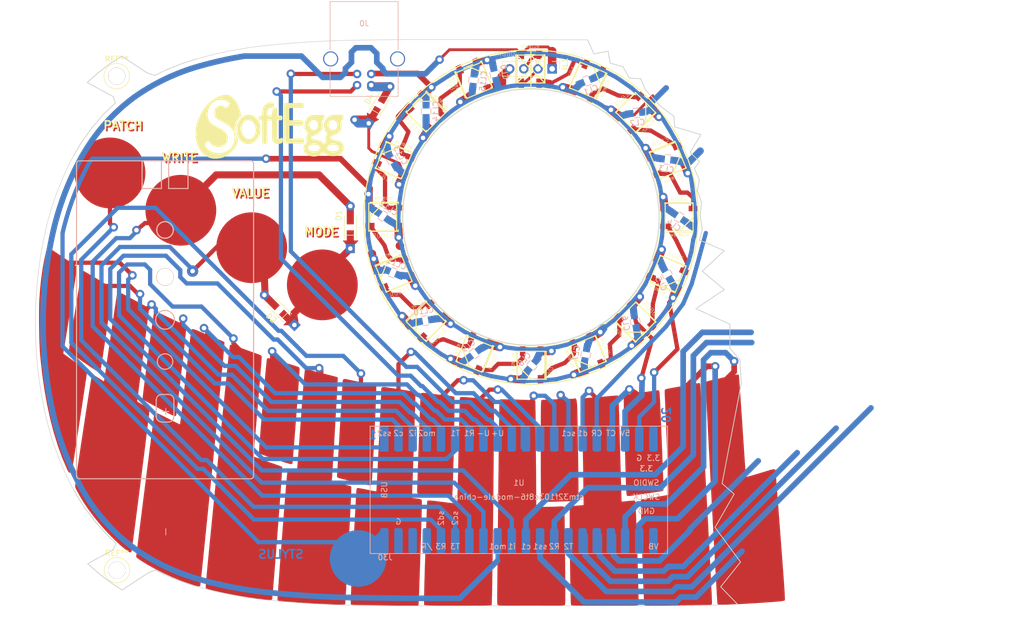
<source format=kicad_pcb>
(kicad_pcb (version 20171130) (host pcbnew "(6.0.0-rc1-dev-1127-g569d4a0f6)")
  (layers (0 F.Cu signal) (31 B.Cu signal) (34 B.Paste user) (35 F.Paste user) (36 B.SilkS user) (37 F.SilkS user) (38 B.Mask user) (39 F.Mask user) (44 Edge.Cuts user))
  (net 0 "")
  (net 1 /WS2812B-16-LED-RING/DOUT)
  (net 2 "Net-(U1-Pad38)")
  (net 3 "Net-(U1-Pad37)")
  (net 4 "Net-(U1-Pad21)")
  (net 5 "Net-(U1-Pad20)")
  (net 6 /WRITE)
  (net 7 /PARAM)
  (net 8 GND)
  (net 9 /+5V)
  (net 10 "Net-(J0-Pad5)")
  (net 11 "Net-(J0-Pad3)")
  (net 12 "Net-(J0-Pad2)")
  (net 13 /PATCH)
  (net 14 /LED_DIN)
  (net 15 /C0)
  (net 16 /C#0)
  (net 17 /D0)
  (net 18 /D#0)
  (net 19 /E0)
  (net 20 /F0)
  (net 21 /F#0)
  (net 22 /G0)
  (net 23 /G#0)
  (net 24 /A0)
  (net 25 /A#0)
  (net 26 /B0)
  (net 27 /C1)
  (net 28 /C#1)
  (net 29 /D1)
  (net 30 /D#1)
  (net 31 /E1)
  (net 32 /F1)
  (net 33 /F#1)
  (net 34 /G1)
  (net 35 /G#1)
  (net 36 /A1)
  (net 37 /A#1)
  (net 38 /B1)
  (net 39 /C2)
  (net 40 /AUDIO_OUT)
  (net 41 "Net-(RGB0-Pad2)")
  (net 42 "Net-(RGB1-Pad2)")
  (net 43 "Net-(RGB2-Pad2)")
  (net 44 "Net-(RGB3-Pad2)")
  (net 45 "Net-(RGB4-Pad2)")
  (net 46 "Net-(RGB5-Pad2)")
  (net 47 "Net-(RGB6-Pad2)")
  (net 48 "Net-(RGB7-Pad2)")
  (net 49 "Net-(RGB8-Pad2)")
  (net 50 "Net-(RGB10-Pad4)")
  (net 51 "Net-(RGB10-Pad2)")
  (net 52 "Net-(RGB11-Pad2)")
  (net 53 "Net-(RGB12-Pad2)")
  (net 54 "Net-(RGB13-Pad2)")
  (net 55 "Net-(RGB14-Pad2)")
  (net 56 "Net-(D1-Pad1)")
  (net 57 "Net-(D4-Pad2)")
  (module SoftEggKiCAD:MAGWestSynthContactKeybed (layer F.Cu) (at 148.463 123.698)
    (fp_text reference KB1 hide)
    (fp_text value StylusKeyboardA hide)
    (fp_poly (pts (xy -80.158115 -27.947357) (xy -79.924621 -27.818274) (xy -79.589876 -27.626049) (xy -79.174321 -27.383006) (xy -78.698399 -27.101466) (xy -78.182551 -26.793754) (xy -77.64722 -26.472191) (xy -77.112848 -26.149102) (xy -76.599877 -25.83681) (xy -76.128749 -25.547636) (xy -75.719906 -25.293905) (xy -75.39379 -25.087939) (xy -75.170844 -24.942062) (xy -75.071508 -24.868597) (xy -75.069287 -24.865895) (xy -75.070221 -24.767922) (xy -75.094509 -24.517201) (xy -75.140027 -24.12839) (xy -75.204649 -23.616146) (xy -75.286252 -22.995128) (xy -75.382712 -22.279993) (xy -75.491903 -21.485399) (xy -75.611703 -20.626004) (xy -75.739985 -19.716465) (xy -75.874627 -18.771441) (xy -76.013503 -17.805588) (xy -76.154489 -16.833566) (xy -76.295461 -15.870031) (xy -76.434294 -14.929641) (xy -76.568864 -14.027055) (xy -76.697047 -13.176929) (xy -76.816719 -12.393922) (xy -76.925754 -11.692692) (xy -77.022029 -11.087895) (xy -77.10342 -10.594191) (xy -77.167801 -10.226236) (xy -77.213049 -9.998689) (xy -77.234374 -9.927166) (xy -77.390174 -9.833277) (xy -77.466969 -9.821333) (xy -77.575025 -9.867754) (xy -77.800684 -9.998144) (xy -78.122947 -10.199192) (xy -78.520815 -10.457587) (xy -78.97329 -10.760019) (xy -79.303577 -10.9855) (xy -80.101997 -11.535775) (xy -80.771651 -11.998979) (xy -81.323743 -12.383338) (xy -81.76948 -12.697078) (xy -82.120066 -12.948426) (xy -82.386706 -13.145608) (xy -82.580606 -13.296852) (xy -82.712971 -13.410382) (xy -82.795006 -13.494427) (xy -82.837916 -13.557212) (xy -82.849769 -13.589) (xy -82.844112 -13.702504) (xy -82.812512 -13.967171) (xy -82.757425 -14.368) (xy -82.681303 -14.889987) (xy -82.586601 -15.518132) (xy -82.475772 -16.237433) (xy -82.35127 -17.032886) (xy -82.21555 -17.889492) (xy -82.071064 -18.792246) (xy -81.920268 -19.726149) (xy -81.765614 -20.676197) (xy -81.609557 -21.627388) (xy -81.454551 -22.564722) (xy -81.303049 -23.473195) (xy -81.157506 -24.337807) (xy -81.020375 -25.143554) (xy -80.89411 -25.875436) (xy -80.781165 -26.518449) (xy -80.683994 -27.057593) (xy -80.605051 -27.477866) (xy -80.54679 -27.764264) (xy -80.511664 -27.901787) (xy -80.507144 -27.910747) (xy -80.358056 -28.000148) (xy -80.269914 -28.000974) (xy -80.158115 -27.947357)) (layer F.Cu) (width 0.01))
    (fp_poly (pts (xy -67.253365 -20.707718) (xy -67.021302 -20.607574) (xy -66.680966 -20.452957) (xy -66.254231 -20.253921) (xy -65.762974 -20.02052) (xy -65.354813 -19.823862) (xy -64.78334 -19.548177) (xy -64.217864 -19.277717) (xy -63.69049 -19.027664) (xy -63.233318 -18.813199) (xy -62.878453 -18.649503) (xy -62.738 -18.586383) (xy -62.403112 -18.430434) (xy -62.116534 -18.282488) (xy -61.922359 -18.165913) (xy -61.876981 -18.130021) (xy -61.854103 -18.098568) (xy -61.836695 -18.046977) (xy -61.825728 -17.965143) (xy -61.822171 -17.842959) (xy -61.826996 -17.670319) (xy -61.841173 -17.437117) (xy -61.865673 -17.133246) (xy -61.901467 -16.748601) (xy -61.949524 -16.273076) (xy -62.010816 -15.696563) (xy -62.086313 -15.008958) (xy -62.176987 -14.200153) (xy -62.283806 -13.260044) (xy -62.407742 -12.178523) (xy -62.549766 -10.945484) (xy -62.652113 -10.059083) (xy -62.784491 -8.917337) (xy -62.91229 -7.822939) (xy -63.034083 -6.787662) (xy -63.148445 -5.823278) (xy -63.253949 -4.941559) (xy -63.349168 -4.154279) (xy -63.432678 -3.473209) (xy -63.503051 -2.910123) (xy -63.558862 -2.476792) (xy -63.598684 -2.184989) (xy -63.621091 -2.046487) (xy -63.623961 -2.036916) (xy -63.70189 -1.971831) (xy -63.835181 -1.958538) (xy -64.03834 -2.002604) (xy -64.325873 -2.109599) (xy -64.712285 -2.285091) (xy -65.212082 -2.534647) (xy -65.839769 -2.863838) (xy -65.997666 -2.948143) (xy -66.948036 -3.458877) (xy -67.757747 -3.898342) (xy -68.425067 -4.265567) (xy -68.948263 -4.559581) (xy -69.325604 -4.779411) (xy -69.555357 -4.924085) (xy -69.633835 -4.988055) (xy -69.632299 -5.085341) (xy -69.609413 -5.335998) (xy -69.56708 -5.725671) (xy -69.507205 -6.240002) (xy -69.431689 -6.864634) (xy -69.342438 -7.585211) (xy -69.241353 -8.387375) (xy -69.130339 -9.256769) (xy -69.011298 -10.179037) (xy -68.886135 -11.139821) (xy -68.756753 -12.124765) (xy -68.625055 -13.119512) (xy -68.492944 -14.109705) (xy -68.362324 -15.080986) (xy -68.235098 -16.018999) (xy -68.11317 -16.909386) (xy -67.998443 -17.737792) (xy -67.892821 -18.489858) (xy -67.798206 -19.151229) (xy -67.716503 -19.707546) (xy -67.649614 -20.144453) (xy -67.599444 -20.447594) (xy -67.567894 -20.602611) (xy -67.561485 -20.619363) (xy -67.424617 -20.7249) (xy -67.355279 -20.743333) (xy -67.253365 -20.707718)) (layer F.Cu) (width 0.01))
    (fp_poly (pts (xy -46.990646 -12.325479) (xy -46.742788 -12.263743) (xy -46.380499 -12.166093) (xy -45.927477 -12.039502) (xy -45.407419 -11.890944) (xy -44.844023 -11.727393) (xy -44.260985 -11.555822) (xy -43.682005 -11.383205) (xy -43.130779 -11.216515) (xy -42.631005 -11.062726) (xy -42.20638 -10.928811) (xy -41.880603 -10.821744) (xy -41.677369 -10.748498) (xy -41.677166 -10.748417) (xy -41.521043 -10.614548) (xy -41.485254 -10.436982) (xy -41.49097 -10.262102) (xy -41.508576 -9.939308) (xy -41.537023 -9.482435) (xy -41.575259 -8.905316) (xy -41.622235 -8.221787) (xy -41.6769 -7.445682) (xy -41.738204 -6.590837) (xy -41.805096 -5.671085) (xy -41.876526 -4.700261) (xy -41.951444 -3.692201) (xy -42.028798 -2.660739) (xy -42.10754 -1.619709) (xy -42.186618 -0.582946) (xy -42.264982 0.435714) (xy -42.341582 1.422438) (xy -42.415367 2.36339) (xy -42.485287 3.244737) (xy -42.550291 4.052642) (xy -42.60933 4.773272) (xy -42.661352 5.392792) (xy -42.705308 5.897367) (xy -42.740147 6.273163) (xy -42.764818 6.506344) (xy -42.777458 6.582834) (xy -42.843771 6.638935) (xy -42.944265 6.667136) (xy -43.096002 6.663331) (xy -43.316045 6.623417) (xy -43.621456 6.543292) (xy -44.029299 6.41885) (xy -44.556637 6.24599) (xy -45.220531 6.020606) (xy -45.466 5.936239) (xy -46.270304 5.658852) (xy -46.929245 5.430343) (xy -47.457737 5.244959) (xy -47.870695 5.096947) (xy -48.183033 4.980551) (xy -48.409667 4.890018) (xy -48.565511 4.819593) (xy -48.665479 4.763524) (xy -48.724486 4.716054) (xy -48.757447 4.671431) (xy -48.760829 4.665088) (xy -48.763272 4.564007) (xy -48.751711 4.30824) (xy -48.727326 3.911752) (xy -48.691293 3.38851) (xy -48.644793 2.752479) (xy -48.589003 2.017624) (xy -48.525103 1.197911) (xy -48.45427 0.307306) (xy -48.377684 -0.640227) (xy -48.296523 -1.630721) (xy -48.211965 -2.650211) (xy -48.12519 -3.684731) (xy -48.037376 -4.720316) (xy -47.9497 -5.743001) (xy -47.863343 -6.738819) (xy -47.779483 -7.693806) (xy -47.699297 -8.593996) (xy -47.623966 -9.425422) (xy -47.554666 -10.17412) (xy -47.492578 -10.826125) (xy -47.438879 -11.36747) (xy -47.394748 -11.78419) (xy -47.361364 -12.062319) (xy -47.339905 -12.187892) (xy -47.338213 -12.192) (xy -47.202341 -12.310476) (xy -47.100376 -12.344327) (xy -46.990646 -12.325479)) (layer F.Cu) (width 0.01))
    (fp_poly (pts (xy -86.445413 -32.053393) (xy -86.208736 -31.950899) (xy -85.887325 -31.7678) (xy -85.465331 -31.498403) (xy -84.926902 -31.137014) (xy -84.738517 -31.008591) (xy -84.216687 -30.653759) (xy -83.680681 -30.29228) (xy -83.167206 -29.948697) (xy -82.712966 -29.647552) (xy -82.354667 -29.413387) (xy -82.301775 -29.379333) (xy -81.920051 -29.122119) (xy -81.629816 -28.901392) (xy -81.452211 -28.734146) (xy -81.406566 -28.659666) (xy -81.414444 -28.552962) (xy -81.448022 -28.291207) (xy -81.50544 -27.886425) (xy -81.584836 -27.350641) (xy -81.68435 -26.695879) (xy -81.802121 -25.934163) (xy -81.93629 -25.077518) (xy -82.084996 -24.137968) (xy -82.246378 -23.127538) (xy -82.418576 -22.058251) (xy -82.599728 -20.942133) (xy -82.618331 -20.828) (xy -83.867713 -13.165666) (xy -82.891356 -12.458895) (xy -82.454685 -12.145266) (xy -81.935733 -11.776382) (xy -81.39184 -11.392794) (xy -80.880347 -11.035054) (xy -80.750833 -10.945103) (xy -80.272054 -10.604127) (xy -79.913404 -10.328949) (xy -79.682907 -10.126153) (xy -79.588585 -10.002318) (xy -79.586666 -9.990092) (xy -79.599131 -9.880631) (xy -79.635181 -9.618473) (xy -79.692805 -9.216844) (xy -79.769989 -8.688971) (xy -79.864721 -8.04808) (xy -79.974987 -7.307396) (xy -80.098774 -6.480148) (xy -80.23407 -5.57956) (xy -80.378862 -4.61886) (xy -80.531136 -3.611272) (xy -80.688879 -2.570025) (xy -80.850079 -1.508344) (xy -81.012723 -0.439455) (xy -81.174797 0.623415) (xy -81.334289 1.66704) (xy -81.489185 2.678193) (xy -81.637474 3.643649) (xy -81.777141 4.550181) (xy -81.906173 5.384562) (xy -82.022559 6.133567) (xy -82.124284 6.783969) (xy -82.209336 7.322541) (xy -82.275701 7.736058) (xy -82.321368 8.011293) (xy -82.344322 8.13502) (xy -82.346045 8.140478) (xy -82.454342 8.192188) (xy -82.641801 8.212667) (xy -82.77025 8.200045) (xy -82.871739 8.141758) (xy -82.972079 8.007177) (xy -83.097083 7.765669) (xy -83.194753 7.5565) (xy -84.045108 5.556647) (xy -84.825358 3.409527) (xy -85.533704 1.122818) (xy -86.168349 -1.295804) (xy -86.727496 -3.838662) (xy -87.209347 -6.498077) (xy -87.612105 -9.266373) (xy -87.933972 -12.135873) (xy -88.016517 -13.038666) (xy -88.062655 -13.681219) (xy -88.103249 -14.463001) (xy -88.137908 -15.353988) (xy -88.16624 -16.324155) (xy -88.187853 -17.343478) (xy -88.202356 -18.381931) (xy -88.209357 -19.409489) (xy -88.208464 -20.396127) (xy -88.199286 -21.311821) (xy -88.181431 -22.126546) (xy -88.154507 -22.810276) (xy -88.145978 -22.962801) (xy -88.005977 -24.821184) (xy -87.815296 -26.611012) (xy -87.577205 -28.309863) (xy -87.294973 -29.895311) (xy -86.971868 -31.344932) (xy -86.861795 -31.771166) (xy -86.805547 -31.934168) (xy -86.727968 -32.039335) (xy -86.613207 -32.080974) (xy -86.445413 -32.053393)) (layer F.Cu) (width 0.01))
    (fp_poly (pts (xy -33.04327 -8.55698) (xy -33.002996 -8.54647) (xy -32.826424 -8.504177) (xy -32.50892 -8.433655) (xy -32.075525 -8.340241) (xy -31.55128 -8.229274) (xy -30.961225 -8.10609) (xy -30.330401 -7.976028) (xy -30.237907 -7.957093) (xy -29.620481 -7.828551) (xy -29.055988 -7.706698) (xy -28.566095 -7.596558) (xy -28.172472 -7.503153) (xy -27.896788 -7.431506) (xy -27.760712 -7.386639) (xy -27.7516 -7.3808) (xy -27.740074 -7.282392) (xy -27.737348 -7.028535) (xy -27.742771 -6.63285) (xy -27.755691 -6.108958) (xy -27.775456 -5.470478) (xy -27.801415 -4.731033) (xy -27.832917 -3.904242) (xy -27.869308 -3.003726) (xy -27.909939 -2.043106) (xy -27.954157 -1.036002) (xy -28.00131 0.003966) (xy -28.050748 1.063175) (xy -28.101817 2.128007) (xy -28.153867 3.184839) (xy -28.206247 4.220053) (xy -28.258303 5.220026) (xy -28.309386 6.171139) (xy -28.358842 7.05977) (xy -28.406021 7.872299) (xy -28.45027 8.595106) (xy -28.490939 9.21457) (xy -28.527375 9.71707) (xy -28.558927 10.088986) (xy -28.584943 10.316696) (xy -28.601616 10.386188) (xy -28.673338 10.445625) (xy -28.763165 10.477441) (xy -28.900435 10.47924) (xy -29.114491 10.448628) (xy -29.434672 10.383212) (xy -29.887333 10.281281) (xy -30.964027 10.033791) (xy -31.884132 9.819767) (xy -32.65658 9.63696) (xy -33.290305 9.483119) (xy -33.79424 9.355995) (xy -34.177321 9.253336) (xy -34.448479 9.172894) (xy -34.616649 9.112417) (xy -34.688607 9.071965) (xy -34.766919 8.912256) (xy -34.772299 8.641832) (xy -34.763795 8.560199) (xy -34.752298 8.421099) (xy -34.731869 8.125196) (xy -34.703251 7.684745) (xy -34.667189 7.112001) (xy -34.624427 6.419218) (xy -34.575709 5.61865) (xy -34.521779 4.722551) (xy -34.463382 3.743176) (xy -34.401261 2.69278) (xy -34.33616 1.583616) (xy -34.268824 0.427939) (xy -34.244013 0) (xy -34.176337 -1.164198) (xy -34.110802 -2.282623) (xy -34.048133 -3.343412) (xy -33.989052 -4.334706) (xy -33.934284 -5.244644) (xy -33.884553 -6.061366) (xy -33.840583 -6.77301) (xy -33.803099 -7.367717) (xy -33.772824 -7.833626) (xy -33.750482 -8.158877) (xy -33.736798 -8.331608) (xy -33.73394 -8.35519) (xy -33.625813 -8.537238) (xy -33.396186 -8.604345) (xy -33.04327 -8.55698)) (layer F.Cu) (width 0.01))
    (fp_poly (pts (xy 22.851 -6.555585) (xy 22.962885 -6.501942) (xy 22.987013 -6.472509) (xy 23.009631 -6.415626) (xy 23.03128 -6.321667) (xy 23.0525 -6.181002) (xy 23.073834 -5.984005) (xy 23.095821 -5.721046) (xy 23.119004 -5.382499) (xy 23.143922 -4.958735) (xy 23.171118 -4.440126) (xy 23.201132 -3.817046) (xy 23.234505 -3.079864) (xy 23.271778 -2.218955) (xy 23.313492 -1.224689) (xy 23.360188 -0.08744) (xy 23.412408 1.202422) (xy 23.453968 2.23695) (xy 23.501708 3.43713) (xy 23.547007 4.593659) (xy 23.589441 5.694793) (xy 23.628591 6.728788) (xy 23.664034 7.683899) (xy 23.695349 8.54838) (xy 23.722115 9.310488) (xy 23.743911 9.958476) (xy 23.760315 10.480601) (xy 23.770906 10.865118) (xy 23.775262 11.100282) (xy 23.774416 11.169284) (xy 23.753009 11.336071) (xy 23.697137 11.436258) (xy 23.566465 11.499884) (xy 23.320655 11.556988) (xy 23.229401 11.575167) (xy 23.008804 11.614149) (xy 22.647975 11.672364) (xy 22.17439 11.745629) (xy 21.615523 11.829759) (xy 20.998849 11.920569) (xy 20.351841 12.013875) (xy 20.308401 12.020067) (xy 19.67737 12.110153) (xy 19.090125 12.194364) (xy 18.570747 12.269218) (xy 18.143314 12.331232) (xy 17.831906 12.376924) (xy 17.660604 12.402811) (xy 17.648887 12.404704) (xy 17.412586 12.401544) (xy 17.242712 12.339009) (xy 17.21869 12.312258) (xy 17.196646 12.262413) (xy 17.176161 12.179911) (xy 17.156817 12.055191) (xy 17.138195 11.878691) (xy 17.119876 11.640849) (xy 17.101442 11.332102) (xy 17.082474 10.94289) (xy 17.062553 10.463649) (xy 17.041261 9.884819) (xy 17.018179 9.196837) (xy 16.992887 8.390141) (xy 16.964968 7.45517) (xy 16.934003 6.382361) (xy 16.899572 5.162153) (xy 16.861258 3.784984) (xy 16.849451 3.358139) (xy 16.816403 2.145251) (xy 16.785543 0.979025) (xy 16.757119 -0.12927) (xy 16.731381 -1.168363) (xy 16.708576 -2.126984) (xy 16.688954 -2.993863) (xy 16.672762 -3.75773) (xy 16.660249 -4.407316) (xy 16.651664 -4.93135) (xy 16.647255 -5.318561) (xy 16.647271 -5.557681) (xy 16.651132 -5.636629) (xy 16.702205 -5.713108) (xy 16.808032 -5.769705) (xy 17.000312 -5.815031) (xy 17.310743 -5.857696) (xy 17.568334 -5.885747) (xy 17.831201 -5.915568) (xy 18.211238 -5.962146) (xy 18.682039 -6.021932) (xy 19.217198 -6.091381) (xy 19.79031 -6.166945) (xy 20.374971 -6.245077) (xy 20.944775 -6.32223) (xy 21.473316 -6.394857) (xy 21.934191 -6.459411) (xy 22.300993 -6.512345) (xy 22.547317 -6.550112) (xy 22.639792 -6.566998) (xy 22.851 -6.555585)) (layer F.Cu) (width 0.01))
    (fp_poly (pts (xy -19.083296 -6.080621) (xy -18.724583 -6.04694) (xy -18.457333 -6.013037) (xy -18.21433 -5.981095) (xy -17.834932 -5.935209) (xy -17.351157 -5.879065) (xy -16.795023 -5.816348) (xy -16.198548 -5.750742) (xy -15.875546 -5.715904) (xy -15.204823 -5.640113) (xy -14.642291 -5.568395) (xy -14.202395 -5.502939) (xy -13.899578 -5.445934) (xy -13.748285 -5.399569) (xy -13.737594 -5.39188) (xy -13.722106 -5.291447) (xy -13.711572 -5.035315) (xy -13.705689 -4.637035) (xy -13.704154 -4.110159) (xy -13.706666 -3.468238) (xy -13.712922 -2.724825) (xy -13.722621 -1.893471) (xy -13.735458 -0.987728) (xy -13.751133 -0.021148) (xy -13.769343 0.992717) (xy -13.789786 2.040316) (xy -13.81216 3.108095) (xy -13.836162 4.182505) (xy -13.861489 5.249992) (xy -13.887841 6.297005) (xy -13.914914 7.309993) (xy -13.942406 8.275402) (xy -13.970015 9.179682) (xy -13.997439 10.009281) (xy -14.024374 10.750646) (xy -14.05052 11.390227) (xy -14.075574 11.91447) (xy -14.099234 12.309825) (xy -14.121196 12.562738) (xy -14.140214 12.658728) (xy -14.171233 12.697817) (xy -14.204108 12.728602) (xy -14.255164 12.749808) (xy -14.340725 12.760157) (xy -14.477119 12.758375) (xy -14.680669 12.743184) (xy -14.967702 12.713309) (xy -15.354543 12.667474) (xy -15.857518 12.604403) (xy -16.492951 12.52282) (xy -17.277169 12.421448) (xy -17.432166 12.401417) (xy -18.216755 12.299271) (xy -18.849579 12.213949) (xy -19.346933 12.141517) (xy -19.725109 12.078044) (xy -20.000399 12.019594) (xy -20.189097 11.962234) (xy -20.307494 11.902031) (xy -20.371883 11.835052) (xy -20.398558 11.757362) (xy -20.403704 11.684) (xy -20.401569 11.533187) (xy -20.393681 11.231184) (xy -20.380538 10.791714) (xy -20.362635 10.2285) (xy -20.340468 9.555266) (xy -20.314535 8.785732) (xy -20.28533 7.933624) (xy -20.253351 7.012662) (xy -20.219094 6.03657) (xy -20.183055 5.019071) (xy -20.14573 3.973887) (xy -20.107616 2.914742) (xy -20.069209 1.855357) (xy -20.031005 0.809456) (xy -19.993501 -0.209238) (xy -19.957193 -1.187003) (xy -19.922577 -2.110117) (xy -19.890149 -2.964855) (xy -19.860407 -3.737496) (xy -19.833845 -4.414317) (xy -19.810962 -4.981594) (xy -19.792252 -5.425606) (xy -19.778212 -5.73263) (xy -19.769338 -5.888941) (xy -19.767546 -5.9055) (xy -19.712591 -6.028273) (xy -19.588699 -6.083134) (xy -19.365887 -6.094323) (xy -19.083296 -6.080621)) (layer F.Cu) (width 0.01))
    (fp_poly (pts (xy 8.010327 -5.090249) (xy 8.074407 -5.038606) (xy 8.129456 -4.945465) (xy 8.176396 -4.801648) (xy 8.216147 -4.597978) (xy 8.249633 -4.325277) (xy 8.277774 -3.974368) (xy 8.301492 -3.536074) (xy 8.321708 -3.001218) (xy 8.339344 -2.360622) (xy 8.355322 -1.605109) (xy 8.370562 -0.725501) (xy 8.385987 0.287379) (xy 8.402518 1.442708) (xy 8.421077 2.749663) (xy 8.440844 4.101192) (xy 8.462109 5.533464) (xy 8.480594 6.805924) (xy 8.496295 7.928071) (xy 8.509208 8.909405) (xy 8.519332 9.759423) (xy 8.526663 10.487625) (xy 8.531198 11.10351) (xy 8.532934 11.616576) (xy 8.531868 12.036323) (xy 8.527999 12.37225) (xy 8.521321 12.633854) (xy 8.511833 12.830636) (xy 8.499532 12.972093) (xy 8.484415 13.067726) (xy 8.466478 13.127032) (xy 8.445719 13.159511) (xy 8.438054 13.166104) (xy 8.343719 13.202229) (xy 8.156874 13.235732) (xy 7.867349 13.267214) (xy 7.464974 13.297276) (xy 6.939579 13.32652) (xy 6.280993 13.355546) (xy 5.479046 13.384956) (xy 4.523568 13.415351) (xy 3.925893 13.432791) (xy 3.301472 13.450106) (xy 2.824995 13.461103) (xy 2.475151 13.464522) (xy 2.230624 13.459104) (xy 2.070104 13.443589) (xy 1.972276 13.416718) (xy 1.915829 13.377231) (xy 1.879448 13.323869) (xy 1.872727 13.311464) (xy 1.85617 13.224788) (xy 1.841375 13.026408) (xy 1.828287 12.710946) (xy 1.816849 12.273019) (xy 1.807005 11.707248) (xy 1.7987 11.008252) (xy 1.791878 10.170651) (xy 1.786483 9.189063) (xy 1.782458 8.05811) (xy 1.779748 6.772409) (xy 1.778297 5.32658) (xy 1.778 4.199545) (xy 1.778117 2.772951) (xy 1.778572 1.506142) (xy 1.779523 0.389571) (xy 1.781126 -0.586313) (xy 1.783538 -1.431055) (xy 1.786917 -2.154206) (xy 1.79142 -2.765312) (xy 1.797202 -3.273922) (xy 1.804422 -3.689584) (xy 1.813237 -4.021847) (xy 1.823803 -4.280258) (xy 1.836277 -4.474366) (xy 1.850816 -4.613719) (xy 1.867578 -4.707864) (xy 1.88672 -4.766351) (xy 1.908397 -4.798728) (xy 1.926167 -4.811492) (xy 2.046153 -4.832739) (xy 2.312834 -4.85555) (xy 2.703593 -4.87879) (xy 3.195814 -4.901325) (xy 3.766881 -4.92202) (xy 4.394176 -4.939739) (xy 4.558878 -4.94361) (xy 5.2175 -4.959709) (xy 5.844258 -4.977379) (xy 6.412509 -4.995687) (xy 6.895609 -5.013703) (xy 7.266914 -5.030494) (xy 7.499782 -5.045131) (xy 7.522211 -5.04719) (xy 7.645268 -5.065381) (xy 7.754687 -5.087959) (xy 7.851389 -5.105748) (xy 7.936295 -5.10957) (xy 8.010327 -5.090249)) (layer F.Cu) (width 0.01))
    (fp_poly (pts (xy -73.861688 -24.167695) (xy -73.625912 -24.065383) (xy -73.287643 -23.903162) (xy -72.869674 -23.692146) (xy -72.394797 -23.44345) (xy -72.118586 -23.295157) (xy -71.556582 -22.991305) (xy -70.979221 -22.680012) (xy -70.425253 -22.382109) (xy -69.933428 -22.118427) (xy -69.542494 -21.909797) (xy -69.469 -21.870769) (xy -69.070459 -21.654758) (xy -68.800014 -21.493799) (xy -68.633162 -21.36955) (xy -68.545399 -21.263665) (xy -68.512223 -21.1578) (xy -68.511781 -21.154142) (xy -68.518891 -21.039946) (xy -68.546733 -20.769717) (xy -68.593837 -20.355292) (xy -68.658734 -19.80851) (xy -68.739954 -19.14121) (xy -68.836026 -18.365229) (xy -68.945482 -17.492406) (xy -69.066851 -16.534579) (xy -69.198663 -15.503586) (xy -69.33945 -14.411265) (xy -69.48774 -13.269455) (xy -69.548948 -12.800605) (xy -69.699811 -11.645942) (xy -69.844288 -10.538642) (xy -69.98088 -9.490269) (xy -70.108091 -8.512389) (xy -70.224422 -7.616566) (xy -70.328376 -6.814364) (xy -70.418454 -6.117349) (xy -70.493158 -5.537086) (xy -70.550992 -5.085138) (xy -70.590456 -4.77307) (xy -70.610053 -4.612448) (xy -70.612 -4.592899) (xy -70.541999 -4.526671) (xy -70.349228 -4.39561) (xy -70.059539 -4.21604) (xy -69.698779 -4.004282) (xy -69.511333 -3.897891) (xy -69.087256 -3.658361) (xy -68.789021 -3.482829) (xy -68.594489 -3.35298) (xy -68.481522 -3.250499) (xy -68.427982 -3.157068) (xy -68.411731 -3.054372) (xy -68.410666 -2.987249) (xy -68.421166 -2.847326) (xy -68.45171 -2.553874) (xy -68.500871 -2.118122) (xy -68.56722 -1.5513) (xy -68.649328 -0.864636) (xy -68.745766 -0.06936) (xy -68.855105 0.823298) (xy -68.975917 1.802109) (xy -69.106772 2.855844) (xy -69.246243 3.973274) (xy -69.392899 5.143168) (xy -69.545312 6.354299) (xy -69.702053 7.595436) (xy -69.861694 8.855349) (xy -70.022805 10.122811) (xy -70.183958 11.386591) (xy -70.343724 12.63546) (xy -70.500675 13.858189) (xy -70.65338 15.043548) (xy -70.800411 16.180308) (xy -70.940341 17.25724) (xy -71.071738 18.263114) (xy -71.193176 19.186701) (xy -71.303225 20.016772) (xy -71.400456 20.742096) (xy -71.48344 21.351446) (xy -71.550749 21.833592) (xy -71.600953 22.177303) (xy -71.632624 22.371352) (xy -71.642478 22.411779) (xy -71.794047 22.508771) (xy -72.0013 22.48304) (xy -72.283387 22.329846) (xy -72.447015 22.212654) (xy -73.399102 21.442458) (xy -74.396124 20.541405) (xy -75.415781 19.53405) (xy -76.435775 18.444948) (xy -77.433805 17.298657) (xy -78.387571 16.119731) (xy -79.274775 14.932727) (xy -79.950664 13.949808) (xy -80.230452 13.513005) (xy -80.525472 13.031831) (xy -80.819716 12.534581) (xy -81.097178 12.04955) (xy -81.341848 11.605034) (xy -81.537721 11.229328) (xy -81.668789 10.950727) (xy -81.710512 10.839074) (xy -81.720603 10.770137) (xy -81.721574 10.655329) (xy -81.712241 10.486122) (xy -81.691423 10.253987) (xy -81.657937 9.950396) (xy -81.6106 9.566819) (xy -81.548229 9.094728) (xy -81.469642 8.525595) (xy -81.373655 7.85089) (xy -81.259088 7.062085) (xy -81.124756 6.150652) (xy -80.969477 5.108061) (xy -80.792069 3.925784) (xy -80.591348 2.595292) (xy -80.366133 1.108057) (xy -80.307959 0.724569) (xy -80.114677 -0.545048) (xy -79.927159 -1.768743) (xy -79.747078 -2.936007) (xy -79.576109 -4.03633) (xy -79.415925 -5.059205) (xy -79.268202 -5.994121) (xy -79.134613 -6.830569) (xy -79.016833 -7.558041) (xy -78.916535 -8.166027) (xy -78.835393 -8.644018) (xy -78.775083 -8.981505) (xy -78.737278 -9.167979) (xy -78.726501 -9.202598) (xy -78.635427 -9.278602) (xy -78.516109 -9.296416) (xy -78.345073 -9.247191) (xy -78.098843 -9.122081) (xy -77.753947 -8.912236) (xy -77.47 -8.728995) (xy -77.131921 -8.510489) (xy -76.84954 -8.332465) (xy -76.650353 -8.21193) (xy -76.561851 -8.165891) (xy -76.56004 -8.166116) (xy -76.545106 -8.250597) (xy -76.507594 -8.491048) (xy -76.44922 -8.875855) (xy -76.371701 -9.393407) (xy -76.276753 -10.03209) (xy -76.166093 -10.780293) (xy -76.041438 -11.626403) (xy -75.904503 -12.558808) (xy -75.757006 -13.565895) (xy -75.600663 -14.636052) (xy -75.437191 -15.757667) (xy -75.394474 -16.051182) (xy -75.228669 -17.187017) (xy -75.06858 -18.276357) (xy -74.916005 -19.307374) (xy -74.772745 -20.268235) (xy -74.640598 -21.147112) (xy -74.521364 -21.932174) (xy -74.416841 -22.611591) (xy -74.328829 -23.173533) (xy -74.259127 -23.60617) (xy -74.209534 -23.897672) (xy -74.18185 -24.036207) (xy -74.178692 -24.045333) (xy -74.042129 -24.172579) (xy -73.972178 -24.198985) (xy -73.861688 -24.167695)) (layer F.Cu) (width 0.01))
    (fp_poly (pts (xy -60.327211 -17.475021) (xy -59.956619 -17.339191) (xy -59.474247 -17.137137) (xy -59.035949 -16.949819) (xy -58.489082 -16.719432) (xy -57.882131 -16.466212) (xy -57.263582 -16.210393) (xy -56.726666 -15.990431) (xy -56.228516 -15.784658) (xy -55.780996 -15.594437) (xy -55.408979 -15.430776) (xy -55.137336 -15.304683) (xy -54.99094 -15.227164) (xy -54.975531 -15.215411) (xy -54.968267 -15.167719) (xy -54.9694 -15.044592) (xy -54.979385 -14.841255) (xy -54.998677 -14.552928) (xy -55.027731 -14.174836) (xy -55.067003 -13.702201) (xy -55.116946 -13.130244) (xy -55.178016 -12.454189) (xy -55.250669 -11.669259) (xy -55.335359 -10.770676) (xy -55.43254 -9.753663) (xy -55.542669 -8.613441) (xy -55.6662 -7.345235) (xy -55.803588 -5.944266) (xy -55.955288 -4.405757) (xy -56.121755 -2.724931) (xy -56.303444 -0.89701) (xy -56.500811 1.082783) (xy -56.714309 3.219226) (xy -56.944394 5.517095) (xy -57.058504 6.655316) (xy -57.2497 8.559863) (xy -57.436876 10.42062) (xy -57.619309 12.23053) (xy -57.796274 13.982534) (xy -57.967048 15.669573) (xy -58.130907 17.284588) (xy -58.287126 18.820521) (xy -58.434981 20.270313) (xy -58.573748 21.626906) (xy -58.702704 22.883241) (xy -58.821124 24.032259) (xy -58.928283 25.066902) (xy -59.023458 25.980111) (xy -59.105926 26.764827) (xy -59.17496 27.413992) (xy -59.229839 27.920547) (xy -59.269837 28.277434) (xy -59.29423 28.477593) (xy -59.30147 28.520483) (xy -59.398532 28.591699) (xy -59.579932 28.609579) (xy -59.86075 28.571327) (xy -60.256065 28.474148) (xy -60.780957 28.315246) (xy -61.256333 28.158084) (xy -62.762741 27.609742) (xy -64.297168 26.979392) (xy -65.8204 26.285793) (xy -67.29322 25.547703) (xy -68.676413 24.78388) (xy -69.930764 24.013084) (xy -69.955833 23.996701) (xy -70.293528 23.764693) (xy -70.560824 23.559526) (xy -70.731593 23.402529) (xy -70.781333 23.32285) (xy -70.770907 23.212104) (xy -70.740567 22.945905) (xy -70.691721 22.535377) (xy -70.625775 21.991644) (xy -70.544138 21.325831) (xy -70.448217 20.54906) (xy -70.339419 19.672457) (xy -70.219151 18.707146) (xy -70.088821 17.66425) (xy -69.949836 16.554895) (xy -69.803603 15.390203) (xy -69.651531 14.1813) (xy -69.495026 12.93931) (xy -69.335495 11.675355) (xy -69.174347 10.400562) (xy -69.012988 9.126053) (xy -68.852827 7.862954) (xy -68.695269 6.622388) (xy -68.541723 5.415479) (xy -68.393596 4.253351) (xy -68.252295 3.14713) (xy -68.119228 2.107938) (xy -67.995802 1.1469) (xy -67.883425 0.27514) (xy -67.783503 -0.496218) (xy -67.697445 -1.156049) (xy -67.626658 -1.693229) (xy -67.572548 -2.096635) (xy -67.536524 -2.355142) (xy -67.519993 -2.457625) (xy -67.51956 -2.458742) (xy -67.452783 -2.515331) (xy -67.337299 -2.528021) (xy -67.15835 -2.491004) (xy -66.901181 -2.398468) (xy -66.551034 -2.244602) (xy -66.093154 -2.023596) (xy -65.512783 -1.729639) (xy -65.020922 -1.474841) (xy -64.482202 -1.196823) (xy -63.992912 -0.949647) (xy -63.572872 -0.742894) (xy -63.241901 -0.586149) (xy -63.01982 -0.488994) (xy -62.926449 -0.461011) (xy -62.925437 -0.461673) (xy -62.908673 -0.551326) (xy -62.874158 -0.797806) (xy -62.823269 -1.18969) (xy -62.757381 -1.715555) (xy -62.67787 -2.36398) (xy -62.586109 -3.123541) (xy -62.483476 -3.982815) (xy -62.371345 -4.93038) (xy -62.251091 -5.954814) (xy -62.12409 -7.044692) (xy -61.991717 -8.188593) (xy -61.917958 -8.829333) (xy -61.783091 -10.001143) (xy -61.653022 -11.127474) (xy -61.529124 -12.196662) (xy -61.412766 -13.197042) (xy -61.30532 -14.116948) (xy -61.208158 -14.944716) (xy -61.12265 -15.66868) (xy -61.050168 -16.277175) (xy -60.992084 -16.758537) (xy -60.949768 -17.101101) (xy -60.924592 -17.293201) (xy -60.918706 -17.329857) (xy -60.86288 -17.463873) (xy -60.75955 -17.534588) (xy -60.587924 -17.539229) (xy -60.327211 -17.475021)) (layer F.Cu) (width 0.01))
    (fp_poly (pts (xy -53.632 -14.704048) (xy -53.37342 -14.625437) (xy -53.003094 -14.504034) (xy -52.544596 -14.347705) (xy -52.021503 -14.164316) (xy -51.580088 -14.006201) (xy -50.988368 -13.792329) (xy -50.411709 -13.583959) (xy -49.88128 -13.39235) (xy -49.428249 -13.22876) (xy -49.083786 -13.104448) (xy -48.937333 -13.051648) (xy -48.618684 -12.931969) (xy -48.426751 -12.839446) (xy -48.327286 -12.748663) (xy -48.286041 -12.634205) (xy -48.276668 -12.561386) (xy -48.280955 -12.450423) (xy -48.298716 -12.184555) (xy -48.328793 -11.777576) (xy -48.370022 -11.243281) (xy -48.421245 -10.595464) (xy -48.481301 -9.847921) (xy -48.549028 -9.014446) (xy -48.623266 -8.108832) (xy -48.702855 -7.144876) (xy -48.786634 -6.136371) (xy -48.873442 -5.097113) (xy -48.962118 -4.040894) (xy -49.051502 -2.981511) (xy -49.140434 -1.932758) (xy -49.227752 -0.908429) (xy -49.312297 0.077682) (xy -49.392906 1.011779) (xy -49.468421 1.880067) (xy -49.537679 2.668754) (xy -49.599521 3.364043) (xy -49.652785 3.952141) (xy -49.696312 4.419252) (xy -49.72894 4.751583) (xy -49.747505 4.919915) (xy -49.796611 5.310163) (xy -47.906472 5.987839) (xy -47.324894 6.195478) (xy -46.752386 6.39829) (xy -46.222884 6.58437) (xy -45.770327 6.741816) (xy -45.42865 6.858722) (xy -45.32516 6.893271) (xy -45.007161 7.007764) (xy -44.756438 7.116266) (xy -44.613008 7.200739) (xy -44.595123 7.222347) (xy -44.595424 7.32109) (xy -44.608232 7.576876) (xy -44.632652 7.977948) (xy -44.667784 8.512546) (xy -44.712733 9.168913) (xy -44.766601 9.935291) (xy -44.82849 10.799919) (xy -44.897503 11.751042) (xy -44.972742 12.776899) (xy -45.053311 13.865733) (xy -45.138311 15.005785) (xy -45.226846 16.185298) (xy -45.318017 17.392512) (xy -45.410929 18.615669) (xy -45.504683 19.843011) (xy -45.598381 21.06278) (xy -45.691128 22.263217) (xy -45.782024 23.432564) (xy -45.870173 24.559062) (xy -45.954678 25.630954) (xy -46.034641 26.63648) (xy -46.109164 27.563883) (xy -46.177351 28.401404) (xy -46.238303 29.137285) (xy -46.291124 29.759767) (xy -46.334916 30.257092) (xy -46.368782 30.617502) (xy -46.391825 30.829239) (xy -46.400799 30.882167) (xy -46.461676 30.987166) (xy -46.565173 31.043413) (xy -46.756098 31.064336) (xy -47.009351 31.064555) (xy -47.278747 31.049619) (xy -47.672331 31.013766) (xy -48.146892 30.961585) (xy -48.659217 30.897667) (xy -48.937333 30.859751) (xy -49.815229 30.730658) (xy -50.725784 30.586681) (xy -51.652791 30.431136) (xy -52.580048 30.26734) (xy -53.491348 30.09861) (xy -54.370487 29.928263) (xy -55.20126 29.759615) (xy -55.967462 29.595984) (xy -56.652889 29.440685) (xy -57.241336 29.297037) (xy -57.716597 29.168356) (xy -58.062468 29.057959) (xy -58.262744 28.969162) (xy -58.294828 28.944444) (xy -58.304458 28.90944) (xy -58.308318 28.8262) (xy -58.305881 28.689143) (xy -58.296618 28.49269) (xy -58.28 28.231262) (xy -58.255499 27.899278) (xy -58.222587 27.491159) (xy -58.180736 27.001326) (xy -58.129416 26.4242) (xy -58.068101 25.754199) (xy -57.99626 24.985746) (xy -57.913367 24.11326) (xy -57.818892 23.131162) (xy -57.712307 22.033871) (xy -57.593084 20.81581) (xy -57.460695 19.471398) (xy -57.314611 17.995055) (xy -57.154303 16.381202) (xy -56.979244 14.62426) (xy -56.788905 12.718648) (xy -56.582758 10.658788) (xy -56.360274 8.439099) (xy -56.231376 7.154334) (xy -56.040429 5.253807) (xy -55.853452 3.397018) (xy -55.671175 1.591046) (xy -55.494327 -0.157031) (xy -55.323634 -1.840135) (xy -55.159827 -3.45119) (xy -55.003634 -4.983116) (xy -54.855783 -6.428835) (xy -54.717004 -7.78127) (xy -54.588023 -9.033344) (xy -54.469571 -10.177977) (xy -54.362375 -11.208092) (xy -54.267164 -12.11661) (xy -54.184667 -12.896455) (xy -54.115613 -13.540549) (xy -54.060729 -14.041812) (xy -54.020744 -14.393167) (xy -53.996388 -14.587537) (xy -53.989417 -14.626166) (xy -53.856767 -14.714977) (xy -53.755257 -14.732) (xy -53.632 -14.704048)) (layer F.Cu) (width 0.01))
    (fp_poly (pts (xy 37.166081 -9.380443) (xy 37.263014 -9.341508) (xy 37.297305 -9.292166) (xy 37.308031 -9.194937) (xy 37.329027 -8.939882) (xy 37.359516 -8.53815) (xy 37.398721 -8.00089) (xy 37.445866 -7.339247) (xy 37.500175 -6.564371) (xy 37.560872 -5.68741) (xy 37.627179 -4.71951) (xy 37.698322 -3.67182) (xy 37.773523 -2.555488) (xy 37.852005 -1.381662) (xy 37.929675 -0.211666) (xy 38.010448 1.007649) (xy 38.088372 2.180727) (xy 38.162691 3.296363) (xy 38.23265 4.343355) (xy 38.297492 5.310497) (xy 38.356462 6.186588) (xy 38.408805 6.960424) (xy 38.453764 7.620801) (xy 38.490583 8.156516) (xy 38.518508 8.556366) (xy 38.536782 8.809146) (xy 38.544528 8.902953) (xy 38.570651 8.945181) (xy 38.645875 8.96028) (xy 38.790137 8.944095) (xy 39.023373 8.89247) (xy 39.365522 8.80125) (xy 39.83652 8.666281) (xy 40.216667 8.554466) (xy 40.787468 8.384771) (xy 41.36678 8.211089) (xy 41.911143 8.046552) (xy 42.377099 7.904292) (xy 42.703244 7.803094) (xy 43.124825 7.678187) (xy 43.416406 7.612131) (xy 43.604898 7.600119) (xy 43.698077 7.625393) (xy 43.825511 7.700824) (xy 43.85763 7.728812) (xy 43.863987 7.813826) (xy 43.882498 8.058036) (xy 43.912427 8.451796) (xy 43.953039 8.985461) (xy 44.003598 9.649385) (xy 44.06337 10.433922) (xy 44.131619 11.329426) (xy 44.20761 12.326251) (xy 44.290608 13.414752) (xy 44.379878 14.585283) (xy 44.474684 15.828198) (xy 44.574291 17.133851) (xy 44.677964 18.492596) (xy 44.746149 19.386124) (xy 44.874711 21.074422) (xy 44.990348 22.601259) (xy 45.093546 23.973974) (xy 45.184795 25.199908) (xy 45.264583 26.286399) (xy 45.333398 27.240788) (xy 45.391728 28.070414) (xy 45.440061 28.782618) (xy 45.478885 29.384738) (xy 45.508689 29.884115) (xy 45.529961 30.288088) (xy 45.543189 30.603998) (xy 45.548861 30.839183) (xy 45.547465 31.000984) (xy 45.539489 31.096741) (xy 45.527391 31.132228) (xy 45.453523 31.175101) (xy 45.311871 31.216323) (xy 45.089981 31.257183) (xy 44.7754 31.29897) (xy 44.355673 31.342971) (xy 43.818347 31.390475) (xy 43.15097 31.44277) (xy 42.341086 31.501143) (xy 41.376244 31.566883) (xy 41.232667 31.576443) (xy 40.128489 31.647565) (xy 39.05293 31.712544) (xy 38.025739 31.77041) (xy 37.066665 31.82019) (xy 36.19546 31.860913) (xy 35.431872 31.891607) (xy 34.795653 31.911302) (xy 34.306551 31.919025) (xy 34.266738 31.919101) (xy 33.908465 31.916153) (xy 33.68345 31.901388) (xy 33.555651 31.866341) (xy 33.489027 31.802543) (xy 33.456852 31.728834) (xy 33.446259 31.627814) (xy 33.427215 31.365195) (xy 33.400142 30.94848) (xy 33.365457 30.38517) (xy 33.323581 29.682767) (xy 33.274934 28.848773) (xy 33.219935 27.890691) (xy 33.159005 26.816022) (xy 33.092562 25.632269) (xy 33.021026 24.346933) (xy 32.944817 22.967517) (xy 32.864356 21.501523) (xy 32.780061 19.956452) (xy 32.692352 18.339806) (xy 32.601649 16.659089) (xy 32.508371 14.921801) (xy 32.412939 13.135445) (xy 32.341302 11.78867) (xy 32.225659 9.608702) (xy 32.118895 7.59164) (xy 32.020722 5.731305) (xy 31.930851 4.021518) (xy 31.848994 2.456099) (xy 31.774864 1.02887) (xy 31.708173 -0.26635) (xy 31.648633 -1.435738) (xy 31.595955 -2.485474) (xy 31.549852 -3.421738) (xy 31.510036 -4.250708) (xy 31.476219 -4.978563) (xy 31.448113 -5.611483) (xy 31.425429 -6.155647) (xy 31.407881 -6.617234) (xy 31.395179 -7.002422) (xy 31.387037 -7.317392) (xy 31.383166 -7.568323) (xy 31.383277 -7.761392) (xy 31.387084 -7.902781) (xy 31.394299 -7.998667) (xy 31.404632 -8.05523) (xy 31.415521 -8.076883) (xy 31.542052 -8.138263) (xy 31.798541 -8.221931) (xy 32.148833 -8.317305) (xy 32.556773 -8.413806) (xy 32.596667 -8.42253) (xy 33.045169 -8.521986) (xy 33.603707 -8.649014) (xy 34.217808 -8.791051) (xy 34.833 -8.93553) (xy 35.209092 -9.025143) (xy 35.855975 -9.1771) (xy 36.357363 -9.286339) (xy 36.731008 -9.355129) (xy 36.994664 -9.38574) (xy 37.166081 -9.380443)) (layer F.Cu) (width 0.01))
    (fp_poly (pts (xy -40.278245 -10.316159) (xy -40.13352 -10.29587) (xy -39.922189 -10.253574) (xy -39.628718 -10.18608) (xy -39.237575 -10.090196) (xy -38.733226 -9.96273) (xy -38.100139 -9.800489) (xy -37.322782 -9.600282) (xy -37.084 -9.53875) (xy -34.671 -8.917004) (xy -34.64606 -8.628335) (xy -34.648216 -8.513921) (xy -34.659719 -8.244154) (xy -34.679778 -7.83271) (xy -34.707607 -7.293266) (xy -34.742415 -6.639498) (xy -34.783413 -5.885082) (xy -34.829814 -5.043696) (xy -34.880829 -4.129015) (xy -34.935667 -3.154716) (xy -34.993542 -2.134476) (xy -35.053663 -1.081971) (xy -35.115242 -0.010877) (xy -35.17749 1.065129) (xy -35.239619 2.132371) (xy -35.300839 3.177171) (xy -35.360362 4.185854) (xy -35.417398 5.144744) (xy -35.47116 6.040163) (xy -35.520858 6.858435) (xy -35.565703 7.585884) (xy -35.604906 8.208834) (xy -35.63768 8.713607) (xy -35.663234 9.086527) (xy -35.68078 9.313919) (xy -35.681195 9.318572) (xy -35.723407 9.789477) (xy -34.037378 10.199893) (xy -33.522221 10.32715) (xy -33.060193 10.444801) (xy -32.677737 10.545827) (xy -32.401297 10.623209) (xy -32.257314 10.669926) (xy -32.246029 10.675398) (xy -32.231582 10.71759) (xy -32.222459 10.828066) (xy -32.218979 11.014205) (xy -32.221459 11.283385) (xy -32.230219 11.642987) (xy -32.245575 12.100388) (xy -32.267846 12.662968) (xy -32.29735 13.338105) (xy -32.334405 14.133178) (xy -32.379328 15.055567) (xy -32.432438 16.112649) (xy -32.494053 17.311804) (xy -32.56449 18.66041) (xy -32.644069 20.165847) (xy -32.701479 21.243823) (xy -32.772318 22.56346) (xy -32.841411 23.836572) (xy -32.90816 25.05289) (xy -32.971972 26.202148) (xy -33.032251 27.274078) (xy -33.088402 28.258412) (xy -33.139828 29.144882) (xy -33.185936 29.923222) (xy -33.22613 30.583164) (xy -33.259814 31.11444) (xy -33.286394 31.506783) (xy -33.305273 31.749926) (xy -33.315454 31.833245) (xy -33.418917 31.864861) (xy -33.670585 31.887089) (xy -34.049581 31.89973) (xy -34.535027 31.902585) (xy -35.106045 31.895454) (xy -35.741758 31.87814) (xy -36.195 31.860678) (xy -36.900497 31.827938) (xy -37.678385 31.787634) (xy -38.507965 31.741179) (xy -39.36854 31.689981) (xy -40.239412 31.635453) (xy -41.099884 31.579003) (xy -41.929257 31.522044) (xy -42.706834 31.465985) (xy -43.411918 31.412237) (xy -44.023811 31.362211) (xy -44.521814 31.317317) (xy -44.885231 31.278965) (xy -45.042666 31.257705) (xy -45.279454 31.208524) (xy -45.395522 31.136371) (xy -45.43887 31.003848) (xy -45.445088 30.944172) (xy -45.441294 30.830568) (xy -45.425164 30.558123) (xy -45.397427 30.136826) (xy -45.358814 29.576662) (xy -45.310056 28.88762) (xy -45.251883 28.079687) (xy -45.185024 27.162851) (xy -45.110211 26.147099) (xy -45.028174 25.042418) (xy -44.939642 23.858797) (xy -44.845347 22.606223) (xy -44.746018 21.294683) (xy -44.642386 19.934165) (xy -44.588822 19.233924) (xy -44.460068 17.556929) (xy -44.343049 16.04143) (xy -44.237126 14.680041) (xy -44.141658 13.465378) (xy -44.056004 12.390056) (xy -43.979525 11.446689) (xy -43.91158 10.627893) (xy -43.851528 9.926284) (xy -43.79873 9.334475) (xy -43.752545 8.845082) (xy -43.712333 8.45072) (xy -43.677454 8.144005) (xy -43.647267 7.91755) (xy -43.621131 7.763972) (xy -43.598407 7.675886) (xy -43.584384 7.649432) (xy -43.506763 7.593995) (xy -43.397571 7.57814) (xy -43.220736 7.605972) (xy -42.940189 7.681596) (xy -42.719263 7.747898) (xy -42.39213 7.843727) (xy -42.132314 7.912381) (xy -41.977484 7.94427) (xy -41.951229 7.943452) (xy -41.941233 7.856755) (xy -41.919955 7.61215) (xy -41.888224 7.220625) (xy -41.846869 6.693173) (xy -41.796719 6.040783) (xy -41.738602 5.274447) (xy -41.673349 4.405154) (xy -41.601787 3.443895) (xy -41.524746 2.401661) (xy -41.443054 1.289442) (xy -41.357542 0.118229) (xy -41.269036 -1.100987) (xy -41.268968 -1.101939) (xy -41.157741 -2.631285) (xy -41.057158 -3.998365) (xy -40.966655 -5.209877) (xy -40.885671 -6.272517) (xy -40.813643 -7.192982) (xy -40.750009 -7.97797) (xy -40.694207 -8.634176) (xy -40.645675 -9.168297) (xy -40.60385 -9.587031) (xy -40.56817 -9.897075) (xy -40.538073 -10.105124) (xy -40.512998 -10.217877) (xy -40.501734 -10.241093) (xy -40.468107 -10.276909) (xy -40.430006 -10.303487) (xy -40.371896 -10.317634) (xy -40.278245 -10.316159)) (layer F.Cu) (width 0.01))
    (fp_poly (pts (xy 30.315507 -7.816322) (xy 30.326138 -7.807729) (xy 30.33917 -7.715946) (xy 30.360457 -7.464126) (xy 30.389506 -7.061335) (xy 30.425823 -6.516643) (xy 30.468917 -5.839119) (xy 30.518294 -5.037832) (xy 30.573461 -4.121849) (xy 30.633925 -3.10024) (xy 30.699193 -1.982074) (xy 30.768773 -0.776419) (xy 30.84217 0.507656) (xy 30.918893 1.861082) (xy 30.998449 3.274791) (xy 31.080343 4.739714) (xy 31.164084 6.246781) (xy 31.249179 7.786926) (xy 31.335134 9.351078) (xy 31.421457 10.930169) (xy 31.507654 12.51513) (xy 31.593233 14.096892) (xy 31.6777 15.666388) (xy 31.760563 17.214548) (xy 31.841329 18.732303) (xy 31.919504 20.210584) (xy 31.994597 21.640324) (xy 32.066113 23.012453) (xy 32.13356 24.317902) (xy 32.196445 25.547603) (xy 32.254275 26.692487) (xy 32.306557 27.743486) (xy 32.352798 28.69153) (xy 32.392506 29.527551) (xy 32.425186 30.24248) (xy 32.450346 30.827248) (xy 32.467494 31.272788) (xy 32.476136 31.570029) (xy 32.475779 31.709904) (xy 32.474681 31.717832) (xy 32.383286 31.886588) (xy 32.297768 31.950935) (xy 32.193022 31.960166) (xy 31.932981 31.97048) (xy 31.531679 31.981628) (xy 31.003151 31.993357) (xy 30.361429 32.005415) (xy 29.620548 32.01755) (xy 28.79454 32.029512) (xy 27.89744 32.041047) (xy 26.943282 32.051905) (xy 26.306871 32.058405) (xy 25.148481 32.069303) (xy 24.148119 32.077693) (xy 23.294494 32.083456) (xy 22.576318 32.086475) (xy 21.982302 32.086633) (xy 21.501157 32.083811) (xy 21.121592 32.077892) (xy 20.83232 32.068758) (xy 20.622051 32.056291) (xy 20.479495 32.040374) (xy 20.393363 32.020889) (xy 20.352367 31.997718) (xy 20.351167 31.996297) (xy 20.335243 31.896753) (xy 20.315254 31.641176) (xy 20.291635 31.242806) (xy 20.264817 30.714886) (xy 20.235233 30.070655) (xy 20.203315 29.323355) (xy 20.169497 28.486227) (xy 20.13421 27.57251) (xy 20.097886 26.595447) (xy 20.06096 25.568278) (xy 20.023862 24.504243) (xy 19.987027 23.416584) (xy 19.950885 22.318542) (xy 19.91587 21.223356) (xy 19.882414 20.144269) (xy 19.850951 19.094521) (xy 19.821911 18.087353) (xy 19.795728 17.136005) (xy 19.772835 16.253719) (xy 19.753664 15.453735) (xy 19.738647 14.749294) (xy 19.728217 14.153638) (xy 19.722807 13.680006) (xy 19.722849 13.34164) (xy 19.728775 13.15178) (xy 19.734405 13.115981) (xy 19.852842 13.027611) (xy 20.118789 12.949559) (xy 20.506086 12.88357) (xy 21.036982 12.807255) (xy 21.608139 12.721276) (xy 22.194382 12.629828) (xy 22.770539 12.537108) (xy 23.311436 12.447312) (xy 23.791899 12.364637) (xy 24.186755 12.293279) (xy 24.47083 12.237435) (xy 24.61895 12.201302) (xy 24.631861 12.195794) (xy 24.647272 12.14447) (xy 24.657409 12.007883) (xy 24.662072 11.778777) (xy 24.66106 11.449893) (xy 24.654172 11.013975) (xy 24.641207 10.463764) (xy 24.621964 9.792003) (xy 24.596242 8.991434) (xy 24.563839 8.054801) (xy 24.524556 6.974844) (xy 24.47819 5.744308) (xy 24.424542 4.355934) (xy 24.391214 3.506066) (xy 24.343363 2.295396) (xy 24.296639 1.121155) (xy 24.251557 -0.00416) (xy 24.20863 -1.068052) (xy 24.168373 -2.058024) (xy 24.131301 -2.961579) (xy 24.097927 -3.766219) (xy 24.068767 -4.459449) (xy 24.044334 -5.02877) (xy 24.025143 -5.461686) (xy 24.011708 -5.7457) (xy 24.006465 -5.842) (xy 23.994162 -6.184931) (xy 24.000583 -6.469648) (xy 24.024084 -6.648807) (xy 24.035422 -6.676875) (xy 24.147106 -6.734202) (xy 24.412668 -6.810153) (xy 24.818077 -6.901441) (xy 25.349303 -7.00478) (xy 25.710268 -7.069071) (xy 26.352264 -7.18188) (xy 27.069905 -7.310832) (xy 27.794728 -7.443451) (xy 28.458269 -7.567262) (xy 28.769131 -7.626476) (xy 29.331236 -7.73127) (xy 29.747616 -7.800404) (xy 30.037581 -7.836125) (xy 30.220441 -7.840682) (xy 30.315507 -7.816322)) (layer F.Cu) (width 0.01))
    (fp_poly (pts (xy 15.542499 -5.614028) (xy 15.556845 -5.610746) (xy 15.660436 -5.502276) (xy 15.704119 -5.388161) (xy 15.711602 -5.280775) (xy 15.723144 -5.015205) (xy 15.738411 -4.602546) (xy 15.757062 -4.053888) (xy 15.778761 -3.380327) (xy 15.803169 -2.592954) (xy 15.82995 -1.702863) (xy 15.858765 -0.721146) (xy 15.889277 0.341104) (xy 15.921147 1.472793) (xy 15.954039 2.662829) (xy 15.987613 3.900118) (xy 15.992774 4.09233) (xy 16.02626 5.33211) (xy 16.058926 6.523814) (xy 16.090449 7.656597) (xy 16.120507 8.719614) (xy 16.148777 9.702021) (xy 16.174936 10.592972) (xy 16.198661 11.381623) (xy 16.219629 12.057129) (xy 16.237518 12.608644) (xy 16.252005 13.025325) (xy 16.262767 13.296325) (xy 16.269481 13.410801) (xy 16.270219 13.413935) (xy 16.359862 13.413075) (xy 16.586451 13.395343) (xy 16.918748 13.363582) (xy 17.325519 13.320635) (xy 17.462725 13.305397) (xy 17.985826 13.253288) (xy 18.376826 13.228739) (xy 18.623315 13.232246) (xy 18.708096 13.255562) (xy 18.723706 13.351527) (xy 18.743182 13.603491) (xy 18.766106 13.998175) (xy 18.792063 14.522298) (xy 18.820635 15.162582) (xy 18.851405 15.905745) (xy 18.883957 16.73851) (xy 18.917873 17.647595) (xy 18.952737 18.619721) (xy 18.988132 19.641609) (xy 19.023642 20.699978) (xy 19.058848 21.781548) (xy 19.093335 22.873041) (xy 19.126686 23.961175) (xy 19.158483 25.032673) (xy 19.18831 26.074252) (xy 19.21575 27.072635) (xy 19.240386 28.01454) (xy 19.261802 28.886689) (xy 19.27958 29.675802) (xy 19.293304 30.368598) (xy 19.302556 30.951798) (xy 19.306921 31.412123) (xy 19.305981 31.736291) (xy 19.299319 31.911025) (xy 19.294499 31.937086) (xy 19.271819 31.966345) (xy 19.229508 31.991587) (xy 19.155796 32.013106) (xy 19.038915 32.031199) (xy 18.867098 32.04616) (xy 18.628576 32.058285) (xy 18.31158 32.06787) (xy 17.904343 32.07521) (xy 17.395095 32.080601) (xy 16.772068 32.084338) (xy 16.023495 32.086717) (xy 15.137605 32.088033) (xy 14.102633 32.088581) (xy 13.257722 32.088667) (xy 12.089344 32.088264) (xy 11.079082 32.086906) (xy 10.215718 32.084367) (xy 9.488036 32.080423) (xy 8.884818 32.074847) (xy 8.394848 32.067414) (xy 8.006909 32.0579) (xy 7.709784 32.046079) (xy 7.492257 32.031726) (xy 7.343111 32.014615) (xy 7.251128 31.994522) (xy 7.205093 31.97122) (xy 7.201125 31.967039) (xy 7.184348 31.864922) (xy 7.167151 31.607495) (xy 7.149686 31.208446) (xy 7.132107 30.681461) (xy 7.114567 30.040228) (xy 7.097219 29.298432) (xy 7.080217 28.469761) (xy 7.063714 27.567903) (xy 7.047863 26.606543) (xy 7.032818 25.599368) (xy 7.018731 24.560066) (xy 7.005756 23.502324) (xy 6.994046 22.439827) (xy 6.983755 21.386264) (xy 6.975035 20.355321) (xy 6.96804 19.360685) (xy 6.962923 18.416042) (xy 6.959837 17.53508) (xy 6.958936 16.731486) (xy 6.960373 16.018946) (xy 6.964301 15.411147) (xy 6.970873 14.921777) (xy 6.980243 14.564522) (xy 6.992564 14.353068) (xy 7.0033 14.298834) (xy 7.116208 14.26134) (xy 7.364618 14.219722) (xy 7.714916 14.178418) (xy 8.133489 14.141868) (xy 8.258426 14.133085) (xy 8.683094 14.10328) (xy 9.042255 14.075149) (xy 9.304622 14.051365) (xy 9.438908 14.034603) (xy 9.44962 14.03127) (xy 9.451854 13.945012) (xy 9.451486 13.701342) (xy 9.448663 13.31216) (xy 9.443532 12.789363) (xy 9.43624 12.144851) (xy 9.426935 11.390524) (xy 9.415763 10.538279) (xy 9.402873 9.600017) (xy 9.388412 8.587635) (xy 9.372527 7.513033) (xy 9.355365 6.388111) (xy 9.35342 6.262732) (xy 9.33539 5.083788) (xy 9.318128 3.918887) (xy 9.301838 2.783835) (xy 9.286723 1.694439) (xy 9.272985 0.666507) (xy 9.260828 -0.284154) (xy 9.250455 -1.141738) (xy 9.242068 -1.890435) (xy 9.235871 -2.514441) (xy 9.232066 -2.997946) (xy 9.230874 -3.27922) (xy 9.230527 -3.873886) (xy 9.232626 -4.320938) (xy 9.239394 -4.642092) (xy 9.253054 -4.859069) (xy 9.275829 -4.993585) (xy 9.30994 -5.067359) (xy 9.357611 -5.10211) (xy 9.419167 -5.119134) (xy 9.558573 -5.138059) (xy 9.838592 -5.166604) (xy 10.230939 -5.20223) (xy 10.707331 -5.242398) (xy 11.239484 -5.284568) (xy 11.387667 -5.295863) (xy 12.014831 -5.344556) (xy 12.673739 -5.397953) (xy 13.31342 -5.451771) (xy 13.882903 -5.501726) (xy 14.307281 -5.541201) (xy 14.735475 -5.579152) (xy 15.107131 -5.605224) (xy 15.387666 -5.61749) (xy 15.542499 -5.614028)) (layer F.Cu) (width 0.01))
    (fp_poly (pts (xy -4.723198 -4.939076) (xy -4.247952 -4.932638) (xy -3.698975 -4.922438) (xy -3.099361 -4.909108) (xy -2.472204 -4.893282) (xy -1.840597 -4.875589) (xy -1.227633 -4.856663) (xy -0.656407 -4.837133) (xy -0.150012 -4.817634) (xy 0.268459 -4.798795) (xy 0.575912 -4.781249) (xy 0.749253 -4.765628) (xy 0.778779 -4.758421) (xy 0.787305 -4.66741) (xy 0.796514 -4.417833) (xy 0.806273 -4.020452) (xy 0.816445 -3.486033) (xy 0.826896 -2.825339) (xy 0.837492 -2.049136) (xy 0.848096 -1.168187) (xy 0.858574 -0.193257) (xy 0.868792 0.86489) (xy 0.878615 1.99549) (xy 0.887906 3.187778) (xy 0.896533 4.43099) (xy 0.899214 4.851208) (xy 0.958825 14.400012) (xy 3.040579 14.351065) (xy 3.635311 14.335853) (xy 4.189132 14.319382) (xy 4.674539 14.302652) (xy 5.064026 14.286663) (xy 5.330091 14.272414) (xy 5.425432 14.264361) (xy 5.690757 14.269693) (xy 5.881513 14.338468) (xy 5.906325 14.363232) (xy 5.928521 14.405685) (xy 5.948367 14.475563) (xy 5.966127 14.582602) (xy 5.982068 14.736537) (xy 5.996456 14.947105) (xy 6.009556 15.224041) (xy 6.021635 15.57708) (xy 6.032957 16.015959) (xy 6.043789 16.550413) (xy 6.054396 17.190178) (xy 6.065044 17.94499) (xy 6.075999 18.824585) (xy 6.087527 19.838698) (xy 6.099894 20.997066) (xy 6.113364 22.309423) (xy 6.121717 23.137956) (xy 6.135898 24.584285) (xy 6.147714 25.870046) (xy 6.157142 27.00399) (xy 6.164162 27.994867) (xy 6.168751 28.851425) (xy 6.170887 29.582416) (xy 6.170549 30.196589) (xy 6.167715 30.702693) (xy 6.162363 31.10948) (xy 6.154472 31.425697) (xy 6.14402 31.660097) (xy 6.130984 31.821427) (xy 6.115343 31.918438) (xy 6.09977 31.957124) (xy 6.064125 31.982809) (xy 5.995145 32.004969) (xy 5.881219 32.023857) (xy 5.710731 32.039727) (xy 5.472068 32.052834) (xy 5.153617 32.063431) (xy 4.743765 32.071771) (xy 4.230897 32.078109) (xy 3.6034 32.082698) (xy 2.849661 32.085793) (xy 1.958065 32.087646) (xy 0.917 32.088512) (xy 0.080347 32.088667) (xy -1.086675 32.088236) (xy -2.095564 32.086796) (xy -2.957517 32.084123) (xy -3.683733 32.079996) (xy -4.285409 32.074191) (xy -4.773743 32.066486) (xy -5.159933 32.056659) (xy -5.455178 32.044486) (xy -5.670674 32.029746) (xy -5.817621 32.012215) (xy -5.907216 31.99167) (xy -5.949775 31.968796) (xy -5.984573 31.908952) (xy -6.011228 31.795899) (xy -6.03031 31.612177) (xy -6.042391 31.340327) (xy -6.048041 30.962888) (xy -6.047829 30.462401) (xy -6.042326 29.821406) (xy -6.036207 29.322963) (xy -6.03181 28.971858) (xy -6.025793 28.461628) (xy -6.018266 27.802472) (xy -6.009336 27.00459) (xy -5.999115 26.07818) (xy -5.987711 25.033443) (xy -5.975234 23.880577) (xy -5.961793 22.629782) (xy -5.947497 21.291258) (xy -5.932456 19.875203) (xy -5.91678 18.391816) (xy -5.900577 16.851298) (xy -5.883958 15.263848) (xy -5.867031 13.639664) (xy -5.849906 11.988947) (xy -5.840557 11.084493) (xy -5.823566 9.46456) (xy -5.80652 7.889287) (xy -5.789531 6.36709) (xy -5.772714 4.906384) (xy -5.756183 3.515585) (xy -5.74005 2.203109) (xy -5.72443 0.977371) (xy -5.709435 -0.153212) (xy -5.69518 -1.180227) (xy -5.681779 -2.095255) (xy -5.669344 -2.889884) (xy -5.65799 -3.555695) (xy -5.64783 -4.084274) (xy -5.638977 -4.467206) (xy -5.631546 -4.696074) (xy -5.626627 -4.762794) (xy -5.528384 -4.89859) (xy -5.47562 -4.92951) (xy -5.360126 -4.938144) (xy -5.101621 -4.941123) (xy -4.723198 -4.939076)) (layer F.Cu) (width 0.01))
    (fp_poly (pts (xy -11.824192 -5.332135) (xy -11.641666 -5.31811) (xy -11.334648 -5.295295) (xy -10.894215 -5.264738) (xy -10.355984 -5.2288) (xy -9.755573 -5.18984) (xy -9.128599 -5.150218) (xy -8.813879 -5.13075) (xy -8.213001 -5.090506) (xy -7.679413 -5.048246) (xy -7.235263 -5.006196) (xy -6.902698 -4.966584) (xy -6.703866 -4.931639) (xy -6.658017 -4.913883) (xy -6.648538 -4.820156) (xy -6.641315 -4.566526) (xy -6.636248 -4.162408) (xy -6.633242 -3.617218) (xy -6.632197 -2.940369) (xy -6.633017 -2.141278) (xy -6.635604 -1.229357) (xy -6.639861 -0.214022) (xy -6.645689 0.895311) (xy -6.652992 2.08923) (xy -6.661672 3.358318) (xy -6.671631 4.693161) (xy -6.682771 6.084345) (xy -6.694996 7.522455) (xy -6.708207 8.998075) (xy -6.722308 10.501792) (xy -6.7372 12.024191) (xy -6.752785 13.555856) (xy -6.768967 15.087373) (xy -6.785648 16.609328) (xy -6.80273 18.112306) (xy -6.820116 19.586891) (xy -6.837708 21.02367) (xy -6.855409 22.413227) (xy -6.873121 23.746149) (xy -6.890746 25.013019) (xy -6.908187 26.204424) (xy -6.925347 27.310948) (xy -6.942127 28.323178) (xy -6.95843 29.231698) (xy -6.97416 30.027093) (xy -6.989217 30.699949) (xy -7.003505 31.240852) (xy -7.016927 31.640386) (xy -7.029383 31.889136) (xy -7.040278 31.977264) (xy -7.143226 32.001343) (xy -7.398829 32.022815) (xy -7.790428 32.041692) (xy -8.301365 32.057986) (xy -8.91498 32.071709) (xy -9.614616 32.082873) (xy -10.383614 32.091488) (xy -11.205315 32.097567) (xy -12.063061 32.101122) (xy -12.940194 32.102164) (xy -13.820054 32.100705) (xy -14.685984 32.096756) (xy -15.521325 32.09033) (xy -16.309418 32.081438) (xy -17.033604 32.070092) (xy -17.677226 32.056303) (xy -18.223625 32.040084) (xy -18.656142 32.021445) (xy -18.958118 32.000399) (xy -19.112896 31.976958) (xy -19.128775 31.968766) (xy -19.144015 31.911036) (xy -19.154929 31.774718) (xy -19.161363 31.552396) (xy -19.163161 31.236654) (xy -19.160171 30.820075) (xy -19.152237 30.295244) (xy -19.139205 29.654745) (xy -19.120921 28.891161) (xy -19.097231 27.997077) (xy -19.06798 26.965076) (xy -19.033013 25.787743) (xy -18.992177 24.457661) (xy -18.945317 22.967414) (xy -18.934136 22.615791) (xy -18.894275 21.379051) (xy -18.855034 20.189382) (xy -18.816822 19.057768) (xy -18.78005 17.995194) (xy -18.745129 17.012642) (xy -18.712467 16.121099) (xy -18.682477 15.331547) (xy -18.655567 14.654971) (xy -18.632148 14.102356) (xy -18.612632 13.684685) (xy -18.597427 13.412943) (xy -18.586944 13.298115) (xy -18.585997 13.295358) (xy -18.537954 13.25372) (xy -18.443486 13.227362) (xy -18.286421 13.217423) (xy -18.050586 13.225041) (xy -17.71981 13.251355) (xy -17.277921 13.297504) (xy -16.708745 13.364626) (xy -15.996112 13.453859) (xy -15.584501 13.506664) (xy -14.977827 13.583087) (xy -14.42719 13.648942) (xy -13.954557 13.701884) (xy -13.581892 13.73957) (xy -13.331162 13.759655) (xy -13.224332 13.759794) (xy -13.222532 13.758754) (xy -13.214555 13.669613) (xy -13.203419 13.422039) (xy -13.189411 13.026897) (xy -13.172817 12.495052) (xy -13.15392 11.83737) (xy -13.133008 11.064715) (xy -13.110366 10.187953) (xy -13.086279 9.217948) (xy -13.061033 8.165567) (xy -13.034914 7.041674) (xy -13.008207 5.857134) (xy -12.981198 4.622813) (xy -12.975971 4.37959) (xy -12.948968 3.133672) (xy -12.922359 1.933263) (xy -12.896421 0.789441) (xy -12.87143 -0.286713) (xy -12.847664 -1.284122) (xy -12.825401 -2.191706) (xy -12.804916 -2.998385) (xy -12.786488 -3.693081) (xy -12.770393 -4.264715) (xy -12.756908 -4.702207) (xy -12.746311 -4.994478) (xy -12.738879 -5.130449) (xy -12.737934 -5.137303) (xy -12.698769 -5.246901) (xy -12.616388 -5.316471) (xy -12.462216 -5.350724) (xy -12.207676 -5.354374) (xy -11.824192 -5.332135)) (layer F.Cu) (width 0.01))
    (fp_poly (pts (xy -26.24325 -7.147118) (xy -25.873534 -7.106658) (xy -25.376021 -7.032078) (xy -24.731725 -6.92755) (xy -24.668342 -6.917216) (xy -24.046683 -6.816592) (xy -23.417351 -6.715924) (xy -22.821129 -6.62165) (xy -22.2988 -6.540205) (xy -21.891146 -6.478029) (xy -21.801666 -6.464737) (xy -21.415925 -6.401068) (xy -21.08862 -6.334257) (xy -20.85856 -6.273017) (xy -20.769591 -6.232972) (xy -20.753389 -6.179721) (xy -20.741862 -6.049412) (xy -20.735186 -5.834121) (xy -20.733533 -5.525924) (xy -20.737078 -5.116898) (xy -20.745993 -4.599118) (xy -20.760453 -3.964662) (xy -20.780631 -3.205605) (xy -20.806701 -2.314023) (xy -20.838836 -1.281993) (xy -20.877211 -0.101591) (xy -20.921998 1.235107) (xy -20.953515 2.159) (xy -20.994781 3.358063) (xy -21.03532 4.528844) (xy -21.074647 5.657695) (xy -21.112276 6.730968) (xy -21.147719 7.735012) (xy -21.180491 8.656179) (xy -21.210106 9.480821) (xy -21.236077 10.195288) (xy -21.257918 10.785931) (xy -21.275143 11.239102) (xy -21.287266 11.541151) (xy -21.290042 11.604861) (xy -21.341903 12.753389) (xy -20.581408 12.854642) (xy -20.153371 12.91256) (xy -19.865038 12.96426) (xy -19.68874 13.029213) (xy -19.596808 13.12689) (xy -19.561572 13.276762) (xy -19.555363 13.4983) (xy -19.555051 13.576892) (xy -19.55676 13.84073) (xy -19.563727 14.24647) (xy -19.575513 14.78068) (xy -19.591676 15.429933) (xy -19.611775 16.180798) (xy -19.63537 17.019845) (xy -19.662019 17.933646) (xy -19.691282 18.908771) (xy -19.722718 19.93179) (xy -19.755885 20.989274) (xy -19.790344 22.067793) (xy -19.825652 23.153917) (xy -19.861369 24.234218) (xy -19.897054 25.295266) (xy -19.932267 26.323631) (xy -19.966566 27.305884) (xy -19.99951 28.228595) (xy -20.030659 29.078334) (xy -20.059571 29.841673) (xy -20.085806 30.505181) (xy -20.108923 31.05543) (xy -20.12848 31.478989) (xy -20.144037 31.76243) (xy -20.155154 31.892322) (xy -20.15657 31.898167) (xy -20.231703 32.088667) (xy -24.149351 32.070461) (xy -25.043074 32.065463) (xy -25.963888 32.058774) (xy -26.881245 32.050717) (xy -27.764598 32.041618) (xy -28.583399 32.031802) (xy -29.3071 32.021594) (xy -29.905154 32.011319) (xy -30.116112 32.006961) (xy -30.825099 31.988481) (xy -31.377637 31.967424) (xy -31.786603 31.942882) (xy -32.064875 31.913943) (xy -32.22533 31.879698) (xy -32.272142 31.85457) (xy -32.287205 31.809687) (xy -32.297336 31.704686) (xy -32.30221 31.531688) (xy -32.301502 31.282817) (xy -32.294886 30.950194) (xy -32.282036 30.525943) (xy -32.262626 30.002185) (xy -32.236332 29.371045) (xy -32.202827 28.624643) (xy -32.161785 27.755104) (xy -32.112882 26.754548) (xy -32.055792 25.6151) (xy -31.990189 24.328882) (xy -31.915747 22.888015) (xy -31.846939 21.56757) (xy -31.778719 20.266557) (xy -31.712455 19.010814) (xy -31.648725 17.810905) (xy -31.588109 16.677392) (xy -31.531186 15.620838) (xy -31.478534 14.651807) (xy -31.430733 13.780861) (xy -31.388361 13.018563) (xy -31.351996 12.375477) (xy -31.322219 11.862165) (xy -31.299607 11.489191) (xy -31.28474 11.267118) (xy -31.27914 11.206506) (xy -31.196474 11.038719) (xy -31.115277 10.976155) (xy -30.995737 10.978012) (xy -30.738746 11.012332) (xy -30.372049 11.074387) (xy -29.923396 11.159454) (xy -29.420532 11.262805) (xy -29.374302 11.272683) (xy -28.874674 11.377096) (xy -28.433345 11.46421) (xy -28.076312 11.529314) (xy -27.82957 11.567696) (xy -27.719116 11.574645) (xy -27.716306 11.573195) (xy -27.707127 11.485468) (xy -27.690798 11.242007) (xy -27.667972 10.856231) (xy -27.6393 10.341562) (xy -27.605436 9.711418) (xy -27.56703 8.979219) (xy -27.524735 8.158385) (xy -27.479203 7.262337) (xy -27.431086 6.304492) (xy -27.381037 5.298273) (xy -27.329706 4.257097) (xy -27.277746 3.194385) (xy -27.22581 2.123557) (xy -27.174549 1.058033) (xy -27.124615 0.011231) (xy -27.076661 -1.003427) (xy -27.031338 -1.972523) (xy -26.989299 -2.882636) (xy -26.951195 -3.720347) (xy -26.917679 -4.472236) (xy -26.889402 -5.124883) (xy -26.867017 -5.664868) (xy -26.851176 -6.078772) (xy -26.842531 -6.353175) (xy -26.84108 -6.439651) (xy -26.839421 -6.691551) (xy -26.823886 -6.884291) (xy -26.775488 -7.022044) (xy -26.675241 -7.108984) (xy -26.504157 -7.149284) (xy -26.24325 -7.147118)) (layer F.Cu) (width 0.01))
    (pad 0 smd circle (at -84.201 -29.464) (size 1.524 1.524) (layers F.Cu F.Paste F.Mask) (net 15 /C0))
    (pad 1 smd circle (at -77.851 -25.527) (size 1.524 1.524) (layers F.Cu F.Paste F.Mask) (net 16 /C#0))
    (pad 2 smd circle (at -71.501 -21.971) (size 1.524 1.524) (layers F.Cu F.Paste F.Mask) (net 17 /D0))
    (pad 3 smd circle (at -64.77 -18.669) (size 1.524 1.524) (layers F.Cu F.Paste F.Mask) (net 18 /D#0))
    (pad 4 smd circle (at -58.039 -15.621) (size 1.524 1.524) (layers F.Cu F.Paste F.Mask) (net 19 /E0))
    (pad 5 smd circle (at -51.308 -12.954) (size 1.524 1.524) (layers F.Cu F.Paste F.Mask) (net 20 /F0))
    (pad 6 smd circle (at -44.704 -10.795) (size 1.524 1.524) (layers F.Cu F.Paste F.Mask) (net 21 /F#0))
    (pad 7 smd circle (at -37.592 -8.763) (size 1.524 1.524) (layers F.Cu F.Paste F.Mask) (net 22 /G0))
    (pad 8 smd circle (at -30.607 -7.239) (size 1.524 1.524) (layers F.Cu F.Paste F.Mask) (net 23 /G#0))
    (pad 9 smd circle (at -23.749 -5.842) (size 1.524 1.524) (layers F.Cu F.Paste F.Mask) (net 24 /A0))
    (pad 10 smd circle (at -16.51 -4.953) (size 1.524 1.524) (layers F.Cu F.Paste F.Mask) (net 25 /A#0))
    (pad 11 smd circle (at -9.779 -4.318) (size 1.524 1.524) (layers F.Cu F.Paste F.Mask) (net 26 /B0))
    (pad 12 smd circle (at -2.413 -3.937) (size 1.524 1.524) (layers F.Cu F.Paste F.Mask) (net 27 /C1))
    (pad 13 smd circle (at 4.953 -4.064) (size 1.524 1.524) (layers F.Cu F.Paste F.Mask) (net 28 /C#1))
    (pad 14 smd circle (at 12.446 -4.445) (size 1.524 1.524) (layers F.Cu F.Paste F.Mask) (net 29 /D1))
    (pad 15 smd circle (at 19.939 -5.207) (size 1.524 1.524) (layers F.Cu F.Paste F.Mask) (net 30 /D#1))
    (pad 16 smd circle (at 27.051 -6.35) (size 1.524 1.524) (layers F.Cu F.Paste F.Mask) (net 31 /E1))
    (pad 17 smd circle (at 34.417 -7.874) (size 1.524 1.524) (layers F.Cu F.Paste F.Mask) (net 32 /F1))
  )
  (module SoftEggKiCAD:LargeRoundTouchPad (layer B.Cu) (at 117.475 147.32)
    (fp_text reference J30 (at 4.8514 -0.2032) (layer B.SilkS) (effects (justify mirror)))
    (fp_text value STYLUS)
    (pad 1 smd circle (at 0 0) (size 10.16 10.16) (layers B.Cu B.Paste B.Mask) (net 8 GND))
  )
  (module SoftEggKiCAD:D_DO-35_SOD27_P7.62mm_Horizontal+SMD (layer F.Cu) (at 116.078 91.694 90)
    (fp_text reference D1 (at 5.969 -2.06 90) (layer F.SilkS))
    (fp_text value 1N4148)
    (pad 2 smd rect (at 6.096 0 90) (size 3.5052 1.27) (layers F.Cu F.Paste F.Mask) (net 6 /WRITE))
    (pad 1 thru_hole rect (at 0 0 90) (size 1.6 1.6) (drill 0.8) (layers *.Cu *.Mask) (net 56 "Net-(D1-Pad1)"))
    (pad 2 thru_hole oval (at 7.62 0 90) (size 1.6 1.6) (drill 0.8) (layers *.Cu *.Mask) (net 6 /WRITE))
    (pad 1 smd rect (at 1.524 0 90) (size 3.5052 1.27) (layers F.Cu F.Paste F.Mask) (net 56 "Net-(D1-Pad1)"))
  )
  (module Capacitors_SMD:C_0805_HandSoldering (layer B.Cu) (at 138.176 61.468 84)
    (fp_text reference CL15 (at 0 1.75 84) (layer B.SilkS) (effects (justify mirror)))
    (fp_text value 104)
    (pad 2 smd rect (at 1.25 0 84) (size 1.5 1.25) (layers B.Cu B.Paste B.Mask) (net 8 GND))
    (pad 1 smd rect (at -1.25 0 84) (size 1.5 1.25) (layers B.Cu B.Paste B.Mask) (net 9 /+5V))
  )
  (module Capacitors_SMD:C_0805_HandSoldering (layer B.Cu) (at 129.667 67.056 90)
    (fp_text reference CL14 (at 0 1.75 90) (layer B.SilkS) (effects (justify mirror)))
    (fp_text value 104)
    (pad 1 smd rect (at -1.25 0 90) (size 1.5 1.25) (layers B.Cu B.Paste B.Mask) (net 9 /+5V))
    (pad 2 smd rect (at 1.25 0 90) (size 1.5 1.25) (layers B.Cu B.Paste B.Mask) (net 8 GND))
  )
  (module Capacitors_SMD:C_0805_HandSoldering (layer B.Cu) (at 123.571 75.819 120)
    (fp_text reference CL13 (at 0 1.75 120) (layer B.SilkS) (effects (justify mirror)))
    (fp_text value 104)
    (pad 2 smd rect (at 1.25 0 120) (size 1.5 1.25) (layers B.Cu B.Paste B.Mask) (net 8 GND))
    (pad 1 smd rect (at -1.25 0 120) (size 1.5 1.25) (layers B.Cu B.Paste B.Mask) (net 9 /+5V))
  )
  (module Capacitors_SMD:C_0805_HandSoldering (layer B.Cu) (at 121.92 85.852 145)
    (fp_text reference CL12 (at 0 1.75 145) (layer B.SilkS) (effects (justify mirror)))
    (fp_text value 104)
    (pad 1 smd rect (at -1.25 0 145) (size 1.5 1.25) (layers B.Cu B.Paste B.Mask) (net 9 /+5V))
    (pad 2 smd rect (at 1.25 0 145) (size 1.5 1.25) (layers B.Cu B.Paste B.Mask) (net 8 GND))
  )
  (module Capacitors_SMD:C_0805_HandSoldering (layer B.Cu) (at 123.698 96.012 157.5)
    (fp_text reference CL11 (at 0 1.75 157.5) (layer B.SilkS) (effects (justify mirror)))
    (fp_text value 104)
    (pad 2 smd rect (at 1.25 0 157.5) (size 1.5 1.25) (layers B.Cu B.Paste B.Mask) (net 8 GND))
    (pad 1 smd rect (at -1.25 0 157.5) (size 1.5 1.25) (layers B.Cu B.Paste B.Mask) (net 9 /+5V))
  )
  (module Capacitors_SMD:C_0805_HandSoldering (layer B.Cu) (at 129.54 104.62 190)
    (fp_text reference CL10 (at 0 1.75 190) (layer B.SilkS) (effects (justify mirror)))
    (fp_text value 104)
    (pad 1 smd rect (at -1.25 0 190) (size 1.5 1.25) (layers B.Cu B.Paste B.Mask) (net 9 /+5V))
    (pad 2 smd rect (at 1.25 0 190) (size 1.5 1.25) (layers B.Cu B.Paste B.Mask) (net 8 GND))
  )
  (module Capacitors_SMD:C_0805_HandSoldering (layer B.Cu) (at 138.3 110.54 217.5)
    (fp_text reference CL9 (at 0 1.75 217.5) (layer B.SilkS) (effects (justify mirror)))
    (fp_text value 104)
    (pad 2 smd rect (at 1.25 0 217.5) (size 1.5 1.25) (layers B.Cu B.Paste B.Mask) (net 8 GND))
    (pad 1 smd rect (at -1.25 0 217.5) (size 1.5 1.25) (layers B.Cu B.Paste B.Mask) (net 9 /+5V))
  )
  (module Capacitors_SMD:C_0805_HandSoldering (layer B.Cu) (at 148.64 112.68 230)
    (fp_text reference CL8 (at 0 1.75 230) (layer B.SilkS) (effects (justify mirror)))
    (fp_text value 104)
    (pad 1 smd rect (at -1.249999 0 230) (size 1.5 1.25) (layers B.Cu B.Paste B.Mask) (net 9 /+5V))
    (pad 2 smd rect (at 1.249999 0 230) (size 1.5 1.25) (layers B.Cu B.Paste B.Mask) (net 8 GND))
  )
  (module Capacitors_SMD:C_0805_HandSoldering (layer B.Cu) (at 158.29 110.74 260)
    (fp_text reference CL7 (at 0 1.75 260) (layer B.SilkS) (effects (justify mirror)))
    (fp_text value 104)
    (pad 1 smd rect (at -1.25 0 260) (size 1.5 1.25) (layers B.Cu B.Paste B.Mask) (net 9 /+5V))
    (pad 2 smd rect (at 1.25 0 260) (size 1.5 1.25) (layers B.Cu B.Paste B.Mask) (net 8 GND))
  )
  (module Capacitors_SMD:C_0805_HandSoldering (layer B.Cu) (at 167.18 104.79 280)
    (fp_text reference CL6 (at 0 1.75 280) (layer B.SilkS) (effects (justify mirror)))
    (fp_text value 104)
    (pad 2 smd rect (at 1.25 0 280) (size 1.5 1.25) (layers B.Cu B.Paste B.Mask) (net 8 GND))
    (pad 1 smd rect (at -1.25 0 280) (size 1.5 1.25) (layers B.Cu B.Paste B.Mask) (net 9 /+5V))
  )
  (module Capacitors_SMD:C_0805_HandSoldering (layer B.Cu) (at 172.86 96.29 300)
    (fp_text reference CL5 (at 0.947243 1.759327 300) (layer B.SilkS) (effects (justify mirror)))
    (fp_text value 104)
    (pad 1 smd rect (at -1.25 0 300) (size 1.5 1.25) (layers B.Cu B.Paste B.Mask) (net 9 /+5V))
    (pad 2 smd rect (at 1.25 0 300) (size 1.5 1.25) (layers B.Cu B.Paste B.Mask) (net 8 GND))
  )
  (module Capacitors_SMD:C_0805_HandSoldering (layer B.Cu) (at 175.06 86.07 325)
    (fp_text reference CL4 (at 0 1.75 325) (layer B.SilkS) (effects (justify mirror)))
    (fp_text value 104)
    (pad 2 smd rect (at 1.25 0 325) (size 1.5 1.25) (layers B.Cu B.Paste B.Mask) (net 8 GND))
    (pad 1 smd rect (at -1.25 0 325) (size 1.5 1.25) (layers B.Cu B.Paste B.Mask) (net 9 /+5V))
  )
  (module Capacitors_SMD:C_0805_HandSoldering (layer B.Cu) (at 172.97 75.71 353)
    (fp_text reference CL3 (at 0 1.75 353) (layer B.SilkS) (effects (justify mirror)))
    (fp_text value 104)
    (pad 2 smd rect (at 1.25 0 353) (size 1.5 1.25) (layers B.Cu B.Paste B.Mask) (net 8 GND))
    (pad 1 smd rect (at -1.25 0 353) (size 1.5 1.25) (layers B.Cu B.Paste B.Mask) (net 9 /+5V))
  )
  (module Capacitors_SMD:C_0805_HandSoldering (layer B.Cu) (at 167.36 67.35 7)
    (fp_text reference CL2 (at 0 1.75 7) (layer B.SilkS) (effects (justify mirror)))
    (fp_text value 104)
    (pad 1 smd rect (at -1.25 0 7) (size 1.5 1.25) (layers B.Cu B.Paste B.Mask) (net 9 /+5V))
    (pad 2 smd rect (at 1.25 0 7) (size 1.5 1.25) (layers B.Cu B.Paste B.Mask) (net 8 GND))
  )
  (module Capacitors_SMD:C_0805_HandSoldering (layer B.Cu) (at 158.52 61.59 22.5)
    (fp_text reference CL1 (at 0 1.75 22.5) (layer B.SilkS) (effects (justify mirror)))
    (fp_text value 104)
    (pad 2 smd rect (at 1.25 0 22.5) (size 1.5 1.25) (layers B.Cu B.Paste B.Mask) (net 8 GND))
    (pad 1 smd rect (at -1.25 0 22.5) (size 1.5 1.25) (layers B.Cu B.Paste B.Mask) (net 9 /+5V))
  )
  (module Capacitors_SMD:C_0805_HandSoldering (layer B.Cu) (at 142.00255 60.40237 102.5)
    (fp_text reference CL0 (at 0 1.75 102.5) (layer B.SilkS) (effects (justify mirror)))
    (fp_text value 104)
    (pad 1 smd rect (at -1.25 0 102.5) (size 1.5 1.25) (layers B.Cu B.Paste B.Mask) (net 9 /+5V))
    (pad 2 smd rect (at 1.25 0 102.5) (size 1.5 1.25) (layers B.Cu B.Paste B.Mask) (net 8 GND))
  )
  (module SoftEggKiCAD:AA_Battery_Holder_SoftEgg (layer B.Cu) (at 82.8675 104.5845 270)
    (fp_text reference REF** hide)
    (fp_text value "AA Battery Holder")
    (fp_text user - (at 37.945 0 270) (layer B.SilkS) (effects (font (size 1.5 1.5)) (justify mirror)))
    (fp_text user + (at 16.355 0 270) (layer B.SilkS) (effects (font (size 1.5 1.5)) (justify mirror)))
    (pad "" np_thru_hole circle (at -7.8 0 270) (size 3 3) (drill 3) (layers *.Cu *.Mask))
  )
  (module SoftEggKiCAD:stm32f103c8t6-module-china-smd (layer B.Cu) (at 146.304 135.001)
    (fp_text reference U1 (at 0 -1.27) (layer B.SilkS) (effects (justify mirror)))
    (fp_text value stm32f103c8t6-module-china (at 0 1.27) (layer B.SilkS) (effects (justify mirror)))
    (fp_text user USB (at -24.13 0 -90) (layer B.SilkS) (effects (justify mirror)))
    (fp_text user 5V (at 19.05 -10.16) (layer B.SilkS) (effects (justify mirror)))
    (fp_text user VB (at 24.13 10.16) (layer B.SilkS) (effects (justify mirror)))
    (fp_text user G (at 21.59 -5.715) (layer B.SilkS) (effects (justify mirror)))
    (fp_text user G (at -21.59 5.715) (layer B.SilkS) (effects (justify mirror)))
    (fp_text user 3.3 (at 22.86 -3.81) (layer B.SilkS) (effects (justify mirror)))
    (fp_text user /R (at -16.51 10.16) (layer B.SilkS) (effects (justify mirror)))
    (fp_text user G (at 21.59 -5.715) (layer B.SilkS) (effects (justify mirror)))
    (fp_text user 3.3 (at 24.13 -5.715) (layer B.SilkS) (effects (justify mirror)))
    (fp_text user GND (at 22.86 3.81) (layer B.SilkS) (effects (justify mirror)))
    (fp_text user SWCLK (at 22.86 1.27) (layer B.SilkS) (effects (justify mirror)))
    (fp_text user SWDIO (at 22.86 -1.27) (layer B.SilkS) (effects (justify mirror)))
    (fp_text user 3.3 (at 22.86 -3.81) (layer B.SilkS) (effects (justify mirror)))
    (fp_text user T1 (at -11.43 -10.16) (layer B.SilkS) (effects (justify mirror)))
    (fp_text user R1 (at -8.89 -10.16) (layer B.SilkS) (effects (justify mirror)))
    (fp_text user U- (at -6.35 -10.16) (layer B.SilkS) (effects (justify mirror)))
    (fp_text user U+ (at -3.81 -10.16) (layer B.SilkS) (effects (justify mirror)))
    (fp_text user CR (at 13.97 -10.16) (layer B.SilkS) (effects (justify mirror)))
    (fp_text user CT (at 16.51 -10.16) (layer B.SilkS) (effects (justify mirror)))
    (fp_text user R3 (at -13.97 10.16) (layer B.SilkS) (effects (justify mirror)))
    (fp_text user T3 (at -11.43 10.16) (layer B.SilkS) (effects (justify mirror)))
    (fp_text user mo1 (at -3.81 10.16) (layer B.SilkS) (effects (justify mirror)))
    (fp_text user i1 (at -1.27 10.16) (layer B.SilkS) (effects (justify mirror)))
    (fp_text user c1 (at 1.27 10.16) (layer B.SilkS) (effects (justify mirror)))
    (fp_text user ss1 (at 3.81 10.16) (layer B.SilkS) (effects (justify mirror)))
    (fp_text user R2 (at 6.35 10.16) (layer B.SilkS) (effects (justify mirror)))
    (fp_text user T2 (at 8.89 10.16) (layer B.SilkS) (effects (justify mirror)))
    (fp_text user sc1 (at 8.89 -10.16) (layer B.SilkS) (effects (justify mirror)))
    (fp_text user d1 (at 11.43 -10.16) (layer B.SilkS) (effects (justify mirror)))
    (fp_text user ss2 (at -24.13 -10.16) (layer B.SilkS) (effects (justify mirror)))
    (fp_text user c2 (at -21.59 -10.16) (layer B.SilkS) (effects (justify mirror)))
    (fp_text user i2 (at -19.05 -10.16) (layer B.SilkS) (effects (justify mirror)))
    (fp_text user mo2 (at -16.51 -10.16) (layer B.SilkS) (effects (justify mirror)))
    (fp_text user sd2 (at -13.97 5.08 -90) (layer B.SilkS) (effects (justify mirror)))
    (fp_text user sc2 (at -11.43 5.08 -90) (layer B.SilkS) (effects (justify mirror)))
    (pad 40 smd roundrect (at -24.13 7.62) (size 1.524 4.572) (drill (offset 0 1.524)) (layers B.Cu B.Paste B.Mask) (net 8 GND))
    (pad 39 smd roundrect (at -21.59 7.62) (size 1.524 4.572) (drill (offset 0 1.524)) (layers B.Cu B.Paste B.Mask) (net 8 GND))
    (pad 38 smd roundrect (at -19.05 7.62) (size 1.524 4.572) (drill (offset 0 1.524)) (layers B.Cu B.Paste B.Mask) (net 2 "Net-(U1-Pad38)"))
    (pad 37 smd roundrect (at -16.51 7.62) (size 1.524 4.572) (drill (offset 0 1.524)) (layers B.Cu B.Paste B.Mask) (net 3 "Net-(U1-Pad37)"))
    (pad 36 smd roundrect (at -13.97 7.62) (size 1.524 4.572) (drill (offset 0 1.524)) (layers B.Cu B.Paste B.Mask) (net 23 /G#0))
    (pad 35 smd roundrect (at -11.43 7.62) (size 1.524 4.572) (drill (offset 0 1.524)) (layers B.Cu B.Paste B.Mask) (net 13 /PATCH))
    (pad 34 smd roundrect (at -8.89 7.62) (size 1.524 4.572) (drill (offset 0 1.524)) (layers B.Cu B.Paste B.Mask) (net 6 /WRITE))
    (pad 33 smd roundrect (at -6.35 7.62) (size 1.524 4.572) (drill (offset 0 1.524)) (layers B.Cu B.Paste B.Mask) (net 7 /PARAM))
    (pad 32 smd roundrect (at -3.81 7.62) (size 1.524 4.572) (drill (offset 0 1.524)) (layers B.Cu B.Paste B.Mask) (net 14 /LED_DIN))
    (pad 31 smd roundrect (at -1.27 7.62) (size 1.524 4.572) (drill (offset 0 1.524)) (layers B.Cu B.Paste B.Mask) (net 22 /G0))
    (pad 30 smd roundrect (at 1.27 7.62) (size 1.524 4.572) (drill (offset 0 1.524)) (layers B.Cu B.Paste B.Mask) (net 39 /C2))
    (pad 29 smd roundrect (at 3.81 7.62) (size 1.524 4.572) (drill (offset 0 1.524)) (layers B.Cu B.Paste B.Mask) (net 38 /B1))
    (pad 28 smd roundrect (at 6.35 7.62) (size 1.524 4.572) (drill (offset 0 1.524)) (layers B.Cu B.Paste B.Mask) (net 37 /A#1))
    (pad 27 smd roundrect (at 8.89 7.62) (size 1.524 4.572) (drill (offset 0 1.524)) (layers B.Cu B.Paste B.Mask) (net 36 /A1))
    (pad 26 smd roundrect (at 11.43 7.62) (size 1.524 4.572) (drill (offset 0 1.524)) (layers B.Cu B.Paste B.Mask) (net 35 /G#1))
    (pad 25 smd roundrect (at 13.97 7.62) (size 1.524 4.572) (drill (offset 0 1.524)) (layers B.Cu B.Paste B.Mask) (net 34 /G1))
    (pad 24 smd roundrect (at 16.51 7.62) (size 1.524 4.572) (drill (offset 0 1.524)) (layers B.Cu B.Paste B.Mask) (net 33 /F#1))
    (pad 23 smd roundrect (at 19.05 7.62) (size 1.524 4.572) (drill (offset 0 1.524)) (layers B.Cu B.Paste B.Mask) (net 32 /F1))
    (pad 22 smd roundrect (at 21.59 7.62) (size 1.524 4.572) (drill (offset 0 1.524)) (layers B.Cu B.Paste B.Mask) (net 31 /E1))
    (pad 21 smd roundrect (at 24.13 7.62) (size 1.524 4.572) (drill (offset 0 1.524)) (layers B.Cu B.Paste B.Mask) (net 4 "Net-(U1-Pad21)"))
    (pad 20 smd roundrect (at 24.13 -7.62) (size 1.524 4.572) (drill (offset 0 -1.524)) (layers B.Cu B.Paste B.Mask) (net 5 "Net-(U1-Pad20)"))
    (pad 19 smd roundrect (at 21.59 -7.62) (size 1.524 4.572) (drill (offset 0 -1.524)) (layers B.Cu B.Paste B.Mask) (net 8 GND))
    (pad 18 smd roundrect (at 19.05 -7.62) (size 1.524 4.572) (drill (offset 0 -1.524)) (layers B.Cu B.Paste B.Mask) (net 9 /+5V))
    (pad 17 smd roundrect (at 16.51 -7.62) (size 1.524 4.572) (drill (offset 0 -1.524)) (layers B.Cu B.Paste B.Mask) (net 30 /D#1))
    (pad 16 smd roundrect (at 13.97 -7.62) (size 1.524 4.572) (drill (offset 0 -1.524)) (layers B.Cu B.Paste B.Mask) (net 40 /AUDIO_OUT))
    (pad 15 smd roundrect (at 11.43 -7.62) (size 1.524 4.572) (drill (offset 0 -1.524)) (layers B.Cu B.Paste B.Mask) (net 29 /D1))
    (pad 14 smd roundrect (at 8.89 -7.62) (size 1.524 4.572) (drill (offset 0 -1.524)) (layers B.Cu B.Paste B.Mask) (net 28 /C#1))
    (pad 13 smd roundrect (at 6.35 -7.62) (size 1.524 4.572) (drill (offset 0 -1.524)) (layers B.Cu B.Paste B.Mask) (net 27 /C1))
    (pad 12 smd roundrect (at 3.81 -7.62) (size 1.524 4.572) (drill (offset 0 -1.524)) (layers B.Cu B.Paste B.Mask) (net 26 /B0))
    (pad 11 smd roundrect (at 1.27 -7.62) (size 1.524 4.572) (drill (offset 0 -1.524)) (layers B.Cu B.Paste B.Mask) (net 25 /A#0))
    (pad 10 smd roundrect (at -1.27 -7.62) (size 1.524 4.572) (drill (offset 0 -1.524)) (layers B.Cu B.Paste B.Mask) (net 24 /A0))
    (pad 9 smd roundrect (at -3.81 -7.62) (size 1.524 4.572) (drill (offset 0 -1.524)) (layers B.Cu B.Paste B.Mask) (net 11 "Net-(J0-Pad3)"))
    (pad 8 smd roundrect (at -6.35 -7.62) (size 1.524 4.572) (drill (offset 0 -1.524)) (layers B.Cu B.Paste B.Mask) (net 12 "Net-(J0-Pad2)"))
    (pad 7 smd roundrect (at -8.89 -7.62) (size 1.524 4.572) (drill (offset 0 -1.524)) (layers B.Cu B.Paste B.Mask) (net 21 /F#0))
    (pad 6 smd roundrect (at -11.43 -7.62) (size 1.524 4.572) (drill (offset 0 -1.524)) (layers B.Cu B.Paste B.Mask) (net 20 /F0))
    (pad 5 smd roundrect (at -13.97 -7.62) (size 1.524 4.572) (drill (offset 0 -1.524)) (layers B.Cu B.Paste B.Mask) (net 19 /E0))
    (pad 4 smd roundrect (at -16.51 -7.62) (size 1.524 4.572) (drill (offset 0 -1.524)) (layers B.Cu B.Paste B.Mask) (net 18 /D#0))
    (pad 3 smd roundrect (at -19.05 -7.62) (size 1.524 4.572) (drill (offset 0 -1.524)) (layers B.Cu B.Paste B.Mask) (net 17 /D0))
    (pad 2 smd roundrect (at -21.59 -7.62) (size 1.524 4.572) (drill (offset 0 -1.524)) (layers B.Cu B.Paste B.Mask) (net 16 /C#0))
    (pad 1 smd rect (at -24.13 -7.62) (size 1.524 4.572) (drill (offset 0 -1.524)) (layers B.Cu B.Paste B.Mask) (net 15 /C0))
  )
  (module SoftEggKiCAD:LargeRoundTouchPad (layer F.Cu) (at 85.68 84.82)
    (fp_text reference J26 hide)
    (fp_text value "WRITE PATCH")
    (pad 1 smd circle (at 0 0) (size 12.7 12.7) (layers F.Cu F.Paste F.Mask) (net 6 /WRITE))
  )
  (module SoftEggKiCAD:LargeRoundTouchPad (layer F.Cu) (at 98.39 91.54)
    (fp_text reference J27 hide)
    (fp_text value "PARAM SELECT")
    (pad 1 smd circle (at 0 0) (size 12.7 12.7) (layers F.Cu F.Paste F.Mask) (net 7 /PARAM))
  )
  (module SoftEggKiCAD:LargeRoundTouchPad (layer F.Cu) (at 111.06 98.21)
    (fp_text reference J29 hide)
    (fp_text value MODE)
    (pad 1 smd circle (at 0 0) (size 12.7 12.7) (layers F.Cu F.Paste F.Mask) (net 56 "Net-(D1-Pad1)"))
  )
  (module SoftEggKiCAD:LargeRoundTouchPad (layer F.Cu) (at 72.98 78.12)
    (fp_text reference J28 hide)
    (fp_text value "PATCH SELECT")
    (pad 1 smd circle (at 0 0) (size 12.7 12.7) (layers F.Cu F.Paste F.Mask) (net 13 /PATCH))
  )
  (module WS2812B:WS2812B (layer F.Cu) (at 123.825 96.139 202.5)
    (fp_text reference RGB11 (at 0.207626 -3.488057 202.5) (layer F.SilkS) (effects (font (size 0.802674 0.802674) (thickness 0.05))))
    (fp_text value WS2812B (at -0.442292 3.390856 202.5) (layer F.SilkS) (effects (font (size 0.480622 0.480622) (thickness 0.05))))
    (pad 2 smd rect (at -2.577 1.6 202.5) (size 1.651 1) (layers F.Cu F.Paste F.Mask) (net 52 "Net-(RGB11-Pad2)"))
    (pad 3 smd rect (at 2.577 1.6 202.5) (size 1.651 1) (layers F.Cu F.Paste F.Mask) (net 8 GND))
    (pad 4 smd rect (at 2.577 -1.6 202.5) (size 1.651 1) (layers F.Cu F.Paste F.Mask) (net 51 "Net-(RGB10-Pad2)"))
    (pad 1 smd rect (at -2.577 -1.6 202.5) (size 1.651 1) (layers F.Cu F.Paste F.Mask) (net 9 /+5V))
  )
  (module WS2812B:WS2812B (layer F.Cu) (at 122.174 85.979 180)
    (fp_text reference RGB12 (at 0.254 -3.429 180) (layer F.SilkS) (effects (font (size 0.802674 0.802674) (thickness 0.05))))
    (fp_text value WS2812B (at 0.127 3.302 180) (layer F.SilkS) (effects (font (size 0.480622 0.480622) (thickness 0.05))))
    (pad 2 smd rect (at -2.577 1.6 180) (size 1.651 1) (layers F.Cu F.Paste F.Mask) (net 53 "Net-(RGB12-Pad2)"))
    (pad 3 smd rect (at 2.577 1.6 180) (size 1.651 1) (layers F.Cu F.Paste F.Mask) (net 8 GND))
    (pad 4 smd rect (at 2.577 -1.6 180) (size 1.651 1) (layers F.Cu F.Paste F.Mask) (net 52 "Net-(RGB11-Pad2)"))
    (pad 1 smd rect (at -2.577 -1.6 180) (size 1.651 1) (layers F.Cu F.Paste F.Mask) (net 9 /+5V))
  )
  (module WS2812B:WS2812B (layer F.Cu) (at 123.825 75.819 157.5)
    (fp_text reference RGB13 (at 0.476239 -3.496396 157.5) (layer F.SilkS) (effects (font (size 0.802674 0.802674) (thickness 0.05))))
    (fp_text value WS2812B (at -0.57344 3.261731 157.5) (layer F.SilkS) (effects (font (size 0.480622 0.480622) (thickness 0.05))))
    (pad 2 smd rect (at -2.577 1.6 157.5) (size 1.651 1) (layers F.Cu F.Paste F.Mask) (net 54 "Net-(RGB13-Pad2)"))
    (pad 3 smd rect (at 2.577 1.6 157.5) (size 1.651 1) (layers F.Cu F.Paste F.Mask) (net 8 GND))
    (pad 4 smd rect (at 2.577 -1.6 157.5) (size 1.651 1) (layers F.Cu F.Paste F.Mask) (net 53 "Net-(RGB12-Pad2)"))
    (pad 1 smd rect (at -2.577 -1.6 157.5) (size 1.651 1) (layers F.Cu F.Paste F.Mask) (net 9 /+5V))
  )
  (module WS2812B:WS2812B (layer F.Cu) (at 129.667 67.056 135)
    (fp_text reference RGB14 (at -0.089803 -3.5023 135) (layer F.SilkS) (effects (font (size 0.802674 0.802674) (thickness 0.05))))
    (fp_text value WS2812B (at -0.628618 3.14309 135) (layer F.SilkS) (effects (font (size 0.480622 0.480622) (thickness 0.05))))
    (pad 2 smd rect (at -2.577 1.6 135) (size 1.651 1) (layers F.Cu F.Paste F.Mask) (net 55 "Net-(RGB14-Pad2)"))
    (pad 3 smd rect (at 2.577 1.6 135) (size 1.651 1) (layers F.Cu F.Paste F.Mask) (net 8 GND))
    (pad 4 smd rect (at 2.577 -1.6 135) (size 1.651 1) (layers F.Cu F.Paste F.Mask) (net 54 "Net-(RGB13-Pad2)"))
    (pad 1 smd rect (at -2.577 -1.6 135) (size 1.651 1) (layers F.Cu F.Paste F.Mask) (net 9 /+5V))
  )
  (module WS2812B:WS2812B (layer F.Cu) (at 138.176 61.341 112.5)
    (fp_text reference RGB15 (at 0.050031 -4.103191 112.5) (layer F.SilkS) (effects (font (size 0.802674 0.802674) (thickness 0.05))))
    (fp_text value WS2812B (at 0.110425 -3.253392 112.5) (layer F.SilkS) (effects (font (size 0.480622 0.480622) (thickness 0.05))))
    (pad 2 smd rect (at -2.577 1.6 112.5) (size 1.651 1) (layers F.Cu F.Paste F.Mask) (net 1 /WS2812B-16-LED-RING/DOUT))
    (pad 3 smd rect (at 2.577 1.6 112.5) (size 1.651 1) (layers F.Cu F.Paste F.Mask) (net 8 GND))
    (pad 4 smd rect (at 2.577 -1.6 112.5) (size 1.651 1) (layers F.Cu F.Paste F.Mask) (net 55 "Net-(RGB14-Pad2)"))
    (pad 1 smd rect (at -2.577 -1.6 112.5) (size 1.651 1) (layers F.Cu F.Paste F.Mask) (net 9 /+5V))
  )
  (module WS2812B:WS2812B (layer F.Cu) (at 138.43 110.49 247.5)
    (fp_text reference RGB9 (at 0.192973 -3.516527 247.5) (layer F.SilkS) (effects (font (size 0.802674 0.802674) (thickness 0.05))))
    (fp_text value WS2812B (at -0.172841 3.233261 247.5) (layer F.SilkS) (effects (font (size 0.480622 0.480622) (thickness 0.05))))
    (pad 2 smd rect (at -2.577 1.6 247.5) (size 1.651 1) (layers F.Cu F.Paste F.Mask) (net 50 "Net-(RGB10-Pad4)"))
    (pad 3 smd rect (at 2.577 1.6 247.5) (size 1.651 1) (layers F.Cu F.Paste F.Mask) (net 8 GND))
    (pad 4 smd rect (at 2.577 -1.6 247.5) (size 1.651 1) (layers F.Cu F.Paste F.Mask) (net 49 "Net-(RGB8-Pad2)"))
    (pad 1 smd rect (at -2.577 -1.6 247.5) (size 1.651 1) (layers F.Cu F.Paste F.Mask) (net 9 /+5V))
  )
  (module WS2812B:WS2812B (layer F.Cu) (at 148.59 112.649 270)
    (fp_text reference RGB8 (at 0.254 -3.429 270) (layer F.SilkS) (effects (font (size 0.802674 0.802674) (thickness 0.05))))
    (fp_text value WS2812B (at -0.508 3.302 270) (layer F.SilkS) (effects (font (size 0.480622 0.480622) (thickness 0.05))))
    (pad 2 smd rect (at -2.577 1.6 270) (size 1.651 1) (layers F.Cu F.Paste F.Mask) (net 49 "Net-(RGB8-Pad2)"))
    (pad 3 smd rect (at 2.577 1.6 270) (size 1.651 1) (layers F.Cu F.Paste F.Mask) (net 8 GND))
    (pad 4 smd rect (at 2.577 -1.6 270) (size 1.651 1) (layers F.Cu F.Paste F.Mask) (net 48 "Net-(RGB7-Pad2)"))
    (pad 1 smd rect (at -2.577 -1.6 270) (size 1.651 1) (layers F.Cu F.Paste F.Mask) (net 9 /+5V))
  )
  (module WS2812B:WS2812B (layer F.Cu) (at 158.623 110.617 292.5)
    (fp_text reference RGB7 (at -0.124241 -3.350594 292.5) (layer F.SilkS) (effects (font (size 0.802674 0.802674) (thickness 0.05))))
    (fp_text value WS2812B (at -0.393691 3.273523 292.5) (layer F.SilkS) (effects (font (size 0.480622 0.480622) (thickness 0.05))))
    (pad 2 smd rect (at -2.577 1.6 292.5) (size 1.651 1) (layers F.Cu F.Paste F.Mask) (net 48 "Net-(RGB7-Pad2)"))
    (pad 3 smd rect (at 2.577 1.6 292.5) (size 1.651 1) (layers F.Cu F.Paste F.Mask) (net 8 GND))
    (pad 4 smd rect (at 2.577 -1.6 292.5) (size 1.651 1) (layers F.Cu F.Paste F.Mask) (net 47 "Net-(RGB6-Pad2)"))
    (pad 1 smd rect (at -2.577 -1.6 292.5) (size 1.651 1) (layers F.Cu F.Paste F.Mask) (net 9 /+5V))
  )
  (module WS2812B:WS2812B (layer F.Cu) (at 167.259 104.902 315)
    (fp_text reference RGB6 (at 0.089803 -3.5023 315) (layer F.SilkS) (effects (font (size 0.802674 0.802674) (thickness 0.05))))
    (fp_text value WS2812B (at -0.35921 3.412497 315) (layer F.SilkS) (effects (font (size 0.480622 0.480622) (thickness 0.05))))
    (pad 2 smd rect (at -2.577 1.6 315) (size 1.651 1) (layers F.Cu F.Paste F.Mask) (net 47 "Net-(RGB6-Pad2)"))
    (pad 3 smd rect (at 2.577 1.6 315) (size 1.651 1) (layers F.Cu F.Paste F.Mask) (net 8 GND))
    (pad 4 smd rect (at 2.577 -1.6 315) (size 1.651 1) (layers F.Cu F.Paste F.Mask) (net 46 "Net-(RGB5-Pad2)"))
    (pad 1 smd rect (at -2.577 -1.6 315) (size 1.651 1) (layers F.Cu F.Paste F.Mask) (net 9 /+5V))
  )
  (module WS2812B:WS2812B (layer F.Cu) (at 129.667 104.648 225)
    (fp_text reference RGB10 (at 0.538815 -3.592102 225) (layer F.SilkS) (effects (font (size 0.802674 0.802674) (thickness 0.05))))
    (fp_text value WS2812B (at -0.449013 3.322695 225) (layer F.SilkS) (effects (font (size 0.480622 0.480622) (thickness 0.05))))
    (pad 2 smd rect (at -2.577 1.6 225) (size 1.651 1) (layers F.Cu F.Paste F.Mask) (net 51 "Net-(RGB10-Pad2)"))
    (pad 3 smd rect (at 2.577 1.6 225) (size 1.651 1) (layers F.Cu F.Paste F.Mask) (net 8 GND))
    (pad 4 smd rect (at 2.577 -1.6 225) (size 1.651 1) (layers F.Cu F.Paste F.Mask) (net 50 "Net-(RGB10-Pad4)"))
    (pad 1 smd rect (at -2.577 -1.6 225) (size 1.651 1) (layers F.Cu F.Paste F.Mask) (net 9 /+5V))
  )
  (module WS2812B:WS2812B (layer F.Cu) (at 175.006 86.106)
    (fp_text reference RGB4 (at 0 -3.175) (layer F.SilkS) (effects (font (size 0.802674 0.802674) (thickness 0.05))))
    (fp_text value WS2812B (at 0.127 3.175) (layer F.SilkS) (effects (font (size 0.480622 0.480622) (thickness 0.05))))
    (pad 2 smd rect (at -2.577 1.6) (size 1.651 1) (layers F.Cu F.Paste F.Mask) (net 45 "Net-(RGB4-Pad2)"))
    (pad 3 smd rect (at 2.577 1.6) (size 1.651 1) (layers F.Cu F.Paste F.Mask) (net 8 GND))
    (pad 4 smd rect (at 2.577 -1.6) (size 1.651 1) (layers F.Cu F.Paste F.Mask) (net 44 "Net-(RGB3-Pad2)"))
    (pad 1 smd rect (at -2.577 -1.6) (size 1.651 1) (layers F.Cu F.Paste F.Mask) (net 9 /+5V))
  )
  (module WS2812B:WS2812B (layer F.Cu) (at 172.974 75.819 22.5)
    (fp_text reference RGB3 (at 0.041693 -3.419325 22.5) (layer F.SilkS) (effects (font (size 0.802674 0.802674) (thickness 0.05))))
    (fp_text value WS2812B (at -0.442292 3.390856 22.5) (layer F.SilkS) (effects (font (size 0.480622 0.480622) (thickness 0.05))))
    (pad 2 smd rect (at -2.577 1.6 22.5) (size 1.651 1) (layers F.Cu F.Paste F.Mask) (net 44 "Net-(RGB3-Pad2)"))
    (pad 3 smd rect (at 2.577 1.6 22.5) (size 1.651 1) (layers F.Cu F.Paste F.Mask) (net 8 GND))
    (pad 4 smd rect (at 2.577 -1.6 22.5) (size 1.651 1) (layers F.Cu F.Paste F.Mask) (net 43 "Net-(RGB2-Pad2)"))
    (pad 1 smd rect (at -2.577 -1.6 22.5) (size 1.651 1) (layers F.Cu F.Paste F.Mask) (net 9 /+5V))
  )
  (module WS2812B:WS2812B (layer F.Cu) (at 167.259 67.31 45)
    (fp_text reference RGB2 (at 0 -3.412497 45) (layer F.SilkS) (effects (font (size 0.802674 0.802674) (thickness 0.05))))
    (fp_text value WS2812B (at -0.269408 3.322695 45) (layer F.SilkS) (effects (font (size 0.480622 0.480622) (thickness 0.05))))
    (pad 2 smd rect (at -2.577 1.6 45) (size 1.651 1) (layers F.Cu F.Paste F.Mask) (net 43 "Net-(RGB2-Pad2)"))
    (pad 3 smd rect (at 2.577 1.6 45) (size 1.651 1) (layers F.Cu F.Paste F.Mask) (net 8 GND))
    (pad 4 smd rect (at 2.577 -1.6 45) (size 1.651 1) (layers F.Cu F.Paste F.Mask) (net 42 "Net-(RGB1-Pad2)"))
    (pad 1 smd rect (at -2.577 -1.6 45) (size 1.651 1) (layers F.Cu F.Paste F.Mask) (net 9 /+5V))
  )
  (module WS2812B:WS2812B (layer F.Cu) (at 158.75 61.595 67.5)
    (fp_text reference RGB1 (at -0.110425 -3.253392 67.5) (layer F.SilkS) (effects (font (size 0.802674 0.802674) (thickness 0.05))))
    (fp_text value WS2812B (at -0.124241 3.350594 67.5) (layer F.SilkS) (effects (font (size 0.480622 0.480622) (thickness 0.05))))
    (pad 2 smd rect (at -2.577 1.6 67.5) (size 1.651 1) (layers F.Cu F.Paste F.Mask) (net 42 "Net-(RGB1-Pad2)"))
    (pad 3 smd rect (at 2.577 1.6 67.5) (size 1.651 1) (layers F.Cu F.Paste F.Mask) (net 8 GND))
    (pad 4 smd rect (at 2.577 -1.6 67.5) (size 1.651 1) (layers F.Cu F.Paste F.Mask) (net 41 "Net-(RGB0-Pad2)"))
    (pad 1 smd rect (at -2.577 -1.6 67.5) (size 1.651 1) (layers F.Cu F.Paste F.Mask) (net 9 /+5V))
  )
  (module WS2812B:WS2812B (layer F.Cu) (at 148.336 59.436 90)
    (fp_text reference RGB0 (at 2.667 -4.318 180) (layer F.SilkS) (effects (font (size 0.802674 0.802674) (thickness 0.05))))
    (fp_text value WS2812B (at 4.0259 -0.0381 180) (layer F.SilkS) (effects (font (size 0.480622 0.480622) (thickness 0.05))))
    (pad 2 smd rect (at -2.577 1.6 90) (size 1.651 1) (layers F.Cu F.Paste F.Mask) (net 41 "Net-(RGB0-Pad2)"))
    (pad 3 smd rect (at 2.577 1.6 90) (size 1.651 1) (layers F.Cu F.Paste F.Mask) (net 8 GND))
    (pad 4 smd rect (at 2.577 -1.6 90) (size 1.651 1) (layers F.Cu F.Paste F.Mask) (net 14 /LED_DIN))
    (pad 1 smd rect (at -2.577 -1.6 90) (size 1.651 1) (layers F.Cu F.Paste F.Mask) (net 9 /+5V))
  )
  (module WS2812B:WS2812B (layer F.Cu) (at 172.974 96.266 337.5)
    (fp_text reference RGB5 (at 0.07564 -3.467926 337.5) (layer F.SilkS) (effects (font (size 0.802674 0.802674) (thickness 0.05))))
    (fp_text value WS2812B (at -0.57344 3.261731 337.5) (layer F.SilkS) (effects (font (size 0.480622 0.480622) (thickness 0.05))))
    (pad 2 smd rect (at -2.577 1.6 337.5) (size 1.651 1) (layers F.Cu F.Paste F.Mask) (net 46 "Net-(RGB5-Pad2)"))
    (pad 3 smd rect (at 2.577 1.6 337.5) (size 1.651 1) (layers F.Cu F.Paste F.Mask) (net 8 GND))
    (pad 4 smd rect (at 2.577 -1.6 337.5) (size 1.651 1) (layers F.Cu F.Paste F.Mask) (net 45 "Net-(RGB4-Pad2)"))
    (pad 1 smd rect (at -2.577 -1.6 337.5) (size 1.651 1) (layers F.Cu F.Paste F.Mask) (net 9 /+5V))
  )
  (module Pin_Headers:Pin_Header_Straight_1x04_Pitch2.54mm (layer F.Cu) (at 152.273 59.436 270)
    (fp_text reference JL1 (at -0.762 -2.286 270) (layer F.SilkS))
    (fp_text value ~)
    (pad 1 thru_hole rect (at 0 0 270) (size 1.7 1.7) (drill 1) (layers *.Cu *.Mask) (net 14 /LED_DIN))
    (pad 2 thru_hole oval (at 0 2.54 270) (size 1.7 1.7) (drill 1) (layers *.Cu *.Mask) (net 9 /+5V))
    (pad 3 thru_hole oval (at 0 5.08 270) (size 1.7 1.7) (drill 1) (layers *.Cu *.Mask) (net 8 GND))
    (pad 4 thru_hole oval (at 0 7.62 270) (size 1.7 1.7) (drill 1) (layers *.Cu *.Mask) (net 1 /WS2812B-16-LED-RING/DOUT))
  )
  (module SoftEggKiCAD:SOFTEGG_LOGO2 (layer F.Cu) (at 101.6 69.85)
    (fp_text reference G*** hide)
    (fp_text value LOGO hide)
  )
  (module Connectors:USB_B (layer B.Cu) (at 119.8245 62.357 90)
    (fp_text reference J0 (at 11.05 -1.27) (layer B.SilkS) (effects (justify mirror)))
    (fp_text value USB_B)
    (pad 5 thru_hole circle (at 4.7 4.73 180) (size 2.7 2.7) (drill 2.3) (layers *.Cu *.Mask) (net 10 "Net-(J0-Pad5)"))
    (pad 5 thru_hole circle (at 4.7 -7.27 180) (size 2.7 2.7) (drill 2.3) (layers *.Cu *.Mask) (net 10 "Net-(J0-Pad5)"))
    (pad 3 thru_hole circle (at 2 -2.54 180) (size 1.52 1.52) (drill 0.81) (layers *.Cu *.Mask) (net 11 "Net-(J0-Pad3)"))
    (pad 4 thru_hole circle (at 2 0 180) (size 1.52 1.52) (drill 0.81) (layers *.Cu *.Mask) (net 8 GND))
    (pad 1 thru_hole circle (at 0 0 180) (size 1.52 1.52) (drill 0.81) (layers *.Cu *.Mask) (net 57 "Net-(D4-Pad2)"))
    (pad 2 thru_hole circle (at 0 -2.54 180) (size 1.52 1.52) (drill 0.81) (layers *.Cu *.Mask) (net 12 "Net-(J0-Pad2)"))
  )
  (module SoftEggKiCAD:D_DO-35_SOD27_P7.62mm_Horizontal+SMD (layer F.Cu) (at 106.045 105.41 135)
    (fp_text reference D2 (at 3.81 -2.06 135) (layer F.SilkS))
    (fp_text value 1N4148)
    (pad 1 smd rect (at 1.524 0 135) (size 3.5052 1.27) (layers F.Cu F.Paste F.Mask) (net 56 "Net-(D1-Pad1)"))
    (pad 2 thru_hole oval (at 7.62 0 135) (size 1.6 1.6) (drill 0.8) (layers *.Cu *.Mask) (net 7 /PARAM))
    (pad 1 thru_hole rect (at 0 0 135) (size 1.6 1.6) (drill 0.8) (layers *.Cu *.Mask) (net 56 "Net-(D1-Pad1)"))
    (pad 2 smd rect (at 6.096 0 135) (size 3.5052 1.27) (layers F.Cu F.Paste F.Mask) (net 7 /PARAM))
  )
  (module SoftEggKiCAD:D_DO-35_SOD27_P7.62mm_Horizontal+SMD (layer F.Cu) (at 119.38 69.215 60)
    (fp_text reference D4 (at 3.81 -2.06 60) (layer F.SilkS))
    (fp_text value 1N5822)
    (pad 1 smd rect (at 1.524 0 60) (size 3.5052 1.27) (layers F.Cu F.Paste F.Mask) (net 9 /+5V))
    (pad 2 thru_hole oval (at 7.62 0 60) (size 1.6 1.6) (drill 0.8) (layers *.Cu *.Mask) (net 57 "Net-(D4-Pad2)"))
    (pad 1 thru_hole rect (at 0 0 60) (size 1.6 1.6) (drill 0.8) (layers *.Cu *.Mask) (net 9 /+5V))
    (pad 2 smd rect (at 6.096 0 60) (size 3.5052 1.27) (layers F.Cu F.Paste F.Mask) (net 57 "Net-(D4-Pad2)"))
  )
  (module Connect:1pin (layer F.Cu) (at 74.18 60.75)
    (fp_text reference REF** (at 0 -3.048) (layer F.SilkS))
    (fp_text value 1pin)
    (pad 1 np_thru_hole circle (at 0 0) (size 3.049 3.049) (drill 3.048) (layers *.Cu *.Mask))
  )
  (module Connect:1pin (layer F.Cu) (at 74.23 149.41)
    (fp_text reference REF** (at 0 -3.048) (layer F.SilkS))
    (fp_text value 1pin)
    (pad "" np_thru_hole circle (at 0 0) (size 3.049 3.049) (drill 3.048) (layers *.Cu *.Mask))
  )
  (gr_line (start 146.86 63.11) (end 148.35 63.04) (layer Edge.Cuts) (width 0.15))
  (gr_line (start 145.08 63.28) (end 146.86 63.11) (layer Edge.Cuts) (width 0.15))
  (gr_line (start 142.63 63.8) (end 145.08 63.28) (layer Edge.Cuts) (width 0.15))
  (gr_line (start 140.11 64.62) (end 142.63 63.8) (layer Edge.Cuts) (width 0.15))
  (gr_line (start 137.85 65.65) (end 140.11 64.62) (layer Edge.Cuts) (width 0.15))
  (gr_line (start 135.81 66.85) (end 137.85 65.65) (layer Edge.Cuts) (width 0.15))
  (gr_line (start 134.08 68.1) (end 135.81 66.85) (layer Edge.Cuts) (width 0.15))
  (gr_line (start 132.53 69.47) (end 134.08 68.1) (layer Edge.Cuts) (width 0.15))
  (gr_line (start 131.1 70.98) (end 132.53 69.47) (layer Edge.Cuts) (width 0.15))
  (gr_line (start 129.4 73.17) (end 131.1 70.98) (layer Edge.Cuts) (width 0.15))
  (gr_line (start 128.29 74.98) (end 129.4 73.17) (layer Edge.Cuts) (width 0.15))
  (gr_line (start 127.31 77.03) (end 128.29 74.98) (layer Edge.Cuts) (width 0.15))
  (gr_line (start 126.51 79.18) (end 127.31 77.03) (layer Edge.Cuts) (width 0.15))
  (gr_line (start 125.93 81.45) (end 126.51 79.18) (layer Edge.Cuts) (width 0.15))
  (gr_line (start 125.57 83.77) (end 125.93 81.45) (layer Edge.Cuts) (width 0.15))
  (gr_line (start 125.47 86.02) (end 125.57 83.77) (layer Edge.Cuts) (width 0.15))
  (gr_line (start 125.53 87.72) (end 125.47 86.02) (layer Edge.Cuts) (width 0.15))
  (gr_line (start 125.87 90.42) (end 125.53 87.72) (layer Edge.Cuts) (width 0.15))
  (gr_line (start 126.57 93.1) (end 125.87 90.42) (layer Edge.Cuts) (width 0.15))
  (gr_line (start 127.35 95.19) (end 126.57 93.1) (layer Edge.Cuts) (width 0.15))
  (gr_line (start 128.52 97.54) (end 127.35 95.19) (layer Edge.Cuts) (width 0.15))
  (gr_line (start 129.94 99.7) (end 128.52 97.54) (layer Edge.Cuts) (width 0.15))
  (gr_line (start 131.76 101.87) (end 129.94 99.7) (layer Edge.Cuts) (width 0.15))
  (gr_line (start 133.61 103.63) (end 131.76 101.87) (layer Edge.Cuts) (width 0.15))
  (gr_line (start 135.72 105.2) (end 133.61 103.63) (layer Edge.Cuts) (width 0.15))
  (gr_line (start 137.69 106.37) (end 135.72 105.2) (layer Edge.Cuts) (width 0.15))
  (gr_line (start 139.62 107.28) (end 137.69 106.37) (layer Edge.Cuts) (width 0.15))
  (gr_line (start 141.79 108.06) (end 139.62 107.28) (layer Edge.Cuts) (width 0.15))
  (gr_line (start 144.12 108.64) (end 141.79 108.06) (layer Edge.Cuts) (width 0.15))
  (gr_line (start 146.25 108.95) (end 144.12 108.64) (layer Edge.Cuts) (width 0.15))
  (gr_line (start 148.47 109.05) (end 146.25 108.95) (layer Edge.Cuts) (width 0.15))
  (gr_line (start 150.64 108.95) (end 148.47 109.05) (layer Edge.Cuts) (width 0.15))
  (gr_line (start 152.67 108.67) (end 150.64 108.95) (layer Edge.Cuts) (width 0.15))
  (gr_line (start 154.91 108.13) (end 152.67 108.67) (layer Edge.Cuts) (width 0.15))
  (gr_line (start 157.1 107.37) (end 154.91 108.13) (layer Edge.Cuts) (width 0.15))
  (gr_line (start 159.6 106.19) (end 157.1 107.37) (layer Edge.Cuts) (width 0.15))
  (gr_line (start 162.05 104.62) (end 159.6 106.19) (layer Edge.Cuts) (width 0.15))
  (gr_line (start 164.17 102.87) (end 162.05 104.62) (layer Edge.Cuts) (width 0.15))
  (gr_line (start 166.07 100.86) (end 164.17 102.87) (layer Edge.Cuts) (width 0.15))
  (gr_line (start 167.41 99.1) (end 166.07 100.86) (layer Edge.Cuts) (width 0.15))
  (gr_line (start 168.42 97.5) (end 167.41 99.1) (layer Edge.Cuts) (width 0.15))
  (gr_line (start 169.48 95.4) (end 168.42 97.5) (layer Edge.Cuts) (width 0.15))
  (gr_line (start 170.26 93.4) (end 169.48 95.4) (layer Edge.Cuts) (width 0.15))
  (gr_line (start 170.79 91.56) (end 170.26 93.4) (layer Edge.Cuts) (width 0.15))
  (gr_line (start 171.19 89.64) (end 170.79 91.56) (layer Edge.Cuts) (width 0.15))
  (gr_line (start 171.4 87.75) (end 171.19 89.64) (layer Edge.Cuts) (width 0.15))
  (gr_line (start 171.46 85.98) (end 171.4 87.75) (layer Edge.Cuts) (width 0.15))
  (gr_line (start 171.4 84.39) (end 171.46 85.98) (layer Edge.Cuts) (width 0.15))
  (gr_line (start 171.11 82.06) (end 171.4 84.39) (layer Edge.Cuts) (width 0.15))
  (gr_line (start 170.56 79.67) (end 171.11 82.06) (layer Edge.Cuts) (width 0.15))
  (gr_line (start 169.76 77.36) (end 170.56 79.67) (layer Edge.Cuts) (width 0.15))
  (gr_line (start 168.83 75.36) (end 169.76 77.36) (layer Edge.Cuts) (width 0.15))
  (gr_line (start 167.67 73.39) (end 168.83 75.36) (layer Edge.Cuts) (width 0.15))
  (gr_line (start 166.31 71.54) (end 167.67 73.39) (layer Edge.Cuts) (width 0.15))
  (gr_line (start 164.91 69.97) (end 166.31 71.54) (layer Edge.Cuts) (width 0.15))
  (gr_line (start 163.32 68.49) (end 164.91 69.97) (layer Edge.Cuts) (width 0.15))
  (gr_line (start 161.69 67.23) (end 163.32 68.49) (layer Edge.Cuts) (width 0.15))
  (gr_line (start 160.43 66.41) (end 161.69 67.23) (layer Edge.Cuts) (width 0.15))
  (gr_line (start 159.22 65.72) (end 160.43 66.41) (layer Edge.Cuts) (width 0.15))
  (gr_line (start 157.69 64.98) (end 159.22 65.72) (layer Edge.Cuts) (width 0.15))
  (gr_line (start 156.26 64.42) (end 157.69 64.98) (layer Edge.Cuts) (width 0.15))
  (gr_line (start 154.86 63.95) (end 156.26 64.42) (layer Edge.Cuts) (width 0.15))
  (gr_line (start 153.1 63.51) (end 154.86 63.95) (layer Edge.Cuts) (width 0.15))
  (gr_line (start 151.55 63.26) (end 153.1 63.51) (layer Edge.Cuts) (width 0.15))
  (gr_line (start 150.05 63.1) (end 151.55 63.26) (layer Edge.Cuts) (width 0.15))
  (gr_line (start 148.35 63.04) (end 150.05 63.1) (layer Edge.Cuts) (width 0.15))
  (gr_arc (start 177.087063 -27.413634) (end 179.415124 155.723758) (angle -1.918705168) (layer Edge.Cuts) (width 0.1))
  (gr_poly (pts (xy 119.1006 68.1482) (xy 119.1006 67.3608) (xy 121.158 68.5292) (xy 120.4468 68.9356)) (layer F.Cu) (width 0.1))
  (gr_poly (pts (xy 105.029 105.41) (xy 104.14 105.41) (xy 106.045 103.505) (xy 106.045 104.394)) (layer F.Cu) (width 0.1))
  (gr_poly (pts (xy 115.316 90.932) (xy 114.808 90.297) (xy 117.475 90.297) (xy 116.84 90.932)) (layer F.Cu) (width 0.1))
  (gr_line (start 67.45 136.71) (end 66.489823 135.042325) (layer Edge.Cuts) (width 0.15))
  (gr_line (start 68.52 138.34) (end 67.45 136.71) (layer Edge.Cuts) (width 0.15))
  (gr_line (start 70.53 140.97) (end 68.52 138.34) (layer Edge.Cuts) (width 0.15))
  (gr_line (start 72.14 142.75) (end 70.53 140.97) (layer Edge.Cuts) (width 0.15))
  (gr_line (start 74.08 144.62) (end 72.14 142.75) (layer Edge.Cuts) (width 0.15))
  (gr_line (start 73.49 145.79) (end 74.08 144.62) (layer Edge.Cuts) (width 0.15))
  (gr_line (start 68.99 148.25) (end 73.49 145.79) (layer Edge.Cuts) (width 0.15))
  (gr_line (start 71.37 150.35) (end 68.99 148.25) (layer Edge.Cuts) (width 0.15))
  (gr_line (start 73.54 151.93) (end 71.37 150.35) (layer Edge.Cuts) (width 0.15))
  (gr_line (start 75.16 152.98) (end 73.54 151.93) (layer Edge.Cuts) (width 0.15))
  (gr_line (start 79.64 150.02) (end 75.16 152.98) (layer Edge.Cuts) (width 0.15))
  (gr_line (start 81.06 149.37) (end 79.64 150.02) (layer Edge.Cuts) (width 0.15))
  (gr_line (start 82.68 150.17) (end 81.06 149.37) (layer Edge.Cuts) (width 0.15))
  (gr_line (start 85.49 151.36) (end 82.68 150.17) (layer Edge.Cuts) (width 0.15))
  (gr_line (start 88.362058 152.298406) (end 85.49 151.36) (layer Edge.Cuts) (width 0.15))
  (gr_line (start 67.76 72.8) (end 66.489823 74.964875) (layer Edge.Cuts) (width 0.15))
  (gr_line (start 69.77 69.98) (end 67.76 72.8) (layer Edge.Cuts) (width 0.15))
  (gr_line (start 71.85 67.56) (end 69.77 69.98) (layer Edge.Cuts) (width 0.15))
  (gr_line (start 73.93 65.56) (end 71.85 67.56) (layer Edge.Cuts) (width 0.15))
  (gr_line (start 73.56 64.42) (end 73.93 65.56) (layer Edge.Cuts) (width 0.15))
  (gr_line (start 68.89 61.9) (end 73.56 64.42) (layer Edge.Cuts) (width 0.15))
  (gr_line (start 70.91 60.1) (end 68.89 61.9) (layer Edge.Cuts) (width 0.15))
  (gr_line (start 72.9 58.57) (end 70.91 60.1) (layer Edge.Cuts) (width 0.15))
  (gr_line (start 75.08 57.15) (end 72.9 58.57) (layer Edge.Cuts) (width 0.15))
  (gr_line (start 79.59 60.14) (end 75.08 57.15) (layer Edge.Cuts) (width 0.15))
  (gr_line (start 80.97 60.62) (end 79.59 60.14) (layer Edge.Cuts) (width 0.15))
  (gr_line (start 83.29 59.53) (end 80.97 60.62) (layer Edge.Cuts) (width 0.15))
  (gr_line (start 85.99 58.46) (end 83.29 59.53) (layer Edge.Cuts) (width 0.15))
  (gr_line (start 88.362059 57.708794) (end 85.99 58.46) (layer Edge.Cuts) (width 0.15))
  (gr_line (start 182.499 152.4) (end 185.547 155.575) (layer Edge.Cuts) (width 0.15))
  (gr_line (start 186.055 147.955) (end 182.499 152.4) (layer Edge.Cuts) (width 0.15))
  (gr_line (start 181.483 141.732) (end 186.055 147.955) (layer Edge.Cuts) (width 0.15))
  (gr_line (start 184.912 135.763) (end 181.483 141.732) (layer Edge.Cuts) (width 0.15))
  (gr_line (start 182.753 133.858) (end 184.912 135.763) (layer Edge.Cuts) (width 0.15))
  (gr_line (start 186.182 115.951) (end 182.753 133.858) (layer Edge.Cuts) (width 0.15))
  (gr_line (start 185.928 111.633) (end 186.182 115.951) (layer Edge.Cuts) (width 0.15))
  (gr_line (start 184.15 109.601) (end 185.928 111.633) (layer Edge.Cuts) (width 0.15))
  (gr_line (start 184.15 105.283) (end 184.15 109.601) (layer Edge.Cuts) (width 0.15))
  (gr_line (start 178.054 102.489) (end 184.15 105.283) (layer Edge.Cuts) (width 0.15))
  (gr_line (start 183.134 99.06) (end 178.054 102.489) (layer Edge.Cuts) (width 0.15))
  (gr_line (start 179.197 95.758) (end 183.134 99.06) (layer Edge.Cuts) (width 0.15))
  (gr_line (start 183.134 92.075) (end 179.197 95.758) (layer Edge.Cuts) (width 0.15))
  (gr_line (start 178.689 90.17) (end 183.134 92.075) (layer Edge.Cuts) (width 0.15))
  (gr_line (start 179.197 88.265) (end 178.689 90.17) (layer Edge.Cuts) (width 0.15))
  (gr_line (start 178.816 85.725) (end 179.197 88.265) (layer Edge.Cuts) (width 0.15))
  (gr_line (start 179.07 83.439) (end 178.816 85.725) (layer Edge.Cuts) (width 0.15))
  (gr_line (start 178.308 81.28) (end 179.07 83.439) (layer Edge.Cuts) (width 0.15))
  (gr_line (start 178.689 79.375) (end 178.308 81.28) (layer Edge.Cuts) (width 0.15))
  (gr_line (start 177.8 77.343) (end 178.689 79.375) (layer Edge.Cuts) (width 0.15))
  (gr_line (start 178.689 76.073) (end 177.8 77.343) (layer Edge.Cuts) (width 0.15))
  (gr_line (start 177.038 74.422) (end 178.689 76.073) (layer Edge.Cuts) (width 0.15))
  (gr_line (start 178.943 71.247) (end 177.038 74.422) (layer Edge.Cuts) (width 0.15))
  (gr_line (start 174.244 69.85) (end 178.943 71.247) (layer Edge.Cuts) (width 0.15))
  (gr_line (start 174.117 67.945) (end 174.244 69.85) (layer Edge.Cuts) (width 0.15))
  (gr_line (start 171.577 66.04) (end 174.117 67.945) (layer Edge.Cuts) (width 0.15))
  (gr_line (start 169.037 63.246) (end 171.577 66.04) (layer Edge.Cuts) (width 0.15))
  (gr_line (start 168.148 61.214) (end 169.037 63.246) (layer Edge.Cuts) (width 0.15))
  (gr_line (start 166.116 61.087) (end 168.148 61.214) (layer Edge.Cuts) (width 0.15))
  (gr_line (start 164.973 59.055) (end 166.116 61.087) (layer Edge.Cuts) (width 0.15))
  (gr_line (start 162.687 58.42) (end 164.973 59.055) (layer Edge.Cuts) (width 0.15))
  (gr_line (start 162.306 56.261) (end 162.687 58.42) (layer Edge.Cuts) (width 0.15))
  (gr_line (start 159.766 56.769) (end 162.306 56.261) (layer Edge.Cuts) (width 0.15))
  (gr_line (start 158.623 54.229) (end 159.766 56.769) (layer Edge.Cuts) (width 0.15))
  (gr_text MODE (at 110.871 88.646) (layer F.SilkS) (effects (font (size 1.5 1.5) (thickness 0.3))))
  (gr_text VALUE (at 98.171 81.661) (layer F.SilkS) (effects (font (size 1.5 1.5) (thickness 0.3))))
  (gr_text WRITE (at 85.471 75.311) (layer F.SilkS) (effects (font (size 1.5 1.5) (thickness 0.3))))
  (gr_text PATCH (at 75.311 69.596) (layer F.SilkS) (effects (font (size 1.5 1.5) (thickness 0.3))))
  (gr_text MODE (at 111.125 88.9) (layer F.Cu) (effects (font (size 1.5 1.5) (thickness 0.3))))
  (gr_text VALUE (at 98.425 81.915) (layer F.Cu) (effects (font (size 1.5 1.5) (thickness 0.3))))
  (gr_text WRITE (at 85.725 75.565) (layer F.Cu) (effects (font (size 1.5 1.5) (thickness 0.3))))
  (gr_text PATCH (at 75.565 69.85) (layer F.Cu) (effects (font (size 1.5 1.5) (thickness 0.3))))
  (gr_text 20 (at 172.77 121.56 90) (layer B.Cu) (effects (font (size 1.5 1.5) (thickness 0.3)) (justify mirror)))
  (gr_text 1 (at 120.015 125.095) (layer B.Cu) (effects (font (size 1.5 1.5) (thickness 0.3)) (justify mirror)))
  (gr_text STYLUS (at 103.632 146.558) (layer B.Cu) (effects (font (size 1.5 1.5) (thickness 0.3)) (justify mirror)))
  (gr_line (start 155.37023 62.843433) (end 157.283647 58.224035) (layer F.SilkS) (width 0.2))
  (gr_line (start 159.989628 64.75685) (end 155.37023 62.843433) (layer F.SilkS) (width 0.2))
  (gr_line (start 161.903045 60.137453) (end 159.989628 64.75685) (layer F.SilkS) (width 0.2))
  (gr_line (start 157.283647 58.224035) (end 161.903045 60.137453) (layer F.SilkS) (width 0.2))
  (gr_line (start 163.725897 67.253345) (end 167.261431 63.717812) (layer F.SilkS) (width 0.2))
  (gr_line (start 167.261431 70.788879) (end 163.725897 67.253345) (layer F.SilkS) (width 0.2))
  (gr_line (start 170.796964 67.253345) (end 167.261431 70.788879) (layer F.SilkS) (width 0.2))
  (gr_line (start 167.261431 63.717812) (end 170.796964 67.253345) (layer F.SilkS) (width 0.2))
  (gr_line (start 169.757926 74.525148) (end 174.377323 72.611731) (layer F.SilkS) (width 0.2))
  (gr_line (start 171.671343 79.144546) (end 169.757926 74.525148) (layer F.SilkS) (width 0.2))
  (gr_line (start 176.290741 77.231129) (end 171.671343 79.144546) (layer F.SilkS) (width 0.2))
  (gr_line (start 174.377323 72.611731) (end 176.290741 77.231129) (layer F.SilkS) (width 0.2))
  (gr_line (start 172.547995 83.551776) (end 177.547995 83.551776) (layer F.SilkS) (width 0.2))
  (gr_line (start 172.547995 88.551776) (end 172.547995 83.551776) (layer F.SilkS) (width 0.2))
  (gr_line (start 177.547995 88.551776) (end 172.547995 88.551776) (layer F.SilkS) (width 0.2))
  (gr_line (start 177.547995 83.551776) (end 177.547995 88.551776) (layer F.SilkS) (width 0.2))
  (gr_line (start 171.671343 92.959006) (end 176.290741 94.872423) (layer F.SilkS) (width 0.2))
  (gr_line (start 169.757926 97.578404) (end 171.671343 92.959006) (layer F.SilkS) (width 0.2))
  (gr_line (start 174.377323 99.491821) (end 169.757926 97.578404) (layer F.SilkS) (width 0.2))
  (gr_line (start 176.290741 94.872423) (end 174.377323 99.491821) (layer F.SilkS) (width 0.2))
  (gr_line (start 167.261431 101.314673) (end 170.796964 104.850207) (layer F.SilkS) (width 0.2))
  (gr_line (start 163.725897 104.850207) (end 167.261431 101.314673) (layer F.SilkS) (width 0.2))
  (gr_line (start 167.261431 108.38574) (end 163.725897 104.850207) (layer F.SilkS) (width 0.2))
  (gr_line (start 170.796964 104.850207) (end 167.261431 108.38574) (layer F.SilkS) (width 0.2))
  (gr_line (start 159.989628 107.346702) (end 161.903045 111.966099) (layer F.SilkS) (width 0.2))
  (gr_line (start 155.37023 109.260119) (end 159.989628 107.346702) (layer F.SilkS) (width 0.2))
  (gr_line (start 157.283647 113.879517) (end 155.37023 109.260119) (layer F.SilkS) (width 0.2))
  (gr_line (start 161.903045 111.966099) (end 157.283647 113.879517) (layer F.SilkS) (width 0.2))
  (gr_line (start 150.963 110.136771) (end 150.963 115.136771) (layer F.SilkS) (width 0.2))
  (gr_line (start 145.963 110.136771) (end 150.963 110.136771) (layer F.SilkS) (width 0.2))
  (gr_line (start 145.963 115.136771) (end 145.963 110.136771) (layer F.SilkS) (width 0.2))
  (gr_line (start 150.963 115.136771) (end 145.963 115.136771) (layer F.SilkS) (width 0.2))
  (gr_line (start 141.55577 109.260119) (end 139.642353 113.879517) (layer F.SilkS) (width 0.2))
  (gr_line (start 136.936372 107.346702) (end 141.55577 109.260119) (layer F.SilkS) (width 0.2))
  (gr_line (start 135.022955 111.966099) (end 136.936372 107.346702) (layer F.SilkS) (width 0.2))
  (gr_line (start 139.642353 113.879517) (end 135.022955 111.966099) (layer F.SilkS) (width 0.2))
  (gr_line (start 133.200103 104.850207) (end 129.664569 108.38574) (layer F.SilkS) (width 0.2))
  (gr_line (start 129.664569 101.314673) (end 133.200103 104.850207) (layer F.SilkS) (width 0.2))
  (gr_line (start 126.129036 104.850207) (end 129.664569 101.314673) (layer F.SilkS) (width 0.2))
  (gr_line (start 129.664569 108.38574) (end 126.129036 104.850207) (layer F.SilkS) (width 0.2))
  (gr_line (start 127.168074 97.578404) (end 122.548677 99.491821) (layer F.SilkS) (width 0.2))
  (gr_line (start 125.254657 92.959006) (end 127.168074 97.578404) (layer F.SilkS) (width 0.2))
  (gr_line (start 120.635259 94.872423) (end 125.254657 92.959006) (layer F.SilkS) (width 0.2))
  (gr_line (start 122.548677 99.491821) (end 120.635259 94.872423) (layer F.SilkS) (width 0.2))
  (gr_line (start 124.378005 88.551776) (end 119.378005 88.551776) (layer F.SilkS) (width 0.2))
  (gr_line (start 124.378005 83.551776) (end 124.378005 88.551776) (layer F.SilkS) (width 0.2))
  (gr_line (start 119.378005 83.551776) (end 124.378005 83.551776) (layer F.SilkS) (width 0.2))
  (gr_line (start 119.378005 88.551776) (end 119.378005 83.551776) (layer F.SilkS) (width 0.2))
  (gr_line (start 125.254657 79.144546) (end 120.635259 77.231129) (layer F.SilkS) (width 0.2))
  (gr_line (start 127.168074 74.525148) (end 125.254657 79.144546) (layer F.SilkS) (width 0.2))
  (gr_line (start 122.548677 72.611731) (end 127.168074 74.525148) (layer F.SilkS) (width 0.2))
  (gr_line (start 120.635259 77.231129) (end 122.548677 72.611731) (layer F.SilkS) (width 0.2))
  (gr_line (start 129.664569 70.788879) (end 126.129036 67.253345) (layer F.SilkS) (width 0.2))
  (gr_line (start 133.200103 67.253345) (end 129.664569 70.788879) (layer F.SilkS) (width 0.2))
  (gr_line (start 129.664569 63.717812) (end 133.200103 67.253345) (layer F.SilkS) (width 0.2))
  (gr_line (start 126.129036 67.253345) (end 129.664569 63.717812) (layer F.SilkS) (width 0.2))
  (gr_line (start 136.936372 64.75685) (end 135.022955 60.137453) (layer F.SilkS) (width 0.2))
  (gr_line (start 141.55577 62.843433) (end 136.936372 64.75685) (layer F.SilkS) (width 0.2))
  (gr_line (start 139.642353 58.224035) (end 141.55577 62.843433) (layer F.SilkS) (width 0.2))
  (gr_line (start 135.022955 60.137453) (end 139.642353 58.224035) (layer F.SilkS) (width 0.2))
  (gr_line (start 150.963 61.966781) (end 145.963 56.966781) (layer F.SilkS) (width 0.2))
  (gr_line (start 145.963 61.966781) (end 150.963 56.966781) (layer F.SilkS) (width 0.2))
  (gr_line (start 145.963 56.966781) (end 145.963 61.966781) (layer F.SilkS) (width 0.2))
  (gr_line (start 150.963 56.966781) (end 145.963 56.966781) (layer F.SilkS) (width 0.2))
  (gr_line (start 150.963 61.966781) (end 150.963 56.966781) (layer F.SilkS) (width 0.2))
  (gr_line (start 145.963 61.966781) (end 150.963 61.966781) (layer F.SilkS) (width 0.2))
  (gr_line (start 148.463 62.881785) (end 148.463 56.051776) (layer F.SilkS) (width 0.2))
  (gr_circle (center 148.463 86.051776) (end 178.463 86.051776) (layer F.SilkS) (width 0.2))
  (gr_circle (center 148.5011 86.026376) (end 171.671091 86.026376) (layer F.SilkS) (width 0.1))
  (gr_circle (center 148.5011 86.026376) (end 178.5011 86.026376) (layer F.SilkS) (width 0.1))
  (gr_line (start 117.587076 54.283442) (end 126.150296 54.174585) (layer Edge.Cuts) (width 0.1))
  (gr_line (start 158.623 54.229) (end 148.5011 54.2036) (layer Edge.Cuts) (width 0.1))
  (gr_line (start 136.964747 54.174585) (end 148.5011 54.2036) (layer Edge.Cuts) (width 0.1))
  (gr_line (start 126.150296 54.174585) (end 136.964747 54.174585) (layer Edge.Cuts) (width 0.1))
  (gr_arc (start 119.915137 -27.413634) (end 100.798506 154.738168) (angle -5.262886687) (layer Edge.Cuts) (width 0.1))
  (gr_arc (start 113.051567 109.844722) (end 61.103601 120.058635) (angle -17.29721848) (layer Edge.Cuts) (width 0.1))
  (gr_line (start 117.587076 155.723758) (end 126.150296 155.832615) (layer Edge.Cuts) (width 0.1))
  (gr_arc (start 134.251218 105.15597) (end 59.6011 105.0036) (angle -11.63245136) (layer Edge.Cuts) (width 0.1))
  (gr_line (start 126.150296 155.832615) (end 136.964747 155.832615) (layer Edge.Cuts) (width 0.1))
  (gr_line (start 170.851904 155.832615) (end 160.037453 155.832615) (layer Edge.Cuts) (width 0.1))
  (gr_line (start 136.964747 155.832615) (end 148.5011 155.8036) (layer Edge.Cuts) (width 0.1))
  (gr_arc (start 108.513921 82.492924) (end 88.362058 152.298406) (angle -10.00690015) (layer Edge.Cuts) (width 0.1))
  (gr_line (start 179.415124 155.723758) (end 170.851904 155.832615) (layer Edge.Cuts) (width 0.1))
  (gr_line (start 160.037453 155.832615) (end 148.5011 155.8036) (layer Edge.Cuts) (width 0.1))
  (gr_arc (start 119.915137 237.420834) (end 117.587076 54.283442) (angle -5.262886687) (layer Edge.Cuts) (width 0.1))
  (gr_arc (start 108.513921 127.514276) (end 100.798506 55.269032) (angle -10.00690015) (layer Edge.Cuts) (width 0.1))
  (gr_arc (start 113.051567 100.162478) (end 66.489823 74.964875) (angle -17.29721848) (layer Edge.Cuts) (width 0.1))
  (gr_arc (start 134.251218 104.85123) (end 61.103601 89.948565) (angle -11.63245136) (layer Edge.Cuts) (width 0.1))
  (segment (start 141.123355 62.940137) (end 142.97832 62.28949) (width 1.524) (layer F.Cu) (net 1))
  (segment (start 143.256 62.01181) (end 142.97832 62.28949) (width 1.524) (layer F.Cu) (net 1))
  (segment (start 143.256 60.833) (end 143.256 62.01181) (width 1.524) (layer F.Cu) (net 1))
  (segment (start 143.256 60.833) (end 144.653 59.436) (width 1.524) (layer F.Cu) (net 1))
  (via (at 77.724 88.392) (size 1.524) (drill 0.8128) (layers F.Cu B.Cu) (net 6))
  (segment (start 83.377999 87.122001) (end 85.68 84.82) (width 0.762) (layer F.Cu) (net 6))
  (segment (start 79.247999 87.122001) (end 83.377999 87.122001) (width 0.762) (layer F.Cu) (net 6))
  (segment (start 77.724 88.392) (end 79.247999 87.122001) (width 0.762) (layer F.Cu) (net 6))
  (segment (start 92.029999 78.470001) (end 85.68 84.82) (width 1.27) (layer F.Cu) (net 6))
  (segment (start 116.078 84.074) (end 110.474001 78.470001) (width 1.27) (layer F.Cu) (net 6))
  (segment (start 110.474001 78.470001) (end 92.029999 78.470001) (width 1.27) (layer F.Cu) (net 6))
  (segment (start 77.724001 88.645999) (end 77.724 88.392) (width 0.762) (layer B.Cu) (net 6))
  (segment (start 76.543124 89.826876) (end 77.724001 88.645999) (width 0.762) (layer B.Cu) (net 6))
  (segment (start 74.10273 89.826876) (end 76.543124 89.826876) (width 0.762) (layer B.Cu) (net 6))
  (segment (start 137.414 142.621) (end 137.414 139.7508) (width 0.762) (layer B.Cu) (net 6))
  (segment (start 100.287279 136.0424) (end 69.875378 105.630499) (width 0.762) (layer B.Cu) (net 6))
  (segment (start 137.414 139.7508) (end 133.7056 136.0424) (width 0.762) (layer B.Cu) (net 6))
  (segment (start 133.7056 136.0424) (end 100.287279 136.0424) (width 0.762) (layer B.Cu) (net 6))
  (segment (start 69.875378 105.630499) (end 69.875378 94.054228) (width 0.762) (layer B.Cu) (net 6))
  (segment (start 69.875378 94.054228) (end 74.10273 89.826876) (width 0.762) (layer B.Cu) (net 6))
  (segment (start 100.529846 93.679846) (end 99.0885 87.857) (width 1.27) (layer F.Cu) (net 7))
  (segment (start 100.783846 99.767846) (end 100.529846 93.679846) (width 1.27) (layer F.Cu) (net 7))
  (segment (start 88.809383 94.728532) (end 87.793384 95.744531) (width 0.762) (layer F.Cu) (net 7))
  (segment (start 95.680915 87.857) (end 88.809383 94.728532) (width 0.762) (layer F.Cu) (net 7))
  (segment (start 99.0885 87.857) (end 95.680915 87.857) (width 0.762) (layer F.Cu) (net 7))
  (via (at 87.793384 95.744531) (size 2.032) (drill 0.8128) (layers F.Cu B.Cu) (net 7))
  (segment (start 87.793384 95.490528) (end 87.793384 95.744531) (width 0.762) (layer B.Cu) (net 7))
  (segment (start 83.704543 91.401687) (end 87.793384 95.490528) (width 0.762) (layer B.Cu) (net 7))
  (segment (start 74.755038 91.401687) (end 83.704543 91.401687) (width 0.762) (layer B.Cu) (net 7))
  (segment (start 139.954 138.938) (end 134.7216 133.7056) (width 0.762) (layer B.Cu) (net 7))
  (segment (start 139.954 142.621) (end 139.954 138.938) (width 0.762) (layer B.Cu) (net 7))
  (segment (start 134.7216 133.7056) (end 100.177598 133.7056) (width 0.762) (layer B.Cu) (net 7))
  (segment (start 100.177598 133.7056) (end 71.450189 104.978191) (width 0.762) (layer B.Cu) (net 7))
  (segment (start 71.450189 104.978191) (end 71.450189 94.706536) (width 0.762) (layer B.Cu) (net 7))
  (segment (start 71.450189 94.706536) (end 74.755038 91.401687) (width 0.762) (layer B.Cu) (net 7))
  (segment (start 141.57 57.532405) (end 141.55 57.55) (width 0.762) (layer B.Cu) (net 8))
  (segment (start 173.52 70.69) (end 173.29 70.29) (width 0.762) (layer B.Cu) (net 8))
  (segment (start 175.07 73.39) (end 173.52 70.69) (width 0.762) (layer B.Cu) (net 8))
  (segment (start 141.57 57.532405) (end 144.64 56.87) (width 0.762) (layer B.Cu) (net 8))
  (segment (start 147.66 56.67) (end 149.78 56.66) (width 0.762) (layer B.Cu) (net 8))
  (segment (start 164.338 61.341) (end 166.49 62.84) (width 0.762) (layer B.Cu) (net 8))
  (segment (start 152.13 56.89) (end 149.78 56.66) (width 0.762) (layer B.Cu) (net 8))
  (segment (start 171.893 68.08) (end 173.29 70.29) (width 0.762) (layer B.Cu) (net 8))
  (segment (start 164.338 61.341) (end 163.56 60.84) (width 0.762) (layer B.Cu) (net 8))
  (segment (start 166.49 62.84) (end 168.96 64.98) (width 0.762) (layer B.Cu) (net 8))
  (segment (start 163.56 60.84) (end 160.04 59.04) (width 0.762) (layer B.Cu) (net 8))
  (segment (start 160.04 59.04) (end 156.98 57.93) (width 0.762) (layer B.Cu) (net 8))
  (segment (start 156.98 57.93) (end 154.91 57.37) (width 0.762) (layer B.Cu) (net 8))
  (segment (start 154.91 57.37) (end 152.13 56.89) (width 0.762) (layer B.Cu) (net 8))
  (segment (start 168.96 64.98) (end 169.759732 65.825267) (width 0.762) (layer B.Cu) (net 8))
  (segment (start 169.759732 65.825267) (end 171.893 68.08) (width 0.762) (layer B.Cu) (net 8))
  (segment (start 134.35 60.27) (end 139.75 57.97) (width 0.762) (layer B.Cu) (net 8))
  (segment (start 139.75 57.97) (end 141.57 57.532405) (width 0.762) (layer B.Cu) (net 8))
  (segment (start 130.937 62.484) (end 131.13 62.3) (width 0.762) (layer B.Cu) (net 8))
  (segment (start 175.432 74.295) (end 175.07 73.39) (width 0.762) (layer B.Cu) (net 8))
  (segment (start 144.64 56.87) (end 147.193 56.700928) (width 0.762) (layer B.Cu) (net 8))
  (segment (start 147.193 56.700928) (end 147.66 56.67) (width 0.762) (layer B.Cu) (net 8))
  (segment (start 135.965618 112.258544) (end 135.74 112.11) (width 0.762) (layer F.Cu) (net 8))
  (segment (start 119.960131 92.655131) (end 119.960131 92.655131) (width 1.524) (layer F.Cu) (net 8))
  (segment (start 167.894 127.381) (end 167.894 121.92) (width 0.762) (layer B.Cu) (net 8))
  (via (at 170.561 113.919) (size 1.524) (drill 0.8128) (layers F.Cu B.Cu) (net 8))
  (segment (start 170.561 119.253) (end 170.561 113.919) (width 0.762) (layer B.Cu) (net 8))
  (segment (start 167.894 121.92) (end 170.561 119.253) (width 0.762) (layer B.Cu) (net 8))
  (segment (start 147.193 59.436) (end 147.359 59.436) (width 0.508) (layer F.Cu) (net 8))
  (segment (start 147.359 59.436) (end 148.39 57.74) (width 0.508) (layer F.Cu) (net 8))
  (segment (start 148.39 57.74) (end 149.936 56.859) (width 0.508) (layer F.Cu) (net 8))
  (segment (start 126.713415 105.338843) (end 126.61 104.99) (width 0.762) (layer F.Cu) (net 8))
  (segment (start 173.27 101.39) (end 174.779462 99.076429) (width 0.762) (layer F.Cu) (net 8))
  (segment (start 170.561 113.919) (end 174.742544 109.737456) (width 0.762) (layer F.Cu) (net 8))
  (segment (start 174.742544 109.737456) (end 173.27 101.39) (width 0.762) (layer F.Cu) (net 8))
  (segment (start 159.674849 61.111646) (end 161.29 60.2) (width 1.27) (layer B.Cu) (net 8))
  (segment (start 138.668032 58.347869) (end 140.6 57.84) (width 1.27) (layer F.Cu) (net 8))
  (via (at 140.6 57.84) (size 1.524) (drill 0.8128) (layers F.Cu B.Cu) (net 8))
  (segment (start 168.600683 67.197663) (end 170.3 66.73) (width 1.27) (layer B.Cu) (net 8))
  (via (at 171.412456 68.05) (size 1.524) (drill 0.8128) (layers F.Cu B.Cu) (net 8))
  (segment (start 170.44 66.95) (end 171.412456 68.05) (width 1.524) (layer F.Cu) (net 8))
  (via (at 176.591737 78.16) (size 1.524) (drill 0.8128) (layers F.Cu B.Cu) (net 8))
  (segment (start 176.09 76.59) (end 176.591737 78.16) (width 1.524) (layer F.Cu) (net 8))
  (segment (start 174.210683 75.862337) (end 176.01 76.26) (width 1.27) (layer B.Cu) (net 8))
  (segment (start 173.97 100.55) (end 174.463527 99.215546) (width 1.524) (layer F.Cu) (net 8))
  (via (at 173.97 100.55) (size 1.524) (drill 0.8128) (layers F.Cu B.Cu) (net 8))
  (segment (start 167.39706 106.02101) (end 167.67 107.88) (width 1.27) (layer B.Cu) (net 8))
  (via (at 166.54 109.13) (size 1.524) (drill 0.8128) (layers F.Cu B.Cu) (net 8))
  (segment (start 166.869876 108.940042) (end 167.543607 108.263509) (width 1.524) (layer F.Cu) (net 8))
  (segment (start 166.54 109.13) (end 166.869876 108.940042) (width 1.524) (layer F.Cu) (net 8))
  (segment (start 156.18 114.36) (end 157.668959 113.73607) (width 1.524) (layer F.Cu) (net 8))
  (via (at 156.18 114.36) (size 1.524) (drill 0.8128) (layers F.Cu B.Cu) (net 8))
  (segment (start 144.86 115.13) (end 146.68 115.29) (width 1.524) (layer F.Cu) (net 8))
  (via (at 144.86 115.13) (size 1.524) (drill 0.8128) (layers F.Cu B.Cu) (net 8))
  (segment (start 135.74 112.11) (end 134.05 111.49) (width 1.524) (layer F.Cu) (net 8))
  (via (at 134.05 111.49) (size 1.524) (drill 0.8128) (layers F.Cu B.Cu) (net 8))
  (segment (start 126.56 105.13) (end 125.36 103.83) (width 1.524) (layer F.Cu) (net 8))
  (via (at 125.36 103.83) (size 1.524) (drill 0.8128) (layers F.Cu B.Cu) (net 8))
  (segment (start 120.28 93.54) (end 120.686177 95.146948) (width 1.524) (layer F.Cu) (net 8))
  (via (at 120.28 93.54) (size 1.524) (drill 0.8128) (layers F.Cu B.Cu) (net 8))
  (segment (start 123.07 71.55) (end 122.174 73.152) (width 1.524) (layer F.Cu) (net 8))
  (via (at 123.07 71.55) (size 1.524) (drill 0.8128) (layers F.Cu B.Cu) (net 8))
  (segment (start 147.836516 113.637555) (end 146.99 115.226) (width 1.27) (layer B.Cu) (net 8))
  (segment (start 137.308308 111.300952) (end 135.965618 112.258544) (width 1.27) (layer B.Cu) (net 8))
  (segment (start 128.30899 104.83706) (end 126.619 105.283) (width 1.27) (layer B.Cu) (net 8))
  (segment (start 122.543151 95.533646) (end 120.831869 95.646968) (width 1.27) (layer B.Cu) (net 8))
  (segment (start 120.89606 85.135029) (end 119.597 84.379) (width 1.27) (layer B.Cu) (net 8))
  (segment (start 141.732 59.182) (end 141.478 57.785) (width 1.27) (layer B.Cu) (net 8))
  (segment (start 130.937 62.484) (end 134.35 60.27) (width 0.762) (layer B.Cu) (net 8))
  (via (at 130.6195 62.734532) (size 1.524) (drill 0.8128) (layers F.Cu B.Cu) (net 8))
  (segment (start 129.251617 64.102415) (end 130.6195 62.734532) (width 1.27) (layer F.Cu) (net 8))
  (segment (start 128.976157 64.102415) (end 129.251617 64.102415) (width 1.27) (layer F.Cu) (net 8))
  (segment (start 131.13 62.3) (end 130.6195 62.734532) (width 0.762) (layer B.Cu) (net 8))
  (segment (start 128.161167 60.276199) (end 119.8245 60.276199) (width 1.016) (layer F.Cu) (net 8))
  (segment (start 130.6195 62.734532) (end 128.161167 60.276199) (width 1.016) (layer F.Cu) (net 8))
  (segment (start 158.07294 111.97101) (end 158.03 113.52) (width 1.27) (layer B.Cu) (net 8))
  (segment (start 171.38 104.47) (end 172.69 102.77) (width 0.762) (layer B.Cu) (net 8))
  (segment (start 169.44 106.64) (end 171.38 104.47) (width 0.762) (layer B.Cu) (net 8))
  (segment (start 166.98 108.87) (end 169.44 106.64) (width 0.762) (layer B.Cu) (net 8))
  (segment (start 129.98 108.9) (end 132.38 110.65) (width 0.762) (layer B.Cu) (net 8))
  (segment (start 161.07 112.63) (end 164.28 110.85) (width 0.762) (layer B.Cu) (net 8))
  (segment (start 157.43 114.04) (end 161.07 112.63) (width 0.762) (layer B.Cu) (net 8))
  (segment (start 152.99 115.15) (end 157.43 114.04) (width 0.762) (layer B.Cu) (net 8))
  (segment (start 165.735 109.855) (end 166.98 108.87) (width 0.762) (layer B.Cu) (net 8))
  (segment (start 150.94 115.35) (end 152.99 115.15) (width 0.762) (layer B.Cu) (net 8))
  (segment (start 147.77 115.43) (end 150.94 115.35) (width 0.762) (layer B.Cu) (net 8))
  (segment (start 136 112.67) (end 139.95 114.19) (width 0.762) (layer B.Cu) (net 8))
  (segment (start 132.38 110.65) (end 136 112.67) (width 0.762) (layer B.Cu) (net 8))
  (segment (start 127.78 106.93) (end 129.98 108.9) (width 0.762) (layer B.Cu) (net 8))
  (segment (start 164.28 110.85) (end 165.735 109.855) (width 0.762) (layer B.Cu) (net 8))
  (segment (start 125.56 104.49) (end 127.78 106.93) (width 0.762) (layer B.Cu) (net 8))
  (segment (start 123.09 100.77) (end 125.56 104.49) (width 0.762) (layer B.Cu) (net 8))
  (segment (start 177.03 77.98) (end 175.432 74.295) (width 0.762) (layer B.Cu) (net 8))
  (segment (start 139.95 114.19) (end 141.41 114.6) (width 0.762) (layer B.Cu) (net 8))
  (segment (start 121.37 97.51) (end 122.27 99.37) (width 0.762) (layer B.Cu) (net 8))
  (segment (start 127.77 65.16) (end 125.09 68.17) (width 0.762) (layer B.Cu) (net 8))
  (segment (start 130.6195 62.734532) (end 127.77 65.16) (width 0.762) (layer B.Cu) (net 8))
  (segment (start 119.41 90.61) (end 120.1 93.79) (width 0.762) (layer B.Cu) (net 8))
  (segment (start 125.09 68.17) (end 124.78 68.68) (width 0.762) (layer B.Cu) (net 8))
  (segment (start 141.41 114.6) (end 145.24 115.28) (width 0.762) (layer B.Cu) (net 8))
  (segment (start 122.53 72.22) (end 120.49 77.02) (width 0.762) (layer B.Cu) (net 8))
  (segment (start 124.78 68.68) (end 122.53 72.22) (width 0.762) (layer B.Cu) (net 8))
  (segment (start 145.24 115.28) (end 147.77 115.43) (width 0.762) (layer B.Cu) (net 8))
  (segment (start 120.49 77.02) (end 119.79 78.97) (width 0.762) (layer B.Cu) (net 8))
  (segment (start 119.13 83.11) (end 119.24 89.23) (width 0.762) (layer B.Cu) (net 8))
  (segment (start 122.27 99.37) (end 123.09 100.77) (width 0.762) (layer B.Cu) (net 8))
  (segment (start 119.24 89.23) (end 119.41 90.61) (width 0.762) (layer B.Cu) (net 8))
  (segment (start 120.1 93.79) (end 121.37 97.51) (width 0.762) (layer B.Cu) (net 8))
  (segment (start 172.69 102.77) (end 175.3 98.05) (width 0.762) (layer B.Cu) (net 8))
  (segment (start 175.3 98.05) (end 176.74 94.02) (width 0.762) (layer B.Cu) (net 8))
  (segment (start 176.74 94.02) (end 177.24 92.24) (width 0.762) (layer B.Cu) (net 8))
  (segment (start 177.24 92.24) (end 177.57 90.1) (width 0.762) (layer B.Cu) (net 8))
  (segment (start 177.57 90.1) (end 178.047762 88.640144) (width 0.762) (layer B.Cu) (net 8))
  (segment (start 178.047762 88.640144) (end 177.77 83.65) (width 0.762) (layer B.Cu) (net 8))
  (segment (start 177.77 83.65) (end 177.42 80.67) (width 0.762) (layer B.Cu) (net 8))
  (segment (start 177.42 80.67) (end 177.03 77.98) (width 0.762) (layer B.Cu) (net 8))
  (segment (start 176.08394 86.786971) (end 177.71 87.95) (width 1.27) (layer B.Cu) (net 8))
  (segment (start 173.485 97.372532) (end 174.28 98.84) (width 1.27) (layer B.Cu) (net 8))
  (segment (start 178.842051 74.168) (end 176.810051 76.2) (width 1.27) (layer B.Cu) (net 8))
  (via (at 100.965 75.565) (size 1.524) (drill 0.8128) (layers F.Cu B.Cu) (net 8))
  (segment (start 100.965 75.565) (end 114.3 75.565) (width 1.016) (layer F.Cu) (net 8))
  (segment (start 119.597 80.862) (end 119.597 84.379) (width 1.016) (layer F.Cu) (net 8))
  (segment (start 114.3 75.565) (end 119.597 80.862) (width 1.016) (layer F.Cu) (net 8))
  (via (at 119.320508 81.915) (size 1.524) (drill 0.8128) (layers F.Cu B.Cu) (net 8))
  (segment (start 119.597 82.191492) (end 119.320508 81.915) (width 0.762) (layer B.Cu) (net 8))
  (segment (start 119.597 84.379) (end 119.597 82.191492) (width 0.762) (layer B.Cu) (net 8))
  (segment (start 119.79 78.97) (end 119.320508 81.915) (width 0.762) (layer B.Cu) (net 8))
  (segment (start 119.320508 81.915) (end 119.13 83.11) (width 0.762) (layer B.Cu) (net 8))
  (segment (start 122.174 142.748) (end 117.475 147.32) (width 1.524) (layer B.Cu) (net 8))
  (segment (start 69.85 75.565) (end 100.965 75.565) (width 0.762) (layer B.Cu) (net 8))
  (segment (start 65.514066 85.089998) (end 65.633814 84.716921) (width 0.762) (layer B.Cu) (net 8))
  (segment (start 67.140718 80.689353) (end 67.310418 80.294014) (width 0.762) (layer B.Cu) (net 8))
  (segment (start 65.374468 85.537067) (end 65.502403 85.126338) (width 0.762) (layer B.Cu) (net 8))
  (segment (start 66.65231 81.883596) (end 66.811647 81.484191) (width 0.762) (layer B.Cu) (net 8))
  (segment (start 65.129238 86.361791) (end 65.250084 85.948868) (width 0.762) (layer B.Cu) (net 8))
  (segment (start 67.659983 79.507872) (end 67.839818 79.117136) (width 0.762) (layer B.Cu) (net 8))
  (segment (start 65.012043 86.775444) (end 65.129238 86.361791) (width 0.762) (layer B.Cu) (net 8))
  (segment (start 65.768853 84.308348) (end 65.90732 83.901219) (width 0.762) (layer B.Cu) (net 8))
  (segment (start 64.898303 87.19052) (end 65.012043 86.775444) (width 0.762) (layer B.Cu) (net 8))
  (segment (start 69.4436 75.9714) (end 69.85 75.565) (width 0.762) (layer B.Cu) (net 8))
  (segment (start 64.788213 87.606316) (end 64.898303 87.19052) (width 0.762) (layer B.Cu) (net 8))
  (segment (start 99.620645 144.392761) (end 64.46519 109.237307) (width 0.762) (layer B.Cu) (net 8))
  (segment (start 65.502403 85.126338) (end 65.514066 85.089998) (width 0.762) (layer B.Cu) (net 8))
  (segment (start 68.592624 77.570201) (end 68.789247 77.18737) (width 0.762) (layer B.Cu) (net 8))
  (segment (start 69.357636 76.12467) (end 69.4436 75.9714) (width 0.762) (layer B.Cu) (net 8))
  (segment (start 65.250084 85.948868) (end 65.374468 85.537067) (width 0.762) (layer B.Cu) (net 8))
  (segment (start 117.475 147.32) (end 115.944761 144.392761) (width 0.762) (layer B.Cu) (net 8))
  (segment (start 64.68172 88.023024) (end 64.788213 87.606316) (width 0.762) (layer B.Cu) (net 8))
  (segment (start 64.578813 88.440678) (end 64.68172 88.023024) (width 0.762) (layer B.Cu) (net 8))
  (segment (start 66.194863 83.090342) (end 66.343874 82.686781) (width 0.762) (layer B.Cu) (net 8))
  (segment (start 115.944761 144.392761) (end 99.620645 144.392761) (width 0.762) (layer B.Cu) (net 8))
  (segment (start 64.46519 109.237307) (end 64.46519 88.921968) (width 0.762) (layer B.Cu) (net 8))
  (segment (start 64.46519 88.921968) (end 64.479518 88.859179) (width 0.762) (layer B.Cu) (net 8))
  (segment (start 64.479518 88.859179) (end 64.578813 88.440678) (width 0.762) (layer B.Cu) (net 8))
  (segment (start 68.023045 78.727906) (end 68.209561 78.340399) (width 0.762) (layer B.Cu) (net 8))
  (segment (start 65.633814 84.716921) (end 65.768853 84.308348) (width 0.762) (layer B.Cu) (net 8))
  (segment (start 69.192067 76.427424) (end 69.357636 76.12467) (width 0.762) (layer B.Cu) (net 8))
  (segment (start 65.90732 83.901219) (end 66.049341 83.495166) (width 0.762) (layer B.Cu) (net 8))
  (segment (start 66.049341 83.495166) (end 66.194863 83.090342) (width 0.762) (layer B.Cu) (net 8))
  (segment (start 66.343874 82.686781) (end 66.496333 82.284592) (width 0.762) (layer B.Cu) (net 8))
  (segment (start 66.496333 82.284592) (end 66.65231 81.883596) (width 0.762) (layer B.Cu) (net 8))
  (segment (start 66.811647 81.484191) (end 66.974525 81.085927) (width 0.762) (layer B.Cu) (net 8))
  (segment (start 66.974525 81.085927) (end 67.140718 80.689353) (width 0.762) (layer B.Cu) (net 8))
  (segment (start 68.209561 78.340399) (end 68.399473 77.954391) (width 0.762) (layer B.Cu) (net 8))
  (segment (start 67.310418 80.294014) (end 67.483536 79.90012) (width 0.762) (layer B.Cu) (net 8))
  (segment (start 67.839818 79.117136) (end 68.023045 78.727906) (width 0.762) (layer B.Cu) (net 8))
  (segment (start 67.483536 79.90012) (end 67.659983 79.507872) (width 0.762) (layer B.Cu) (net 8))
  (segment (start 68.399473 77.954391) (end 68.592624 77.570201) (width 0.762) (layer B.Cu) (net 8))
  (segment (start 68.989038 76.806491) (end 69.192067 76.427424) (width 0.762) (layer B.Cu) (net 8))
  (segment (start 68.789247 77.18737) (end 68.989038 76.806491) (width 0.762) (layer B.Cu) (net 8))
  (segment (start 138.43 60.325) (end 138.684 58.674) (width 1.27) (layer B.Cu) (net 8))
  (segment (start 129.667 65.806) (end 129.667 63.881) (width 1.27) (layer B.Cu) (net 8))
  (segment (start 122.946 74.736468) (end 122.555 72.771) (width 1.27) (layer B.Cu) (net 8))
  (segment (start 169.759732 65.825268) (end 169.759732 65.825267) (width 1.016) (layer B.Cu) (net 8))
  (segment (start 172.72 62.865) (end 169.759732 65.825268) (width 1.016) (layer B.Cu) (net 8))
  (segment (start 174.03606 85.353029) (end 172.54 84.32) (width 1.27) (layer B.Cu) (net 9))
  (segment (start 172.235 95.207468) (end 171.57 93.7) (width 1.27) (layer B.Cu) (net 9))
  (via (at 168.275 114.935) (size 1.524) (drill 0.8128) (layers F.Cu B.Cu) (net 9))
  (segment (start 166.554572 101.78) (end 167.34 104.98) (width 0.762) (layer F.Cu) (net 9))
  (segment (start 170.219336 107.862336) (end 167.34 104.98) (width 0.762) (layer F.Cu) (net 9))
  (segment (start 168.275 114.935) (end 170.219336 107.862336) (width 0.762) (layer F.Cu) (net 9))
  (segment (start 165.354 120.904) (end 168.340186 118.057626) (width 1.016) (layer B.Cu) (net 9))
  (segment (start 165.354 120.904) (end 165.354 127.508) (width 1.016) (layer B.Cu) (net 9))
  (segment (start 168.340186 118.057626) (end 168.413465 115.073465) (width 1.016) (layer B.Cu) (net 9))
  (segment (start 168.413465 115.073465) (end 168.275 114.935) (width 1.016) (layer B.Cu) (net 9))
  (segment (start 158.86 64.68) (end 160.97 65.84) (width 0.762) (layer B.Cu) (net 9))
  (segment (start 155.43 63.33) (end 157.11 63.9) (width 0.762) (layer B.Cu) (net 9))
  (segment (start 149.24 62.28) (end 147.3 62.28) (width 0.762) (layer B.Cu) (net 9))
  (segment (start 154.305 62.992) (end 151.08 62.41) (width 0.762) (layer B.Cu) (net 9))
  (segment (start 157.11 63.9) (end 158.86 64.68) (width 0.762) (layer B.Cu) (net 9))
  (segment (start 151.08 62.41) (end 149.24 62.28) (width 0.762) (layer B.Cu) (net 9))
  (segment (start 154.305 62.992) (end 155.43 63.33) (width 0.762) (layer B.Cu) (net 9))
  (segment (start 160.97 65.84) (end 161.975963 66.5316) (width 0.762) (layer B.Cu) (net 9))
  (via (at 154.178 62.738) (size 1.524) (drill 0.8128) (layers F.Cu B.Cu) (net 9))
  (segment (start 166.554572 101.78) (end 166.77 101.78) (width 0.762) (layer F.Cu) (net 9))
  (segment (start 141.11 108.84) (end 141.1 108.85) (width 1.524) (layer F.Cu) (net 9))
  (segment (start 171.16 93.09) (end 170.57 94.78) (width 0.762) (layer B.Cu) (net 9))
  (segment (start 166.43 101.57) (end 165.09 103.02) (width 0.762) (layer B.Cu) (net 9))
  (segment (start 165.09 103.02) (end 163.83 104.19) (width 0.762) (layer B.Cu) (net 9))
  (segment (start 170.57 94.78) (end 169.83 96.37) (width 0.762) (layer B.Cu) (net 9))
  (segment (start 167.75 99.95) (end 166.43 101.57) (width 0.762) (layer B.Cu) (net 9))
  (segment (start 168.96 98.12) (end 167.75 99.95) (width 0.762) (layer B.Cu) (net 9))
  (segment (start 161.74 105.79) (end 161.410712 105.986927) (width 0.762) (layer B.Cu) (net 9))
  (segment (start 169.83 96.37) (end 168.96 98.12) (width 0.762) (layer B.Cu) (net 9))
  (segment (start 172.24 85.79) (end 172.12 87.57) (width 0.762) (layer B.Cu) (net 9))
  (segment (start 170.33 76.72) (end 171.05 78.64) (width 0.762) (layer B.Cu) (net 9))
  (segment (start 163.83 104.19) (end 161.74 105.79) (width 0.762) (layer B.Cu) (net 9))
  (segment (start 171.98 89.55) (end 171.907071 89.95) (width 0.762) (layer B.Cu) (net 9))
  (segment (start 169.45 74.84) (end 170.33 76.72) (width 0.762) (layer B.Cu) (net 9))
  (segment (start 171.907071 89.95) (end 171.65 91.36) (width 0.762) (layer B.Cu) (net 9))
  (segment (start 162.73 67.05) (end 164.62 68.58) (width 0.762) (layer B.Cu) (net 9))
  (segment (start 171.05 78.64) (end 171.61 80.56) (width 0.762) (layer B.Cu) (net 9))
  (segment (start 164.62 68.58) (end 166.71 70.74) (width 0.762) (layer B.Cu) (net 9))
  (segment (start 168.16 72.74) (end 169.45 74.84) (width 0.762) (layer B.Cu) (net 9))
  (segment (start 172.07 83.19) (end 172.24 85.79) (width 0.762) (layer B.Cu) (net 9))
  (segment (start 172.12 87.57) (end 171.98 89.55) (width 0.762) (layer B.Cu) (net 9))
  (segment (start 171.61 80.56) (end 172.07 83.19) (width 0.762) (layer B.Cu) (net 9))
  (segment (start 166.71 70.74) (end 168.16 72.74) (width 0.762) (layer B.Cu) (net 9))
  (segment (start 171.65 91.36) (end 171.16 93.09) (width 0.762) (layer B.Cu) (net 9))
  (segment (start 146.736 62.013) (end 147.156 62.013) (width 0.508) (layer F.Cu) (net 9))
  (segment (start 147.156 62.013) (end 148.36 60.99) (width 0.508) (layer F.Cu) (net 9))
  (segment (start 148.36 60.99) (end 149.733 59.436) (width 0.508) (layer F.Cu) (net 9))
  (segment (start 124.968 91.186) (end 124.968 91.186) (width 1.524) (layer F.Cu) (net 9))
  (segment (start 161.975963 66.5316) (end 162.73 67.05) (width 0.762) (layer B.Cu) (net 9))
  (segment (start 156.03 63.23) (end 154.178 62.738) (width 1.524) (layer F.Cu) (net 9))
  (segment (start 157.365151 62.068354) (end 156.21 63.26) (width 1.27) (layer B.Cu) (net 9))
  (segment (start 135.805877 65.381097) (end 137.206878 64.600091) (width 1.524) (layer F.Cu) (net 9))
  (via (at 135.805877 65.381097) (size 1.524) (drill 0.8128) (layers F.Cu B.Cu) (net 9))
  (segment (start 166.119317 67.502337) (end 164.31 67.98) (width 1.27) (layer B.Cu) (net 9))
  (via (at 162.82 66.78) (size 1.524) (drill 0.8128) (layers F.Cu B.Cu) (net 9))
  (segment (start 162.82 66.78) (end 164.12 67.79) (width 1.524) (layer F.Cu) (net 9))
  (segment (start 161.975963 66.370037) (end 161.975963 66.531599) (width 0.762) (layer B.Cu) (net 9))
  (segment (start 162.82 66.78) (end 161.975963 66.370037) (width 0.762) (layer B.Cu) (net 9))
  (segment (start 169.87 75.07) (end 169.03356 73.66) (width 1.524) (layer F.Cu) (net 9))
  (via (at 169.03356 73.66) (size 1.524) (drill 0.8128) (layers F.Cu B.Cu) (net 9))
  (segment (start 171.729317 75.557663) (end 169.9 75.24) (width 1.27) (layer B.Cu) (net 9))
  (segment (start 172.364222 83.962894) (end 172.182578 82.44) (width 1.524) (layer F.Cu) (net 9))
  (via (at 172.182578 82.44) (size 1.524) (drill 0.8128) (layers F.Cu B.Cu) (net 9))
  (segment (start 171.367817 93.264699) (end 171.91 91.87) (width 1.524) (layer F.Cu) (net 9))
  (via (at 171.91 91.87) (size 1.524) (drill 0.8128) (layers F.Cu B.Cu) (net 9))
  (segment (start 166.77 101.78) (end 167.99 100.34) (width 1.524) (layer F.Cu) (net 9))
  (via (at 167.99 100.34) (size 1.524) (drill 0.8128) (layers F.Cu B.Cu) (net 9))
  (segment (start 166.96294 103.55899) (end 166.77 101.78) (width 1.27) (layer B.Cu) (net 9))
  (via (at 160.9 106.681924) (size 1.524) (drill 0.8128) (layers F.Cu B.Cu) (net 9))
  (segment (start 159.5 107.53) (end 160.9 106.681924) (width 1.524) (layer F.Cu) (net 9))
  (segment (start 160.9 106.681924) (end 161.410712 105.986927) (width 1.524) (layer B.Cu) (net 9))
  (segment (start 143.54 62.79) (end 145.05 62.51) (width 0.762) (layer B.Cu) (net 9))
  (segment (start 140.13 63.78) (end 143.54 62.79) (width 0.762) (layer B.Cu) (net 9))
  (segment (start 153.37 109.32) (end 151.08 109.69) (width 0.762) (layer B.Cu) (net 9))
  (segment (start 138.17 64.62) (end 140.13 63.78) (width 0.762) (layer B.Cu) (net 9))
  (segment (start 155.25 108.85) (end 153.37 109.32) (width 0.762) (layer B.Cu) (net 9))
  (segment (start 135.67 66.02) (end 136.85 65.32) (width 0.762) (layer B.Cu) (net 9))
  (segment (start 131.85 69.02) (end 134.29 66.98) (width 0.762) (layer B.Cu) (net 9))
  (segment (start 136.85 65.32) (end 138.17 64.62) (width 0.762) (layer B.Cu) (net 9))
  (segment (start 128.78 72.72) (end 129.98 71.1) (width 0.762) (layer B.Cu) (net 9))
  (segment (start 127.86 74.18) (end 128.78 72.72) (width 0.762) (layer B.Cu) (net 9))
  (segment (start 126.89 76.04) (end 127.86 74.18) (width 0.762) (layer B.Cu) (net 9))
  (segment (start 126.15 77.85) (end 126.89 76.04) (width 0.762) (layer B.Cu) (net 9))
  (segment (start 125.44 80.08) (end 126.15 77.85) (width 0.762) (layer B.Cu) (net 9))
  (segment (start 125.2 81.18) (end 125.44 80.08) (width 0.762) (layer B.Cu) (net 9))
  (segment (start 124.69 86.14) (end 124.8 83.96) (width 0.762) (layer B.Cu) (net 9))
  (segment (start 124.81 88.51) (end 124.69 86.14) (width 0.762) (layer B.Cu) (net 9))
  (segment (start 134.29 66.98) (end 135.67 66.02) (width 0.762) (layer B.Cu) (net 9))
  (segment (start 125.15 90.75) (end 124.81 88.51) (width 0.762) (layer B.Cu) (net 9))
  (segment (start 151.08 109.69) (end 148.6 109.82) (width 0.762) (layer B.Cu) (net 9))
  (segment (start 159.7 107.01) (end 157.41 108.08) (width 0.762) (layer B.Cu) (net 9))
  (segment (start 136.59 106.64) (end 134.15 105.07) (width 0.762) (layer B.Cu) (net 9))
  (segment (start 127.15 96.56) (end 125.87 93.47) (width 0.762) (layer B.Cu) (net 9))
  (segment (start 148.6 109.82) (end 146.23 109.71) (width 0.762) (layer B.Cu) (net 9))
  (segment (start 129.98 71.1) (end 131.85 69.02) (width 0.762) (layer B.Cu) (net 9))
  (segment (start 142.03 108.95) (end 139.07 107.87) (width 0.762) (layer B.Cu) (net 9))
  (segment (start 161.410712 105.986927) (end 159.7 107.01) (width 0.762) (layer B.Cu) (net 9))
  (segment (start 134.15 105.07) (end 131.94 103.15) (width 0.762) (layer B.Cu) (net 9))
  (segment (start 124.8 83.96) (end 125.2 81.18) (width 0.762) (layer B.Cu) (net 9))
  (segment (start 146.23 109.71) (end 144.3 109.48) (width 0.762) (layer B.Cu) (net 9))
  (segment (start 157.41 108.08) (end 155.25 108.85) (width 0.762) (layer B.Cu) (net 9))
  (segment (start 144.3 109.48) (end 142.03 108.95) (width 0.762) (layer B.Cu) (net 9))
  (segment (start 129.89 100.91) (end 128.18 98.45) (width 0.762) (layer B.Cu) (net 9))
  (segment (start 139.07 107.87) (end 136.59 106.64) (width 0.762) (layer B.Cu) (net 9))
  (segment (start 125.87 93.47) (end 125.15 90.75) (width 0.762) (layer B.Cu) (net 9))
  (segment (start 131.94 103.15) (end 129.89 100.91) (width 0.762) (layer B.Cu) (net 9))
  (segment (start 128.18 98.45) (end 127.15 96.56) (width 0.762) (layer B.Cu) (net 9))
  (segment (start 145.05 62.51) (end 147.18 62.31) (width 0.762) (layer B.Cu) (net 9))
  (via (at 152.15 110.072) (size 1.524) (drill 0.8128) (layers F.Cu B.Cu) (net 9))
  (segment (start 150.71 110.072) (end 152.15 110.072) (width 1.524) (layer F.Cu) (net 9))
  (segment (start 141.11 108.87) (end 142.92 109.370923) (width 1.524) (layer F.Cu) (net 9))
  (via (at 142.92 109.370923) (size 1.524) (drill 0.8128) (layers F.Cu B.Cu) (net 9))
  (segment (start 132.81 104.22) (end 134.05 105.180986) (width 1.524) (layer F.Cu) (net 9))
  (via (at 134.05 105.180986) (size 1.524) (drill 0.8128) (layers F.Cu B.Cu) (net 9))
  (via (at 127.73 98.36) (size 1.524) (drill 0.8128) (layers F.Cu B.Cu) (net 9))
  (segment (start 127.579899 98.002778) (end 126.99 96.91) (width 1.524) (layer F.Cu) (net 9))
  (segment (start 127.73 98.36) (end 127.579899 98.002778) (width 1.524) (layer F.Cu) (net 9))
  (segment (start 125.476 78.613) (end 124.81621 80.18) (width 1.524) (layer F.Cu) (net 9))
  (via (at 124.81621 80.18) (size 1.524) (drill 0.8128) (layers F.Cu B.Cu) (net 9))
  (segment (start 124.778139 87.880752) (end 124.77 89.7) (width 1.524) (layer F.Cu) (net 9))
  (via (at 124.77 89.7) (size 1.524) (drill 0.8128) (layers F.Cu B.Cu) (net 9))
  (segment (start 130.175 70.231) (end 129.12 71.83) (width 1.524) (layer F.Cu) (net 9))
  (via (at 129.12 71.83) (size 1.524) (drill 0.8128) (layers F.Cu B.Cu) (net 9))
  (segment (start 158.50706 109.50899) (end 159.115032 107.623869) (width 1.27) (layer B.Cu) (net 9))
  (segment (start 149.443484 111.722445) (end 150.19 110.072) (width 1.27) (layer B.Cu) (net 9))
  (segment (start 139.291692 109.779048) (end 141.03 108.87) (width 1.27) (layer B.Cu) (net 9))
  (segment (start 130.77101 104.40294) (end 132.689341 104.176563) (width 1.27) (layer B.Cu) (net 9))
  (segment (start 132.689341 104.176563) (end 132.698281 104.167623) (width 1.27) (layer B.Cu) (net 9))
  (segment (start 124.852849 96.490354) (end 127 96.647) (width 1.27) (layer B.Cu) (net 9))
  (segment (start 122.94394 86.568971) (end 124.46 87.503) (width 1.27) (layer B.Cu) (net 9))
  (segment (start 124.196 76.901532) (end 125.593544 78.283382) (width 1.27) (layer B.Cu) (net 9))
  (segment (start 142.2731 61.62274) (end 142.621 62.738) (width 1.27) (layer B.Cu) (net 9))
  (segment (start 119.38 69.215) (end 119.38 73.66) (width 0.508) (layer F.Cu) (net 9))
  (segment (start 119.38 73.66) (end 119.96443 74.24443) (width 0.508) (layer F.Cu) (net 9))
  (segment (start 119.96443 74.24443) (end 124.852395 76.416859) (width 0.508) (layer F.Cu) (net 9))
  (segment (start 124.852395 76.416859) (end 125.593544 78.283382) (width 0.508) (layer F.Cu) (net 9))
  (segment (start 162.82 66.78) (end 164.211 67.945) (width 0.508) (layer F.Cu) (net 9))
  (via (at 116.84 68.58) (size 1.524) (drill 0.8128) (layers F.Cu B.Cu) (net 9))
  (segment (start 119.38 69.215) (end 117.475 69.215) (width 1.524) (layer B.Cu) (net 9))
  (segment (start 117.475 69.215) (end 116.84 68.58) (width 1.524) (layer B.Cu) (net 9))
  (segment (start 118.745 68.58) (end 119.38 69.215) (width 1.524) (layer F.Cu) (net 9))
  (segment (start 116.84 68.58) (end 118.745 68.58) (width 1.524) (layer F.Cu) (net 9))
  (segment (start 138.049 62.611) (end 137.84 64.55) (width 1.27) (layer B.Cu) (net 9))
  (segment (start 129.667 68.306) (end 129.667 70.993) (width 1.27) (layer B.Cu) (net 9))
  (segment (start 167.005 67.691) (end 170.307 64.262) (width 0.508) (layer F.Cu) (net 9))
  (segment (start 164.211 67.945) (end 167.005 67.691) (width 0.508) (layer F.Cu) (net 9))
  (via (at 105.410006 60.325) (size 1.524) (drill 0.8128) (layers F.Cu B.Cu) (net 11))
  (segment (start 134.359047 119.22757) (end 128.059815 112.928338) (width 0.762) (layer B.Cu) (net 11))
  (segment (start 140.674427 122.37719) (end 137.524807 119.22757) (width 0.762) (layer B.Cu) (net 11))
  (segment (start 142.494 127.381) (end 142.494 123.88388) (width 0.762) (layer B.Cu) (net 11))
  (segment (start 128.059815 112.928338) (end 126.136337 112.928338) (width 0.762) (layer B.Cu) (net 11))
  (segment (start 142.494 123.88388) (end 140.98731 122.37719) (width 0.762) (layer B.Cu) (net 11))
  (segment (start 140.98731 122.37719) (end 140.674427 122.37719) (width 0.762) (layer B.Cu) (net 11))
  (segment (start 105.410006 92.202007) (end 105.410006 61.40263) (width 0.762) (layer B.Cu) (net 11))
  (segment (start 105.410006 61.40263) (end 105.410006 60.325) (width 0.762) (layer B.Cu) (net 11))
  (segment (start 105.442006 60.357) (end 105.410006 60.325) (width 0.762) (layer F.Cu) (net 11))
  (segment (start 126.136337 112.928338) (end 105.410006 92.202007) (width 0.762) (layer B.Cu) (net 11))
  (segment (start 117.2845 60.357) (end 105.442006 60.357) (width 0.762) (layer F.Cu) (net 11))
  (segment (start 137.524807 119.22757) (end 134.359047 119.22757) (width 0.762) (layer B.Cu) (net 11))
  (via (at 102.87 63.500008) (size 1.524) (drill 0.8128) (layers F.Cu B.Cu) (net 12))
  (segment (start 117.2845 62.357) (end 116.141492 63.500008) (width 0.762) (layer F.Cu) (net 12))
  (segment (start 129.003134 116.371258) (end 128.749133 116.371258) (width 0.762) (layer B.Cu) (net 12))
  (segment (start 103.631999 64.262007) (end 102.87 63.500008) (width 0.762) (layer B.Cu) (net 12))
  (segment (start 103.631999 93.476619) (end 103.631999 64.262007) (width 0.762) (layer B.Cu) (net 12))
  (segment (start 128.749133 116.371258) (end 126.881024 114.503149) (width 0.762) (layer B.Cu) (net 12))
  (segment (start 126.881024 114.503149) (end 124.658526 114.503146) (width 0.762) (layer B.Cu) (net 12))
  (segment (start 138.134427 122.37719) (end 136.559617 120.80238) (width 0.762) (layer B.Cu) (net 12))
  (segment (start 124.658526 114.503146) (end 103.631999 93.476619) (width 0.762) (layer B.Cu) (net 12))
  (segment (start 133.706738 120.80238) (end 132.131926 119.227568) (width 0.762) (layer B.Cu) (net 12))
  (segment (start 136.559617 120.80238) (end 133.706738 120.80238) (width 0.762) (layer B.Cu) (net 12))
  (segment (start 131.859444 119.227568) (end 129.003134 116.371258) (width 0.762) (layer B.Cu) (net 12))
  (segment (start 138.44731 122.37719) (end 138.134427 122.37719) (width 0.762) (layer B.Cu) (net 12))
  (segment (start 116.141492 63.500008) (end 103.94763 63.500008) (width 0.762) (layer F.Cu) (net 12))
  (segment (start 139.954 123.88388) (end 138.44731 122.37719) (width 0.762) (layer B.Cu) (net 12))
  (segment (start 139.954 127.381) (end 139.954 123.88388) (width 0.762) (layer B.Cu) (net 12))
  (segment (start 103.94763 63.500008) (end 102.87 63.500008) (width 0.762) (layer F.Cu) (net 12))
  (segment (start 132.131926 119.227568) (end 131.859444 119.227568) (width 0.762) (layer B.Cu) (net 12))
  (via (at 73.645973 87.869961) (size 1.524) (drill 0.8128) (layers F.Cu B.Cu) (net 13))
  (segment (start 72.98 78.12) (end 72.98 87.203988) (width 0.762) (layer F.Cu) (net 13))
  (segment (start 72.98 87.203988) (end 73.645973 87.869961) (width 0.762) (layer F.Cu) (net 13))
  (segment (start 67.818 93.697934) (end 72.883974 88.63196) (width 0.762) (layer B.Cu) (net 13))
  (segment (start 72.883974 88.63196) (end 73.645973 87.869961) (width 0.762) (layer B.Cu) (net 13))
  (segment (start 67.818 108.135882) (end 67.818 93.697934) (width 0.762) (layer B.Cu) (net 13))
  (segment (start 134.874 140.8684) (end 132.0546 138.049) (width 0.762) (layer B.Cu) (net 13))
  (segment (start 134.874 142.621) (end 134.874 140.8684) (width 0.762) (layer B.Cu) (net 13))
  (segment (start 132.0546 138.049) (end 98.747119 138.049) (width 0.762) (layer B.Cu) (net 13))
  (segment (start 98.747119 138.049) (end 90.353933 129.655814) (width 0.762) (layer B.Cu) (net 13))
  (segment (start 90.353933 129.655814) (end 89.337932 129.655814) (width 0.762) (layer B.Cu) (net 13))
  (segment (start 89.337932 129.655814) (end 67.818 108.135882) (width 0.762) (layer B.Cu) (net 13))
  (via (at 132.08 57.785) (size 1.524) (drill 0.8128) (layers F.Cu B.Cu) (net 14))
  (segment (start 132.08 57.785) (end 133.858 56.007) (width 0.508) (layer F.Cu) (net 14))
  (segment (start 142.494 147.701) (end 142.494 142.748) (width 0.762) (layer B.Cu) (net 14))
  (segment (start 146.736 56.859) (end 145.884 56.007) (width 0.508) (layer F.Cu) (net 14))
  (segment (start 145.884 56.007) (end 143.129 56.007) (width 0.508) (layer F.Cu) (net 14))
  (segment (start 133.858 56.007) (end 143.129 56.007) (width 0.508) (layer F.Cu) (net 14))
  (segment (start 146.736 56.859) (end 146.736 56.845) (width 0.508) (layer F.Cu) (net 14))
  (segment (start 152.273 56.261) (end 152.273 59.436) (width 1.524) (layer F.Cu) (net 14))
  (segment (start 151.511 55.499) (end 152.273 56.261) (width 0.508) (layer F.Cu) (net 14))
  (segment (start 148.082 55.499) (end 151.511 55.499) (width 0.508) (layer F.Cu) (net 14))
  (segment (start 146.736 56.845) (end 148.082 55.499) (width 0.508) (layer F.Cu) (net 14))
  (segment (start 135.733195 154.461805) (end 142.494 147.701) (width 1.016) (layer B.Cu) (net 14))
  (segment (start 126.159021 154.461805) (end 135.733195 154.461805) (width 1.016) (layer B.Cu) (net 14))
  (segment (start 117.606199 154.353081) (end 126.159021 154.461805) (width 1.016) (layer B.Cu) (net 14))
  (segment (start 116.769829 154.340528) (end 117.606199 154.353081) (width 1.016) (layer B.Cu) (net 14))
  (segment (start 115.93504 154.324164) (end 116.769829 154.340528) (width 1.016) (layer B.Cu) (net 14))
  (segment (start 115.100591 154.303972) (end 115.93504 154.324164) (width 1.016) (layer B.Cu) (net 14))
  (segment (start 114.265908 154.279939) (end 115.100591 154.303972) (width 1.016) (layer B.Cu) (net 14))
  (segment (start 113.431467 154.252076) (end 114.265908 154.279939) (width 1.016) (layer B.Cu) (net 14))
  (segment (start 112.597356 154.220389) (end 113.431467 154.252076) (width 1.016) (layer B.Cu) (net 14))
  (segment (start 111.763208 154.184863) (end 112.597356 154.220389) (width 1.016) (layer B.Cu) (net 14))
  (segment (start 110.929137 154.145503) (end 111.763208 154.184863) (width 1.016) (layer B.Cu) (net 14))
  (segment (start 110.095531 154.102326) (end 110.929137 154.145503) (width 1.016) (layer B.Cu) (net 14))
  (segment (start 109.261914 154.055309) (end 110.095531 154.102326) (width 1.016) (layer B.Cu) (net 14))
  (segment (start 108.428633 154.00447) (end 109.261914 154.055309) (width 1.016) (layer B.Cu) (net 14))
  (segment (start 107.595671 153.94981) (end 108.428633 154.00447) (width 1.016) (layer B.Cu) (net 14))
  (segment (start 106.762616 153.891301) (end 107.595671 153.94981) (width 1.016) (layer B.Cu) (net 14))
  (segment (start 105.930184 153.828991) (end 106.762616 153.891301) (width 1.016) (layer B.Cu) (net 14))
  (segment (start 105.097934 153.762851) (end 105.930184 153.828991) (width 1.016) (layer B.Cu) (net 14))
  (segment (start 104.265944 153.692884) (end 105.097934 153.762851) (width 1.016) (layer B.Cu) (net 14))
  (segment (start 103.434368 153.619105) (end 104.265944 153.692884) (width 1.016) (layer B.Cu) (net 14))
  (segment (start 102.603013 153.541495) (end 103.434368 153.619105) (width 1.016) (layer B.Cu) (net 14))
  (segment (start 101.772269 153.460092) (end 102.603013 153.541495) (width 1.016) (layer B.Cu) (net 14))
  (segment (start 61.034746 101.813687) (end 61.014645 102.34466) (width 1.016) (layer B.Cu) (net 14))
  (segment (start 61.058692 101.282939) (end 61.034746 101.813687) (width 1.016) (layer B.Cu) (net 14))
  (segment (start 61.086489 100.752334) (end 61.058692 101.282939) (width 1.016) (layer B.Cu) (net 14))
  (segment (start 61.118139 100.221857) (end 61.086489 100.752334) (width 1.016) (layer B.Cu) (net 14))
  (segment (start 61.192955 99.161881) (end 61.153616 99.691865) (width 1.016) (layer B.Cu) (net 14))
  (segment (start 61.23614 98.632165) (end 61.192955 99.161881) (width 1.016) (layer B.Cu) (net 14))
  (segment (start 61.283136 98.103081) (end 61.23614 98.632165) (width 1.016) (layer B.Cu) (net 14))
  (segment (start 61.333991 97.574106) (end 61.283136 98.103081) (width 1.016) (layer B.Cu) (net 14))
  (segment (start 61.447174 96.517585) (end 61.388677 97.045551) (width 1.016) (layer B.Cu) (net 14))
  (segment (start 61.50953 95.989787) (end 61.447174 96.517585) (width 1.016) (layer B.Cu) (net 14))
  (segment (start 61.645674 94.935917) (end 61.575699 95.462544) (width 1.016) (layer B.Cu) (net 14))
  (segment (start 61.797077 93.884189) (end 61.719478 94.409717) (width 1.016) (layer B.Cu) (net 14))
  (segment (start 61.878541 93.35888) (end 61.797077 93.884189) (width 1.016) (layer B.Cu) (net 14))
  (segment (start 61.963739 92.834621) (end 61.878541 93.35888) (width 1.016) (layer B.Cu) (net 14))
  (segment (start 62.052787 92.310697) (end 61.963739 92.834621) (width 1.016) (layer B.Cu) (net 14))
  (segment (start 62.342627 90.743324) (end 62.242242 91.264991) (width 1.016) (layer B.Cu) (net 14))
  (segment (start 62.821963 88.473526) (end 62.72304 88.907077) (width 1.016) (layer B.Cu) (net 14))
  (segment (start 63.031073 87.608803) (end 62.924666 88.040661) (width 1.016) (layer B.Cu) (net 14))
  (segment (start 63.141233 87.177746) (end 63.031073 87.608803) (width 1.016) (layer B.Cu) (net 14))
  (segment (start 63.372656 86.318689) (end 63.25507 86.747801) (width 1.016) (layer B.Cu) (net 14))
  (segment (start 63.747453 85.03803) (end 63.618853 85.463789) (width 1.016) (layer B.Cu) (net 14))
  (segment (start 64.015703 84.189729) (end 63.879787 84.613179) (width 1.016) (layer B.Cu) (net 14))
  (segment (start 64.155297 83.767375) (end 64.015703 84.189729) (width 1.016) (layer B.Cu) (net 14))
  (segment (start 64.44538 82.926374) (end 64.298549 83.346178) (width 1.016) (layer B.Cu) (net 14))
  (segment (start 64.595886 82.507688) (end 64.44538 82.926374) (width 1.016) (layer B.Cu) (net 14))
  (segment (start 64.749987 82.090343) (end 64.595886 82.507688) (width 1.016) (layer B.Cu) (net 14))
  (segment (start 64.907613 81.674526) (end 64.749987 82.090343) (width 1.016) (layer B.Cu) (net 14))
  (segment (start 65.068918 81.259832) (end 64.907613 81.674526) (width 1.016) (layer B.Cu) (net 14))
  (segment (start 65.233736 80.846689) (end 65.068918 81.259832) (width 1.016) (layer B.Cu) (net 14))
  (segment (start 65.402118 80.434966) (end 65.233736 80.846689) (width 1.016) (layer B.Cu) (net 14))
  (segment (start 65.574035 80.024734) (end 65.402118 80.434966) (width 1.016) (layer B.Cu) (net 14))
  (segment (start 65.749507 79.615949) (end 65.574035 80.024734) (width 1.016) (layer B.Cu) (net 14))
  (segment (start 65.928506 79.208675) (end 65.749507 79.615949) (width 1.016) (layer B.Cu) (net 14))
  (segment (start 66.11098 78.80303) (end 65.928506 79.208675) (width 1.016) (layer B.Cu) (net 14))
  (segment (start 66.296962 78.398939) (end 66.11098 78.80303) (width 1.016) (layer B.Cu) (net 14))
  (segment (start 66.486447 77.996414) (end 66.296962 78.398939) (width 1.016) (layer B.Cu) (net 14))
  (segment (start 66.679313 77.595715) (end 66.486447 77.996414) (width 1.016) (layer B.Cu) (net 14))
  (segment (start 66.875716 77.196514) (end 66.679313 77.595715) (width 1.016) (layer B.Cu) (net 14))
  (segment (start 67.075503 76.799126) (end 66.875716 77.196514) (width 1.016) (layer B.Cu) (net 14))
  (segment (start 67.27875 76.403398) (end 67.075503 76.799126) (width 1.016) (layer B.Cu) (net 14))
  (segment (start 67.485436 76.009374) (end 67.27875 76.403398) (width 1.016) (layer B.Cu) (net 14))
  (segment (start 67.695405 75.617351) (end 67.485436 76.009374) (width 1.016) (layer B.Cu) (net 14))
  (segment (start 67.868897 75.30011) (end 67.695405 75.617351) (width 1.016) (layer B.Cu) (net 14))
  (segment (start 68.045201 74.985769) (end 67.868897 75.30011) (width 1.016) (layer B.Cu) (net 14))
  (segment (start 68.224861 74.673334) (end 68.045201 74.985769) (width 1.016) (layer B.Cu) (net 14))
  (segment (start 68.407776 74.362975) (end 68.224861 74.673334) (width 1.016) (layer B.Cu) (net 14))
  (segment (start 68.594036 74.05454) (end 68.407776 74.362975) (width 1.016) (layer B.Cu) (net 14))
  (segment (start 68.783589 73.748113) (end 68.594036 74.05454) (width 1.016) (layer B.Cu) (net 14))
  (segment (start 68.976432 73.443702) (end 68.783589 73.748113) (width 1.016) (layer B.Cu) (net 14))
  (segment (start 69.172484 73.141433) (end 68.976432 73.443702) (width 1.016) (layer B.Cu) (net 14))
  (segment (start 69.371812 72.841203) (end 69.172484 73.141433) (width 1.016) (layer B.Cu) (net 14))
  (segment (start 69.574315 72.543167) (end 69.371812 72.841203) (width 1.016) (layer B.Cu) (net 14))
  (segment (start 69.780003 72.247308) (end 69.574315 72.543167) (width 1.016) (layer B.Cu) (net 14))
  (segment (start 69.988813 71.953715) (end 69.780003 72.247308) (width 1.016) (layer B.Cu) (net 14))
  (segment (start 70.200825 71.662279) (end 69.988813 71.953715) (width 1.016) (layer B.Cu) (net 14))
  (segment (start 70.415915 71.37317) (end 70.200825 71.662279) (width 1.016) (layer B.Cu) (net 14))
  (segment (start 70.634052 71.086427) (end 70.415915 71.37317) (width 1.016) (layer B.Cu) (net 14))
  (segment (start 70.855235 70.80205) (end 70.634052 71.086427) (width 1.016) (layer B.Cu) (net 14))
  (segment (start 71.079498 70.519998) (end 70.855235 70.80205) (width 1.016) (layer B.Cu) (net 14))
  (segment (start 71.306845 70.24027) (end 71.079498 70.519998) (width 1.016) (layer B.Cu) (net 14))
  (segment (start 71.537021 69.963175) (end 71.306845 70.24027) (width 1.016) (layer B.Cu) (net 14))
  (segment (start 71.770197 69.688506) (end 71.537021 69.963175) (width 1.016) (layer B.Cu) (net 14))
  (segment (start 72.006356 69.416283) (end 71.770197 69.688506) (width 1.016) (layer B.Cu) (net 14))
  (segment (start 72.245374 69.146655) (end 72.006356 69.416283) (width 1.016) (layer B.Cu) (net 14))
  (segment (start 72.487294 68.879569) (end 72.245374 69.146655) (width 1.016) (layer B.Cu) (net 14))
  (segment (start 72.731973 68.615181) (end 72.487294 68.879569) (width 1.016) (layer B.Cu) (net 14))
  (segment (start 72.97955 68.353341) (end 72.731973 68.615181) (width 1.016) (layer B.Cu) (net 14))
  (segment (start 73.22994 68.094144) (end 72.97955 68.353341) (width 1.016) (layer B.Cu) (net 14))
  (segment (start 73.482998 67.837737) (end 73.22994 68.094144) (width 1.016) (layer B.Cu) (net 14))
  (segment (start 73.73893 67.583911) (end 73.482998 67.837737) (width 1.016) (layer B.Cu) (net 14))
  (segment (start 73.997373 67.333026) (end 73.73893 67.583911) (width 1.016) (layer B.Cu) (net 14))
  (segment (start 74.258667 67.084752) (end 73.997373 67.333026) (width 1.016) (layer B.Cu) (net 14))
  (segment (start 61.719478 94.409717) (end 61.645674 94.935917) (width 1.016) (layer B.Cu) (net 14))
  (segment (start 88.371344 59.135204) (end 88.000626 59.248626) (width 1.016) (layer B.Cu) (net 14))
  (segment (start 93.267189 152.128564) (end 93.77425 152.237654) (width 1.016) (layer B.Cu) (net 14))
  (segment (start 89.741122 58.745333) (end 89.241283 58.883736) (width 1.016) (layer B.Cu) (net 14))
  (segment (start 90.242192 58.610506) (end 89.741122 58.745333) (width 1.016) (layer B.Cu) (net 14))
  (segment (start 94.791082 152.444829) (end 95.300327 152.542808) (width 1.016) (layer B.Cu) (net 14))
  (segment (start 63.493918 85.890684) (end 63.372656 86.318689) (width 1.016) (layer B.Cu) (net 14))
  (segment (start 90.744009 58.479388) (end 90.242192 58.610506) (width 1.016) (layer B.Cu) (net 14))
  (segment (start 91.246883 58.351895) (end 90.744009 58.479388) (width 1.016) (layer B.Cu) (net 14))
  (segment (start 91.7507 58.228058) (end 91.246883 58.351895) (width 1.016) (layer B.Cu) (net 14))
  (segment (start 97.344763 152.897719) (end 97.857433 152.977138) (width 1.016) (layer B.Cu) (net 14))
  (segment (start 62.447705 90.217831) (end 62.342627 90.743324) (width 1.016) (layer B.Cu) (net 14))
  (segment (start 92.255346 58.107905) (end 91.7507 58.228058) (width 1.016) (layer B.Cu) (net 14))
  (segment (start 94.282216 57.664121) (end 93.774309 57.769532) (width 1.016) (layer B.Cu) (net 14))
  (segment (start 75.603742 65.886508) (end 75.329621 66.120373) (width 1.016) (layer B.Cu) (net 14))
  (segment (start 94.791029 57.56238) (end 94.282216 57.664121) (width 1.016) (layer B.Cu) (net 14))
  (segment (start 95.300408 57.464375) (end 94.791029 57.56238) (width 1.016) (layer B.Cu) (net 14))
  (segment (start 78.56049 63.688745) (end 78.236601 63.902051) (width 1.016) (layer B.Cu) (net 14))
  (segment (start 61.153616 99.691865) (end 61.118139 100.221857) (width 1.016) (layer B.Cu) (net 14))
  (segment (start 88.743636 59.025439) (end 88.371344 59.135204) (width 1.016) (layer B.Cu) (net 14))
  (segment (start 95.810389 57.370097) (end 95.300408 57.464375) (width 1.016) (layer B.Cu) (net 14))
  (segment (start 96.321216 57.279503) (end 95.810389 57.370097) (width 1.016) (layer B.Cu) (net 14))
  (segment (start 75.329621 66.120373) (end 75.058022 66.357158) (width 1.016) (layer B.Cu) (net 14))
  (segment (start 96.832681 57.192628) (end 96.321216 57.279503) (width 1.016) (layer B.Cu) (net 14))
  (segment (start 96.321226 152.727697) (end 96.83274 152.81458) (width 1.016) (layer B.Cu) (net 14))
  (segment (start 62.536362 89.776971) (end 62.447705 90.217831) (width 1.016) (layer B.Cu) (net 14))
  (segment (start 97.095213 57.15) (end 96.832681 57.192628) (width 1.016) (layer B.Cu) (net 14))
  (segment (start 93.774309 57.769532) (end 93.267111 57.87865) (width 1.016) (layer B.Cu) (net 14))
  (segment (start 100.428444 153.318134) (end 100.943913 153.37508) (width 1.016) (layer B.Cu) (net 14))
  (segment (start 77.915273 64.118398) (end 77.595899 64.338196) (width 1.016) (layer B.Cu) (net 14))
  (segment (start 107.315 57.15) (end 97.095213 57.15) (width 1.016) (layer B.Cu) (net 14))
  (segment (start 78.236601 63.902051) (end 77.915273 64.118398) (width 1.016) (layer B.Cu) (net 14))
  (segment (start 120.823285 58.276199) (end 120.823285 56.688285) (width 1.016) (layer B.Cu) (net 14))
  (segment (start 117.606439 55.654115) (end 117.057648 55.662352) (width 1.016) (layer B.Cu) (net 14))
  (segment (start 121.905301 59.675301) (end 121.905301 59.358215) (width 1.016) (layer B.Cu) (net 14))
  (segment (start 122.557801 60.327801) (end 121.905301 59.675301) (width 1.016) (layer B.Cu) (net 14))
  (segment (start 61.388677 97.045551) (end 61.333991 97.574106) (width 1.016) (layer B.Cu) (net 14))
  (segment (start 132.08 57.785) (end 129.537199 60.327801) (width 1.016) (layer B.Cu) (net 14))
  (segment (start 89.241283 58.883736) (end 88.743636 59.025439) (width 1.016) (layer B.Cu) (net 14))
  (segment (start 64.298549 83.346178) (end 64.155297 83.767375) (width 1.016) (layer B.Cu) (net 14))
  (segment (start 120.823285 56.688285) (end 119.789115 55.654115) (width 1.016) (layer B.Cu) (net 14))
  (segment (start 93.267111 57.87865) (end 92.760829 57.991433) (width 1.016) (layer B.Cu) (net 14))
  (segment (start 92.760778 152.015753) (end 93.267189 152.128564) (width 1.016) (layer B.Cu) (net 14))
  (segment (start 76.159337 65.427714) (end 75.880327 65.655611) (width 1.016) (layer B.Cu) (net 14))
  (segment (start 117.057648 55.662352) (end 116.285715 56.434285) (width 1.016) (layer B.Cu) (net 14))
  (segment (start 62.145606 91.78757) (end 62.052787 92.310697) (width 1.016) (layer B.Cu) (net 14))
  (segment (start 121.905301 59.358215) (end 120.823285 58.276199) (width 1.016) (layer B.Cu) (net 14))
  (segment (start 129.537199 60.327801) (end 122.557801 60.327801) (width 1.016) (layer B.Cu) (net 14))
  (segment (start 115.203699 59.358215) (end 115.203699 60.056301) (width 1.016) (layer B.Cu) (net 14))
  (segment (start 93.77425 152.237654) (end 94.282199 152.343073) (width 1.016) (layer B.Cu) (net 14))
  (segment (start 119.789115 55.654115) (end 117.606439 55.654115) (width 1.016) (layer B.Cu) (net 14))
  (segment (start 96.83274 152.81458) (end 97.344763 152.897719) (width 1.016) (layer B.Cu) (net 14))
  (segment (start 116.285715 56.434285) (end 116.285715 58.276199) (width 1.016) (layer B.Cu) (net 14))
  (segment (start 99.398561 153.192962) (end 99.913425 153.25744) (width 1.016) (layer B.Cu) (net 14))
  (segment (start 75.880327 65.655611) (end 75.603742 65.886508) (width 1.016) (layer B.Cu) (net 14))
  (segment (start 62.924666 88.040661) (end 62.821963 88.473526) (width 1.016) (layer B.Cu) (net 14))
  (segment (start 92.760829 57.991433) (end 92.255346 58.107905) (width 1.016) (layer B.Cu) (net 14))
  (segment (start 94.282199 152.343073) (end 94.791082 152.444829) (width 1.016) (layer B.Cu) (net 14))
  (segment (start 116.285715 58.276199) (end 115.203699 59.358215) (width 1.016) (layer B.Cu) (net 14))
  (segment (start 115.203699 60.056301) (end 114.3 60.96) (width 1.016) (layer B.Cu) (net 14))
  (segment (start 114.3 60.96) (end 111.125 60.96) (width 1.016) (layer B.Cu) (net 14))
  (segment (start 111.125 60.96) (end 107.315 57.15) (width 1.016) (layer B.Cu) (net 14))
  (segment (start 88.000626 59.248626) (end 87.631195 59.365785) (width 1.016) (layer B.Cu) (net 14))
  (segment (start 62.627818 89.341657) (end 62.536362 89.776971) (width 1.016) (layer B.Cu) (net 14))
  (segment (start 87.631195 59.365785) (end 87.26286 59.486744) (width 1.016) (layer B.Cu) (net 14))
  (segment (start 87.26286 59.486744) (end 86.89602 59.61137) (width 1.016) (layer B.Cu) (net 14))
  (segment (start 86.89602 59.61137) (end 86.53015 59.73984) (width 1.016) (layer B.Cu) (net 14))
  (segment (start 98.370534 153.052806) (end 98.88436 153.124763) (width 1.016) (layer B.Cu) (net 14))
  (segment (start 86.53015 59.73984) (end 86.165854 59.871946) (width 1.016) (layer B.Cu) (net 14))
  (segment (start 86.165854 59.871946) (end 85.802837 60.007792) (width 1.016) (layer B.Cu) (net 14))
  (segment (start 85.802837 60.007792) (end 85.441182 60.147348) (width 1.016) (layer B.Cu) (net 14))
  (segment (start 63.618853 85.463789) (end 63.493918 85.890684) (width 1.016) (layer B.Cu) (net 14))
  (segment (start 85.441182 60.147348) (end 85.080962 60.290586) (width 1.016) (layer B.Cu) (net 14))
  (segment (start 76.440927 65.202693) (end 76.159337 65.427714) (width 1.016) (layer B.Cu) (net 14))
  (segment (start 85.080962 60.290586) (end 84.722337 60.437443) (width 1.016) (layer B.Cu) (net 14))
  (segment (start 95.300327 152.542808) (end 95.810419 152.637106) (width 1.016) (layer B.Cu) (net 14))
  (segment (start 84.722337 60.437443) (end 84.365142 60.587983) (width 1.016) (layer B.Cu) (net 14))
  (segment (start 84.365142 60.587983) (end 84.009545 60.742139) (width 1.016) (layer B.Cu) (net 14))
  (segment (start 63.25507 86.747801) (end 63.141233 87.177746) (width 1.016) (layer B.Cu) (net 14))
  (segment (start 84.009545 60.742139) (end 83.655485 60.899935) (width 1.016) (layer B.Cu) (net 14))
  (segment (start 95.810419 152.637106) (end 96.321226 152.727697) (width 1.016) (layer B.Cu) (net 14))
  (segment (start 83.655485 60.899935) (end 83.303111 61.061306) (width 1.016) (layer B.Cu) (net 14))
  (segment (start 62.72304 88.907077) (end 62.627818 89.341657) (width 1.016) (layer B.Cu) (net 14))
  (segment (start 83.303111 61.061306) (end 82.95234 61.226289) (width 1.016) (layer B.Cu) (net 14))
  (segment (start 82.95234 61.226289) (end 82.603308 61.394821) (width 1.016) (layer B.Cu) (net 14))
  (segment (start 98.88436 153.124763) (end 99.398561 153.192962) (width 1.016) (layer B.Cu) (net 14))
  (segment (start 82.603308 61.394821) (end 82.256025 61.566897) (width 1.016) (layer B.Cu) (net 14))
  (segment (start 82.256025 61.566897) (end 81.910522 61.742501) (width 1.016) (layer B.Cu) (net 14))
  (segment (start 81.910522 61.742501) (end 81.566727 61.92167) (width 1.016) (layer B.Cu) (net 14))
  (segment (start 81.566727 61.92167) (end 81.224881 62.104281) (width 1.016) (layer B.Cu) (net 14))
  (segment (start 81.224881 62.104281) (end 80.884863 62.290394) (width 1.016) (layer B.Cu) (net 14))
  (segment (start 80.884863 62.290394) (end 80.546729 62.479981) (width 1.016) (layer B.Cu) (net 14))
  (segment (start 80.546729 62.479981) (end 80.21068 62.67293) (width 1.016) (layer B.Cu) (net 14))
  (segment (start 74.522453 66.839431) (end 74.258667 67.084752) (width 1.016) (layer B.Cu) (net 14))
  (segment (start 80.21068 62.67293) (end 79.876503 62.86936) (width 1.016) (layer B.Cu) (net 14))
  (segment (start 79.876503 62.86936) (end 79.544312 63.069208) (width 1.016) (layer B.Cu) (net 14))
  (segment (start 63.879787 84.613179) (end 63.747453 85.03803) (width 1.016) (layer B.Cu) (net 14))
  (segment (start 79.544312 63.069208) (end 79.214293 63.27236) (width 1.016) (layer B.Cu) (net 14))
  (segment (start 62.242242 91.264991) (end 62.145606 91.78757) (width 1.016) (layer B.Cu) (net 14))
  (segment (start 79.214293 63.27236) (end 78.886338 63.47888) (width 1.016) (layer B.Cu) (net 14))
  (segment (start 61.575699 95.462544) (end 61.50953 95.989787) (width 1.016) (layer B.Cu) (net 14))
  (segment (start 78.886338 63.47888) (end 78.56049 63.688745) (width 1.016) (layer B.Cu) (net 14))
  (segment (start 77.289488 64.553708) (end 77.011047 64.76192) (width 1.016) (layer B.Cu) (net 14))
  (segment (start 77.595899 64.338196) (end 77.289488 64.553708) (width 1.016) (layer B.Cu) (net 14))
  (segment (start 77.011047 64.76192) (end 76.724815 64.980774) (width 1.016) (layer B.Cu) (net 14))
  (segment (start 76.724815 64.980774) (end 76.440927 65.202693) (width 1.016) (layer B.Cu) (net 14))
  (segment (start 75.058022 66.357158) (end 74.788915 66.596889) (width 1.016) (layer B.Cu) (net 14))
  (segment (start 74.788915 66.596889) (end 74.522453 66.839431) (width 1.016) (layer B.Cu) (net 14))
  (segment (start 61.014645 102.34466) (end 60.998397 102.87571) (width 1.016) (layer B.Cu) (net 14))
  (segment (start 60.998397 102.87571) (end 60.985997 103.406949) (width 1.016) (layer B.Cu) (net 14))
  (segment (start 60.985997 103.406949) (end 60.977452 103.938193) (width 1.016) (layer B.Cu) (net 14))
  (segment (start 60.977452 103.938193) (end 60.972759 104.469482) (width 1.016) (layer B.Cu) (net 14))
  (segment (start 60.972759 104.469482) (end 60.971911 105.00375) (width 1.016) (layer B.Cu) (net 14))
  (segment (start 60.971911 105.00375) (end 60.972757 105.537699) (width 1.016) (layer B.Cu) (net 14))
  (segment (start 60.972757 105.537699) (end 60.97745 106.068983) (width 1.016) (layer B.Cu) (net 14))
  (segment (start 60.97745 106.068983) (end 60.985995 106.60023) (width 1.016) (layer B.Cu) (net 14))
  (segment (start 60.985995 106.60023) (end 60.998395 107.131454) (width 1.016) (layer B.Cu) (net 14))
  (segment (start 60.998395 107.131454) (end 61.014645 107.662571) (width 1.016) (layer B.Cu) (net 14))
  (segment (start 61.014645 107.662571) (end 61.034742 108.193459) (width 1.016) (layer B.Cu) (net 14))
  (segment (start 61.034742 108.193459) (end 61.058692 108.724272) (width 1.016) (layer B.Cu) (net 14))
  (segment (start 61.058692 108.724272) (end 61.086491 109.254916) (width 1.016) (layer B.Cu) (net 14))
  (segment (start 61.086491 109.254916) (end 61.118138 109.785352) (width 1.016) (layer B.Cu) (net 14))
  (segment (start 61.118138 109.785352) (end 61.153613 110.315303) (width 1.016) (layer B.Cu) (net 14))
  (segment (start 61.153613 110.315303) (end 61.192958 110.845369) (width 1.016) (layer B.Cu) (net 14))
  (segment (start 61.192958 110.845369) (end 61.236132 111.374965) (width 1.016) (layer B.Cu) (net 14))
  (segment (start 61.236132 111.374965) (end 61.28313 111.904069) (width 1.016) (layer B.Cu) (net 14))
  (segment (start 61.28313 111.904069) (end 61.333994 112.433134) (width 1.016) (layer B.Cu) (net 14))
  (segment (start 61.333994 112.433134) (end 61.388675 112.961642) (width 1.016) (layer B.Cu) (net 14))
  (segment (start 61.388675 112.961642) (end 61.447174 113.489618) (width 1.016) (layer B.Cu) (net 14))
  (segment (start 61.447174 113.489618) (end 61.509529 114.017416) (width 1.016) (layer B.Cu) (net 14))
  (segment (start 61.509529 114.017416) (end 61.575699 114.544659) (width 1.016) (layer B.Cu) (net 14))
  (segment (start 61.575699 114.544659) (end 61.64568 115.071335) (width 1.016) (layer B.Cu) (net 14))
  (segment (start 61.64568 115.071335) (end 61.719484 115.597526) (width 1.016) (layer B.Cu) (net 14))
  (segment (start 61.719484 115.597526) (end 61.797082 116.123048) (width 1.016) (layer B.Cu) (net 14))
  (segment (start 61.797082 116.123048) (end 61.878533 116.648279) (width 1.016) (layer B.Cu) (net 14))
  (segment (start 61.878533 116.648279) (end 61.963732 117.172541) (width 1.016) (layer B.Cu) (net 14))
  (segment (start 61.963732 117.172541) (end 62.052786 117.696502) (width 1.016) (layer B.Cu) (net 14))
  (segment (start 62.052786 117.696502) (end 62.145593 118.219561) (width 1.016) (layer B.Cu) (net 14))
  (segment (start 62.145593 118.219561) (end 62.24225 118.742253) (width 1.016) (layer B.Cu) (net 14))
  (segment (start 62.24225 118.742253) (end 62.342629 119.26389) (width 1.016) (layer B.Cu) (net 14))
  (segment (start 62.342629 119.26389) (end 62.447608 119.78889) (width 1.016) (layer B.Cu) (net 14))
  (segment (start 62.447608 119.78889) (end 62.536331 120.230082) (width 1.016) (layer B.Cu) (net 14))
  (segment (start 62.536331 120.230082) (end 62.627837 120.665637) (width 1.016) (layer B.Cu) (net 14))
  (segment (start 62.627837 120.665637) (end 62.723032 121.100093) (width 1.016) (layer B.Cu) (net 14))
  (segment (start 62.723032 121.100093) (end 62.821975 121.533728) (width 1.016) (layer B.Cu) (net 14))
  (segment (start 62.821975 121.533728) (end 62.924681 121.966602) (width 1.016) (layer B.Cu) (net 14))
  (segment (start 62.924681 121.966602) (end 63.031105 122.398529) (width 1.016) (layer B.Cu) (net 14))
  (segment (start 63.031105 122.398529) (end 63.141235 122.829466) (width 1.016) (layer B.Cu) (net 14))
  (segment (start 63.141235 122.829466) (end 63.255081 123.259446) (width 1.016) (layer B.Cu) (net 14))
  (segment (start 63.255081 123.259446) (end 63.372654 123.688508) (width 1.016) (layer B.Cu) (net 14))
  (segment (start 63.372654 123.688508) (end 63.493898 124.116452) (width 1.016) (layer B.Cu) (net 14))
  (segment (start 63.493898 124.116452) (end 63.618838 124.543363) (width 1.016) (layer B.Cu) (net 14))
  (segment (start 63.618838 124.543363) (end 63.74748 124.969259) (width 1.016) (layer B.Cu) (net 14))
  (segment (start 63.74748 124.969259) (end 63.87979 125.394033) (width 1.016) (layer B.Cu) (net 14))
  (segment (start 63.87979 125.394033) (end 64.015706 125.817484) (width 1.016) (layer B.Cu) (net 14))
  (segment (start 64.015706 125.817484) (end 64.155283 126.239786) (width 1.016) (layer B.Cu) (net 14))
  (segment (start 64.155283 126.239786) (end 64.298558 126.66105) (width 1.016) (layer B.Cu) (net 14))
  (segment (start 64.298558 126.66105) (end 64.445381 127.080832) (width 1.016) (layer B.Cu) (net 14))
  (segment (start 64.445381 127.080832) (end 64.595893 127.499535) (width 1.016) (layer B.Cu) (net 14))
  (segment (start 64.595893 127.499535) (end 64.749981 127.916843) (width 1.016) (layer B.Cu) (net 14))
  (segment (start 64.749981 127.916843) (end 64.907639 128.332742) (width 1.016) (layer B.Cu) (net 14))
  (segment (start 64.907639 128.332742) (end 65.068904 128.747332) (width 1.016) (layer B.Cu) (net 14))
  (segment (start 65.068904 128.747332) (end 65.233745 129.160534) (width 1.016) (layer B.Cu) (net 14))
  (segment (start 65.233745 129.160534) (end 65.4021 129.572191) (width 1.016) (layer B.Cu) (net 14))
  (segment (start 65.4021 129.572191) (end 65.574053 129.982508) (width 1.016) (layer B.Cu) (net 14))
  (segment (start 65.574053 129.982508) (end 65.749508 130.391253) (width 1.016) (layer B.Cu) (net 14))
  (segment (start 65.749508 130.391253) (end 65.928492 130.798495) (width 1.016) (layer B.Cu) (net 14))
  (segment (start 65.928492 130.798495) (end 66.110975 131.204159) (width 1.016) (layer B.Cu) (net 14))
  (segment (start 66.110975 131.204159) (end 66.296986 131.608312) (width 1.016) (layer B.Cu) (net 14))
  (segment (start 66.296986 131.608312) (end 66.486404 132.010693) (width 1.016) (layer B.Cu) (net 14))
  (segment (start 66.486404 132.010693) (end 66.679341 132.411541) (width 1.016) (layer B.Cu) (net 14))
  (segment (start 66.679341 132.411541) (end 66.875741 132.810735) (width 1.016) (layer B.Cu) (net 14))
  (segment (start 66.875741 132.810735) (end 67.075493 133.208055) (width 1.016) (layer B.Cu) (net 14))
  (segment (start 67.075493 133.208055) (end 67.278741 133.603786) (width 1.016) (layer B.Cu) (net 14))
  (segment (start 67.278741 133.603786) (end 67.485401 133.99776) (width 1.016) (layer B.Cu) (net 14))
  (segment (start 67.485401 133.99776) (end 67.695354 134.389753) (width 1.016) (layer B.Cu) (net 14))
  (segment (start 67.695354 134.389753) (end 67.868915 134.707123) (width 1.016) (layer B.Cu) (net 14))
  (segment (start 67.868915 134.707123) (end 68.045218 135.021463) (width 1.016) (layer B.Cu) (net 14))
  (segment (start 68.045218 135.021463) (end 68.224799 135.333759) (width 1.016) (layer B.Cu) (net 14))
  (segment (start 68.224799 135.333759) (end 68.407773 135.644219) (width 1.016) (layer B.Cu) (net 14))
  (segment (start 68.407773 135.644219) (end 68.594045 135.952675) (width 1.016) (layer B.Cu) (net 14))
  (segment (start 68.594045 135.952675) (end 68.783597 136.2591) (width 1.016) (layer B.Cu) (net 14))
  (segment (start 68.783597 136.2591) (end 68.976395 136.563442) (width 1.016) (layer B.Cu) (net 14))
  (segment (start 68.976395 136.563442) (end 69.17252 136.865822) (width 1.016) (layer B.Cu) (net 14))
  (segment (start 69.17252 136.865822) (end 69.371749 137.165903) (width 1.016) (layer B.Cu) (net 14))
  (segment (start 69.371749 137.165903) (end 69.574302 137.464015) (width 1.016) (layer B.Cu) (net 14))
  (segment (start 69.574302 137.464015) (end 69.779955 137.759823) (width 1.016) (layer B.Cu) (net 14))
  (segment (start 69.779955 137.759823) (end 69.988843 138.053527) (width 1.016) (layer B.Cu) (net 14))
  (segment (start 69.988843 138.053527) (end 70.200791 138.344875) (width 1.016) (layer B.Cu) (net 14))
  (segment (start 70.200791 138.344875) (end 70.415909 138.634023) (width 1.016) (layer B.Cu) (net 14))
  (segment (start 70.415909 138.634023) (end 70.634012 138.920721) (width 1.016) (layer B.Cu) (net 14))
  (segment (start 70.634012 138.920721) (end 70.855254 139.205172) (width 1.016) (layer B.Cu) (net 14))
  (segment (start 70.855254 139.205172) (end 71.079511 139.487217) (width 1.016) (layer B.Cu) (net 14))
  (segment (start 71.079511 139.487217) (end 71.306842 139.766926) (width 1.016) (layer B.Cu) (net 14))
  (segment (start 71.306842 139.766926) (end 71.537013 140.044015) (width 1.016) (layer B.Cu) (net 14))
  (segment (start 71.537013 140.044015) (end 71.770237 140.318741) (width 1.016) (layer B.Cu) (net 14))
  (segment (start 71.770237 140.318741) (end 72.006352 140.590911) (width 1.016) (layer B.Cu) (net 14))
  (segment (start 72.006352 140.590911) (end 72.245347 140.860515) (width 1.016) (layer B.Cu) (net 14))
  (segment (start 72.245347 140.860515) (end 72.487314 141.127654) (width 1.016) (layer B.Cu) (net 14))
  (segment (start 72.487314 141.127654) (end 72.73193 141.391974) (width 1.016) (layer B.Cu) (net 14))
  (segment (start 72.73193 141.391974) (end 72.979541 141.653848) (width 1.016) (layer B.Cu) (net 14))
  (segment (start 72.979541 141.653848) (end 73.229953 141.913069) (width 1.016) (layer B.Cu) (net 14))
  (segment (start 73.229953 141.913069) (end 73.482983 142.169449) (width 1.016) (layer B.Cu) (net 14))
  (segment (start 73.482983 142.169449) (end 73.738908 142.423267) (width 1.016) (layer B.Cu) (net 14))
  (segment (start 73.738908 142.423267) (end 73.9974 142.6742) (width 1.016) (layer B.Cu) (net 14))
  (segment (start 73.9974 142.6742) (end 74.258596 142.92238) (width 1.016) (layer B.Cu) (net 14))
  (segment (start 74.258596 142.92238) (end 74.522449 143.167764) (width 1.016) (layer B.Cu) (net 14))
  (segment (start 74.522449 143.167764) (end 74.788948 143.41034) (width 1.016) (layer B.Cu) (net 14))
  (segment (start 74.788948 143.41034) (end 75.058007 143.650028) (width 1.016) (layer B.Cu) (net 14))
  (segment (start 75.058007 143.650028) (end 75.329628 143.886831) (width 1.016) (layer B.Cu) (net 14))
  (segment (start 75.329628 143.886831) (end 75.603762 144.120708) (width 1.016) (layer B.Cu) (net 14))
  (segment (start 75.603762 144.120708) (end 75.880359 144.351614) (width 1.016) (layer B.Cu) (net 14))
  (segment (start 75.880359 144.351614) (end 76.159389 144.579527) (width 1.016) (layer B.Cu) (net 14))
  (segment (start 76.159389 144.579527) (end 76.440827 144.804427) (width 1.016) (layer B.Cu) (net 14))
  (segment (start 76.440827 144.804427) (end 76.454 144.814724) (width 1.016) (layer B.Cu) (net 14))
  (segment (start 76.454 144.814724) (end 76.724828 145.026434) (width 1.016) (layer B.Cu) (net 14))
  (segment (start 76.724828 145.026434) (end 77.011025 145.245261) (width 1.016) (layer B.Cu) (net 14))
  (segment (start 77.011025 145.245261) (end 77.289506 145.453503) (width 1.016) (layer B.Cu) (net 14))
  (segment (start 77.289506 145.453503) (end 77.59587 145.668983) (width 1.016) (layer B.Cu) (net 14))
  (segment (start 77.59587 145.668983) (end 77.915226 145.888768) (width 1.016) (layer B.Cu) (net 14))
  (segment (start 77.915226 145.888768) (end 78.236662 146.105189) (width 1.016) (layer B.Cu) (net 14))
  (segment (start 78.236662 146.105189) (end 78.56044 146.318421) (width 1.016) (layer B.Cu) (net 14))
  (segment (start 78.56044 146.318421) (end 78.886354 146.528328) (width 1.016) (layer B.Cu) (net 14))
  (segment (start 78.886354 146.528328) (end 79.214294 146.734839) (width 1.016) (layer B.Cu) (net 14))
  (segment (start 79.214294 146.734839) (end 79.544324 146.937998) (width 1.016) (layer B.Cu) (net 14))
  (segment (start 79.544324 146.937998) (end 79.876507 147.137841) (width 1.016) (layer B.Cu) (net 14))
  (segment (start 79.876507 147.137841) (end 80.210667 147.334261) (width 1.016) (layer B.Cu) (net 14))
  (segment (start 80.210667 147.334261) (end 80.546735 147.52722) (width 1.016) (layer B.Cu) (net 14))
  (segment (start 80.546735 147.52722) (end 80.884901 147.716825) (width 1.016) (layer B.Cu) (net 14))
  (segment (start 80.884901 147.716825) (end 81.224876 147.902915) (width 1.016) (layer B.Cu) (net 14))
  (segment (start 81.224876 147.902915) (end 81.566784 148.085557) (width 1.016) (layer B.Cu) (net 14))
  (segment (start 81.566784 148.085557) (end 81.910533 148.264703) (width 1.016) (layer B.Cu) (net 14))
  (segment (start 81.910533 148.264703) (end 82.256007 148.440292) (width 1.016) (layer B.Cu) (net 14))
  (segment (start 82.256007 148.440292) (end 82.6033 148.612373) (width 1.016) (layer B.Cu) (net 14))
  (segment (start 82.6033 148.612373) (end 82.952338 148.780908) (width 1.016) (layer B.Cu) (net 14))
  (segment (start 82.952338 148.780908) (end 83.303136 148.945904) (width 1.016) (layer B.Cu) (net 14))
  (segment (start 83.303136 148.945904) (end 83.655439 149.107243) (width 1.016) (layer B.Cu) (net 14))
  (segment (start 83.655439 149.107243) (end 84.00959 149.265079) (width 1.016) (layer B.Cu) (net 14))
  (segment (start 84.00959 149.265079) (end 84.365182 149.419232) (width 1.016) (layer B.Cu) (net 14))
  (segment (start 84.365182 149.419232) (end 84.72236 149.569765) (width 1.016) (layer B.Cu) (net 14))
  (segment (start 84.72236 149.569765) (end 85.080995 149.716626) (width 1.016) (layer B.Cu) (net 14))
  (segment (start 85.080995 149.716626) (end 85.441165 149.859844) (width 1.016) (layer B.Cu) (net 14))
  (segment (start 85.441165 149.859844) (end 85.802832 149.999405) (width 1.016) (layer B.Cu) (net 14))
  (segment (start 85.802832 149.999405) (end 86.165816 150.135238) (width 1.016) (layer B.Cu) (net 14))
  (segment (start 86.165816 150.135238) (end 86.530227 150.267386) (width 1.016) (layer B.Cu) (net 14))
  (segment (start 86.530227 150.267386) (end 86.895871 150.395777) (width 1.016) (layer B.Cu) (net 14))
  (segment (start 86.895871 150.395777) (end 87.262971 150.520491) (width 1.016) (layer B.Cu) (net 14))
  (segment (start 87.262971 150.520491) (end 87.631141 150.641396) (width 1.016) (layer B.Cu) (net 14))
  (segment (start 87.631141 150.641396) (end 88.000591 150.758562) (width 1.016) (layer B.Cu) (net 14))
  (segment (start 88.000591 150.758562) (end 88.37128 150.871975) (width 1.016) (layer B.Cu) (net 14))
  (segment (start 88.37128 150.871975) (end 88.743586 150.981744) (width 1.016) (layer B.Cu) (net 14))
  (segment (start 88.743586 150.981744) (end 89.241298 151.123467) (width 1.016) (layer B.Cu) (net 14))
  (segment (start 89.241298 151.123467) (end 89.741125 151.261866) (width 1.016) (layer B.Cu) (net 14))
  (segment (start 89.741125 151.261866) (end 90.242221 151.396699) (width 1.016) (layer B.Cu) (net 14))
  (segment (start 90.242221 151.396699) (end 90.744005 151.527809) (width 1.016) (layer B.Cu) (net 14))
  (segment (start 90.744005 151.527809) (end 91.246881 151.655302) (width 1.016) (layer B.Cu) (net 14))
  (segment (start 91.246881 151.655302) (end 91.750744 151.779151) (width 1.016) (layer B.Cu) (net 14))
  (segment (start 91.750744 151.779151) (end 92.255293 151.899281) (width 1.016) (layer B.Cu) (net 14))
  (segment (start 92.255293 151.899281) (end 92.590281 151.899281) (width 1.016) (layer B.Cu) (net 14))
  (segment (start 92.590281 151.899281) (end 92.690578 151.999578) (width 1.016) (layer B.Cu) (net 14))
  (segment (start 92.690578 151.999578) (end 92.760778 152.015753) (width 1.016) (layer B.Cu) (net 14))
  (segment (start 97.857433 152.977138) (end 98.370534 153.052806) (width 1.016) (layer B.Cu) (net 14))
  (segment (start 99.913425 153.25744) (end 100.428444 153.318134) (width 1.016) (layer B.Cu) (net 14))
  (segment (start 100.943913 153.37508) (end 101.772269 153.460092) (width 1.016) (layer B.Cu) (net 14))
  (segment (start 76.23922 97.257231) (end 77.001219 96.495232) (width 0.762) (layer B.Cu) (net 15))
  (segment (start 101.033118 127.381) (end 76.23922 102.587102) (width 0.762) (layer B.Cu) (net 15))
  (segment (start 122.174 127.381) (end 101.033118 127.381) (width 0.762) (layer B.Cu) (net 15))
  (segment (start 76.23922 102.587102) (end 76.23922 97.257231) (width 0.762) (layer B.Cu) (net 15))
  (segment (start 74.739987 94.234) (end 76.23922 95.733233) (width 0.762) (layer F.Cu) (net 15))
  (segment (start 76.23922 95.733233) (end 77.001219 96.495232) (width 0.762) (layer F.Cu) (net 15))
  (segment (start 64.262 94.234) (end 74.739987 94.234) (width 0.762) (layer F.Cu) (net 15))
  (via (at 77.001219 96.495232) (size 1.524) (drill 0.8128) (layers F.Cu B.Cu) (net 15))
  (via (at 78.364086 99.85755) (size 1.524) (drill 0.8128) (layers F.Cu B.Cu) (net 16))
  (segment (start 91.779472 115.900236) (end 94.16476 115.900236) (width 0.762) (layer B.Cu) (net 16))
  (segment (start 123.619491 122.3772) (end 124.714 123.471714) (width 0.762) (layer B.Cu) (net 16))
  (segment (start 100.641722 122.3772) (end 123.619491 122.3772) (width 0.762) (layer B.Cu) (net 16))
  (segment (start 78.364086 99.85755) (end 78.364086 102.48485) (width 0.762) (layer B.Cu) (net 16))
  (segment (start 124.714 123.471714) (end 124.714 127.381) (width 0.762) (layer B.Cu) (net 16))
  (segment (start 78.364086 102.48485) (end 91.779472 115.900236) (width 0.762) (layer B.Cu) (net 16))
  (segment (start 94.16476 115.900236) (end 100.641722 122.3772) (width 0.762) (layer B.Cu) (net 16))
  (segment (start 71.373999 98.932999) (end 70.612 98.171) (width 0.762) (layer F.Cu) (net 16))
  (segment (start 71.907398 98.3996) (end 71.373999 98.932999) (width 0.762) (layer F.Cu) (net 16))
  (segment (start 78.364086 99.85755) (end 78.01355 99.85755) (width 0.762) (layer F.Cu) (net 16))
  (segment (start 76.5556 98.3996) (end 71.907398 98.3996) (width 0.762) (layer F.Cu) (net 16))
  (segment (start 78.01355 99.85755) (end 76.5556 98.3996) (width 0.762) (layer F.Cu) (net 16))
  (segment (start 79.679811 102.482272) (end 80.44181 101.720273) (width 0.762) (layer F.Cu) (net 17))
  (segment (start 76.962 101.727) (end 77.723999 102.488999) (width 0.762) (layer F.Cu) (net 17))
  (segment (start 79.673084 102.488999) (end 79.679811 102.482272) (width 0.762) (layer F.Cu) (net 17))
  (via (at 80.44181 101.720273) (size 1.524) (drill 0.8128) (layers F.Cu B.Cu) (net 17))
  (segment (start 77.723999 102.488999) (end 79.673084 102.488999) (width 0.762) (layer F.Cu) (net 17))
  (segment (start 94.817068 114.325426) (end 92.431779 114.325425) (width 0.762) (layer B.Cu) (net 17))
  (segment (start 127.254 123.784592) (end 124.271798 120.80239) (width 0.762) (layer B.Cu) (net 17))
  (segment (start 101.294031 120.80239) (end 94.817068 114.325426) (width 0.762) (layer B.Cu) (net 17))
  (segment (start 127.254 127.381) (end 127.254 123.784592) (width 0.762) (layer B.Cu) (net 17))
  (segment (start 81.203809 102.482272) (end 80.44181 101.720273) (width 0.762) (layer B.Cu) (net 17))
  (segment (start 92.431779 114.325425) (end 81.203809 103.097455) (width 0.762) (layer B.Cu) (net 17))
  (segment (start 81.203809 103.097455) (end 81.203809 102.482272) (width 0.762) (layer B.Cu) (net 17))
  (segment (start 124.271798 120.80239) (end 101.294031 120.80239) (width 0.762) (layer B.Cu) (net 17))
  (via (at 86.106 104.267) (size 1.524) (drill 0.8128) (layers F.Cu B.Cu) (net 18))
  (segment (start 85.598 105.791) (end 83.693 105.029) (width 0.762) (layer F.Cu) (net 18))
  (segment (start 86.106 104.267) (end 85.598 105.791) (width 0.762) (layer F.Cu) (net 18))
  (segment (start 101.946339 119.227579) (end 124.924106 119.227579) (width 0.762) (layer B.Cu) (net 18))
  (segment (start 93.511985 112.750615) (end 95.469375 112.750615) (width 0.762) (layer B.Cu) (net 18))
  (segment (start 129.794 123.843474) (end 129.794 127.381) (width 0.762) (layer B.Cu) (net 18))
  (segment (start 127.046203 121.095675) (end 129.794 123.843474) (width 0.762) (layer B.Cu) (net 18))
  (segment (start 126.792195 121.095674) (end 127.046203 121.095675) (width 0.762) (layer B.Cu) (net 18))
  (segment (start 124.924106 119.227579) (end 126.792195 121.095674) (width 0.762) (layer B.Cu) (net 18))
  (segment (start 95.469375 112.750615) (end 101.946339 119.227579) (width 0.762) (layer B.Cu) (net 18))
  (segment (start 86.106 105.34463) (end 93.511985 112.750615) (width 0.762) (layer B.Cu) (net 18))
  (segment (start 86.106 104.267) (end 86.106 105.34463) (width 0.762) (layer B.Cu) (net 18))
  (segment (start 132.334 127.508) (end 132.334 124.968) (width 1.016) (layer B.Cu) (net 19))
  (via (at 89.839178 105.96881) (size 1.524) (drill 0.8128) (layers F.Cu B.Cu) (net 19))
  (segment (start 90.424 108.077) (end 90.424 106.553632) (width 0.762) (layer F.Cu) (net 19))
  (segment (start 90.424 106.553632) (end 89.839178 105.96881) (width 0.762) (layer F.Cu) (net 19))
  (segment (start 90.601177 106.730809) (end 89.839178 105.96881) (width 0.762) (layer B.Cu) (net 19))
  (segment (start 132.334 127.381) (end 132.334 123.88388) (width 0.762) (layer B.Cu) (net 19))
  (segment (start 102.598647 117.652766) (end 96.121684 111.175803) (width 0.762) (layer B.Cu) (net 19))
  (segment (start 96.121684 111.175803) (end 95.046171 111.175803) (width 0.762) (layer B.Cu) (net 19))
  (segment (start 130.554833 122.37719) (end 127.698512 119.520867) (width 0.762) (layer B.Cu) (net 19))
  (segment (start 130.82731 122.37719) (end 130.554833 122.37719) (width 0.762) (layer B.Cu) (net 19))
  (segment (start 125.576406 117.652766) (end 102.598647 117.652766) (width 0.762) (layer B.Cu) (net 19))
  (segment (start 127.698512 119.520867) (end 127.444506 119.520866) (width 0.762) (layer B.Cu) (net 19))
  (segment (start 132.334 123.88388) (end 130.82731 122.37719) (width 0.762) (layer B.Cu) (net 19))
  (segment (start 127.444506 119.520866) (end 125.576406 117.652766) (width 0.762) (layer B.Cu) (net 19))
  (segment (start 95.046171 111.175803) (end 90.601177 106.730809) (width 0.762) (layer B.Cu) (net 19))
  (segment (start 95.119038 108.708038) (end 95.119038 107.846436) (width 0.762) (layer F.Cu) (net 20))
  (segment (start 97.155 110.744) (end 95.119038 108.708038) (width 0.762) (layer F.Cu) (net 20))
  (via (at 95.119038 107.846436) (size 1.524) (drill 0.8128) (layers F.Cu B.Cu) (net 20))
  (segment (start 134.874 127.508) (end 134.874 127.95712) (width 0.762) (layer B.Cu) (net 20))
  (segment (start 133.36731 129.46381) (end 100.390046 129.46381) (width 0.762) (layer B.Cu) (net 20))
  (segment (start 74.599811 103.673575) (end 74.599811 96.011152) (width 0.762) (layer B.Cu) (net 20))
  (segment (start 76.059654 94.551309) (end 79.233533 94.551309) (width 0.762) (layer B.Cu) (net 20))
  (segment (start 79.233533 94.551309) (end 80.173699 95.491475) (width 0.762) (layer B.Cu) (net 20))
  (segment (start 80.173699 98.077525) (end 84.204174 102.108) (width 0.762) (layer B.Cu) (net 20))
  (segment (start 89.380602 102.108) (end 94.357039 107.084437) (width 0.762) (layer B.Cu) (net 20))
  (segment (start 80.173699 95.491475) (end 80.173699 98.077525) (width 0.762) (layer B.Cu) (net 20))
  (segment (start 134.874 127.95712) (end 133.36731 129.46381) (width 0.762) (layer B.Cu) (net 20))
  (segment (start 84.204174 102.108) (end 89.380602 102.108) (width 0.762) (layer B.Cu) (net 20))
  (segment (start 74.599811 96.011152) (end 76.059654 94.551309) (width 0.762) (layer B.Cu) (net 20))
  (segment (start 94.357039 107.084437) (end 95.119038 107.846436) (width 0.762) (layer B.Cu) (net 20))
  (segment (start 100.390046 129.46381) (end 74.599811 103.673575) (width 0.762) (layer B.Cu) (net 20))
  (segment (start 128.350824 117.946067) (end 128.096825 117.946067) (width 0.762) (layer B.Cu) (net 21))
  (segment (start 137.414 127.381) (end 137.414 123.88388) (width 0.762) (layer B.Cu) (net 21))
  (segment (start 102.057199 111.201199) (end 102.057199 110.134401) (width 0.762) (layer F.Cu) (net 21))
  (segment (start 126.228719 116.077961) (end 108.000759 116.077961) (width 0.762) (layer B.Cu) (net 21))
  (segment (start 108.000759 116.077961) (end 102.819198 110.8964) (width 0.762) (layer B.Cu) (net 21))
  (segment (start 131.207136 120.802379) (end 128.350824 117.946067) (width 0.762) (layer B.Cu) (net 21))
  (segment (start 133.054428 122.37719) (end 131.479618 120.802379) (width 0.762) (layer B.Cu) (net 21))
  (segment (start 137.414 123.88388) (end 135.90731 122.37719) (width 0.762) (layer B.Cu) (net 21))
  (via (at 102.057199 110.134401) (size 1.524) (drill 0.8128) (layers F.Cu B.Cu) (net 21))
  (segment (start 135.90731 122.37719) (end 133.054428 122.37719) (width 0.762) (layer B.Cu) (net 21))
  (segment (start 102.819198 110.8964) (end 102.057199 110.134401) (width 0.762) (layer B.Cu) (net 21))
  (segment (start 128.096825 117.946067) (end 126.228719 116.077961) (width 0.762) (layer B.Cu) (net 21))
  (segment (start 131.479618 120.802379) (end 131.207136 120.802379) (width 0.762) (layer B.Cu) (net 21))
  (segment (start 103.759 112.903) (end 102.057199 111.201199) (width 0.762) (layer F.Cu) (net 21))
  (segment (start 110.871 114.935) (end 110.871 113.538) (width 0.762) (layer F.Cu) (net 22))
  (via (at 110.49 113.157) (size 1.524) (drill 0.8128) (layers F.Cu B.Cu) (net 22))
  (segment (start 110.871 113.538) (end 110.49 113.157) (width 0.762) (layer F.Cu) (net 22))
  (segment (start 109.41237 113.157) (end 110.49 113.157) (width 0.762) (layer B.Cu) (net 22))
  (segment (start 103.046785 108.026199) (end 108.177586 113.157) (width 0.762) (layer B.Cu) (net 22))
  (segment (start 102.336599 108.026199) (end 103.046785 108.026199) (width 0.762) (layer B.Cu) (net 22))
  (segment (start 92.264733 97.954333) (end 102.336599 108.026199) (width 0.762) (layer B.Cu) (net 22))
  (segment (start 86.732678 97.954333) (end 92.264733 97.954333) (width 0.762) (layer B.Cu) (net 22))
  (segment (start 85.583582 95.548463) (end 85.583582 96.805237) (width 0.762) (layer B.Cu) (net 22))
  (segment (start 83.011617 92.976498) (end 85.583582 95.548463) (width 0.762) (layer B.Cu) (net 22))
  (segment (start 75.407346 92.976498) (end 83.011617 92.976498) (width 0.762) (layer B.Cu) (net 22))
  (segment (start 145.034 140.2334) (end 136.3218 131.5212) (width 0.762) (layer B.Cu) (net 22))
  (segment (start 108.177586 113.157) (end 109.41237 113.157) (width 0.762) (layer B.Cu) (net 22))
  (segment (start 145.034 142.621) (end 145.034 140.2334) (width 0.762) (layer B.Cu) (net 22))
  (segment (start 85.583582 96.805237) (end 86.732678 97.954333) (width 0.762) (layer B.Cu) (net 22))
  (segment (start 136.3218 131.5212) (end 100.220317 131.5212) (width 0.762) (layer B.Cu) (net 22))
  (segment (start 100.220317 131.5212) (end 73.025 104.325883) (width 0.762) (layer B.Cu) (net 22))
  (segment (start 73.025 104.325883) (end 73.025 95.358844) (width 0.762) (layer B.Cu) (net 22))
  (segment (start 73.025 95.358844) (end 75.407346 92.976498) (width 0.762) (layer B.Cu) (net 22))
  (via (at 117.986261 114.127067) (size 1.524) (drill 0.8128) (layers F.Cu B.Cu) (net 23))
  (segment (start 117.986261 116.328739) (end 117.856 116.459) (width 0.762) (layer F.Cu) (net 23))
  (segment (start 117.986261 114.127067) (end 117.986261 116.328739) (width 0.762) (layer F.Cu) (net 23))
  (segment (start 98.806 140.335) (end 89.701625 131.230625) (width 0.762) (layer B.Cu) (net 23))
  (segment (start 66.04 92.71) (end 74.3712 84.3788) (width 0.762) (layer B.Cu) (net 23))
  (segment (start 74.3712 84.3788) (end 81.1276 84.3788) (width 0.762) (layer B.Cu) (net 23))
  (segment (start 108.194903 110.947198) (end 114.806392 110.947198) (width 0.762) (layer B.Cu) (net 23))
  (segment (start 103.200188 106.451388) (end 103.699093 106.451388) (width 0.762) (layer B.Cu) (net 23))
  (segment (start 117.224262 113.365068) (end 117.986261 114.127067) (width 0.762) (layer B.Cu) (net 23))
  (segment (start 132.334 142.621) (end 132.334 142.17188) (width 0.762) (layer B.Cu) (net 23))
  (segment (start 103.699093 106.451388) (end 108.194903 110.947198) (width 0.762) (layer B.Cu) (net 23))
  (segment (start 81.1276 84.3788) (end 103.200188 106.451388) (width 0.762) (layer B.Cu) (net 23))
  (segment (start 89.701625 131.230625) (end 88.685625 131.230625) (width 0.762) (layer B.Cu) (net 23))
  (segment (start 132.334 142.17188) (end 130.49712 140.335) (width 0.762) (layer B.Cu) (net 23))
  (segment (start 114.806392 110.947198) (end 117.224262 113.365068) (width 0.762) (layer B.Cu) (net 23))
  (segment (start 130.49712 140.335) (end 98.806 140.335) (width 0.762) (layer B.Cu) (net 23))
  (segment (start 88.685625 131.230625) (end 66.04 108.585) (width 0.762) (layer B.Cu) (net 23))
  (segment (start 66.04 108.585) (end 66.04 92.71) (width 0.762) (layer B.Cu) (net 23))
  (segment (start 127.594593 110.236) (end 126.9365 110.236) (width 0.762) (layer B.Cu) (net 24))
  (segment (start 145.034 123.88388) (end 141.9525 120.80238) (width 0.762) (layer B.Cu) (net 24))
  (segment (start 145.034 127.381) (end 145.034 123.88388) (width 0.762) (layer B.Cu) (net 24))
  (via (at 126.9365 110.236) (size 1.524) (drill 0.8128) (layers F.Cu B.Cu) (net 24))
  (segment (start 141.9525 120.80238) (end 141.326733 120.80238) (width 0.762) (layer B.Cu) (net 24))
  (segment (start 141.326733 120.80238) (end 138.177113 117.65276) (width 0.762) (layer B.Cu) (net 24))
  (segment (start 138.177113 117.65276) (end 135.011353 117.65276) (width 0.762) (layer B.Cu) (net 24))
  (segment (start 135.011353 117.65276) (end 127.594593 110.236) (width 0.762) (layer B.Cu) (net 24))
  (segment (start 124.714 112.4585) (end 124.714 117.856) (width 0.762) (layer F.Cu) (net 24))
  (segment (start 126.9365 110.236) (end 124.714 112.4585) (width 0.762) (layer F.Cu) (net 24))
  (segment (start 146.98981 127.381) (end 146.98981 123.29969) (width 0.762) (layer B.Cu) (net 25))
  (segment (start 142.91769 119.22757) (end 141.979038 119.22757) (width 0.762) (layer B.Cu) (net 25))
  (segment (start 146.98981 123.29969) (end 142.91769 119.22757) (width 0.762) (layer B.Cu) (net 25))
  (segment (start 138.077947 115.326479) (end 136.391308 115.326479) (width 0.762) (layer B.Cu) (net 25))
  (segment (start 147.574 127.381) (end 146.98981 127.381) (width 0.762) (layer B.Cu) (net 25))
  (segment (start 135.371521 115.326479) (end 136.391308 115.326479) (width 0.762) (layer F.Cu) (net 25))
  (segment (start 131.953 118.745) (end 135.371521 115.326479) (width 0.762) (layer F.Cu) (net 25))
  (via (at 136.391308 115.326479) (size 1.524) (drill 0.8128) (layers F.Cu B.Cu) (net 25))
  (segment (start 141.979038 119.22757) (end 138.077947 115.326479) (width 0.762) (layer B.Cu) (net 25))
  (via (at 142.530761 117.013372) (size 1.524) (drill 0.8128) (layers F.Cu B.Cu) (net 26))
  (segment (start 143.243492 117.013372) (end 142.530761 117.013372) (width 0.762) (layer B.Cu) (net 26))
  (segment (start 150.114 127.381) (end 150.114 123.88388) (width 0.762) (layer B.Cu) (net 26))
  (segment (start 150.114 123.88388) (end 143.243492 117.013372) (width 0.762) (layer B.Cu) (net 26))
  (segment (start 141.050628 117.013372) (end 138.684 119.38) (width 0.762) (layer F.Cu) (net 26))
  (segment (start 142.530761 117.013372) (end 141.050628 117.013372) (width 0.762) (layer F.Cu) (net 26))
  (segment (start 148.463 119.507) (end 146.05 119.761) (width 0.762) (layer F.Cu) (net 27))
  (segment (start 148.971 118.11) (end 148.463 119.507) (width 0.762) (layer F.Cu) (net 27))
  (segment (start 152.654 119.634) (end 152.654 127.508) (width 0.762) (layer B.Cu) (net 27))
  (segment (start 151.003 118.11) (end 152.654 119.634) (width 0.762) (layer B.Cu) (net 27))
  (segment (start 148.971 118.11) (end 151.003 118.11) (width 0.762) (layer B.Cu) (net 27))
  (via (at 148.971 118.11) (size 1.524) (drill 0.762) (layers F.Cu B.Cu) (net 27))
  (via (at 153.797 117.983) (size 1.524) (drill 0.762) (layers F.Cu B.Cu) (net 28))
  (segment (start 153.797 117.983) (end 155.194 119.126) (width 0.762) (layer B.Cu) (net 28))
  (segment (start 153.797 117.983) (end 153.416 119.634) (width 0.762) (layer F.Cu) (net 28))
  (segment (start 155.194 119.126) (end 155.194 127.508) (width 0.762) (layer B.Cu) (net 28))
  (segment (start 157.734 118.392066) (end 158.129034 117.997032) (width 0.762) (layer B.Cu) (net 29))
  (segment (start 158.129034 117.997032) (end 158.891033 117.235033) (width 0.762) (layer B.Cu) (net 29))
  (segment (start 160.909 119.253) (end 158.891033 117.235033) (width 0.762) (layer F.Cu) (net 29))
  (via (at 158.891033 117.235033) (size 1.524) (drill 0.8128) (layers F.Cu B.Cu) (net 29))
  (segment (start 157.734 127.508) (end 157.734 118.392066) (width 0.762) (layer B.Cu) (net 29))
  (via (at 166.116 116.967) (size 1.524) (drill 0.8128) (layers F.Cu B.Cu) (net 30))
  (segment (start 163.068 126.365) (end 163.068 119.888) (width 1.016) (layer B.Cu) (net 30))
  (segment (start 163.068 119.888) (end 166.116 116.967) (width 1.016) (layer B.Cu) (net 30))
  (segment (start 168.275 118.364) (end 168.402 118.491) (width 1.016) (layer F.Cu) (net 30))
  (segment (start 166.116 116.967) (end 168.275 118.364) (width 1.016) (layer F.Cu) (net 30))
  (segment (start 175.514 117.348) (end 180.035198 112.826802) (width 1.016) (layer F.Cu) (net 31))
  (segment (start 180.035198 112.826802) (end 180.43077 112.826802) (width 1.016) (layer F.Cu) (net 31))
  (segment (start 180.43077 112.826802) (end 181.5084 112.826802) (width 1.016) (layer F.Cu) (net 31))
  (via (at 181.5084 112.826802) (size 1.524) (drill 0.8128) (layers F.Cu B.Cu) (net 31))
  (segment (start 181.5084 113.904432) (end 181.5084 112.826802) (width 1.016) (layer B.Cu) (net 31))
  (segment (start 181.5084 133.4516) (end 181.5084 113.904432) (width 1.016) (layer B.Cu) (net 31))
  (segment (start 174.7774 140.1826) (end 181.5084 133.4516) (width 1.016) (layer B.Cu) (net 31))
  (segment (start 168.9862 140.1826) (end 174.7774 140.1826) (width 1.016) (layer B.Cu) (net 31))
  (segment (start 167.894 142.748) (end 167.894 141.2748) (width 1.016) (layer B.Cu) (net 31))
  (segment (start 167.894 141.2748) (end 168.9862 140.1826) (width 1.016) (layer B.Cu) (net 31))
  (via (at 184.912 111.9124) (size 1.524) (drill 0.8128) (layers F.Cu B.Cu) (net 32))
  (segment (start 182.88 115.824) (end 184.912 113.792) (width 1.016) (layer F.Cu) (net 32))
  (segment (start 184.912 113.792) (end 184.912 112.99003) (width 1.016) (layer F.Cu) (net 32))
  (segment (start 184.912 112.99003) (end 184.912 111.9124) (width 1.016) (layer F.Cu) (net 32))
  (segment (start 184.150001 111.150401) (end 184.912 111.9124) (width 1.016) (layer B.Cu) (net 32))
  (segment (start 180.711884 110.388401) (end 183.388004 110.388404) (width 1.016) (layer B.Cu) (net 32))
  (segment (start 165.354 139.8524) (end 167.6654 137.541) (width 1.016) (layer B.Cu) (net 32))
  (segment (start 165.354 142.748) (end 165.354 139.8524) (width 1.016) (layer B.Cu) (net 32))
  (segment (start 183.388004 110.388404) (end 184.150001 111.150401) (width 1.016) (layer B.Cu) (net 32))
  (segment (start 172.7708 137.541) (end 179.425681 130.886119) (width 1.016) (layer B.Cu) (net 32))
  (segment (start 179.425681 130.886119) (end 179.425681 111.6746) (width 1.016) (layer B.Cu) (net 32))
  (segment (start 167.6654 137.541) (end 172.7708 137.541) (width 1.016) (layer B.Cu) (net 32))
  (segment (start 179.425681 111.6746) (end 180.711884 110.388401) (width 1.016) (layer B.Cu) (net 32))
  (segment (start 177.012619 142.011378) (end 189.23 129.793997) (width 1.016) (layer B.Cu) (net 33))
  (segment (start 177.012619 142.259105) (end 177.012619 142.011378) (width 1.016) (layer B.Cu) (net 33))
  (segment (start 171.519914 147.75181) (end 177.012619 142.259105) (width 1.016) (layer B.Cu) (net 33))
  (segment (start 164.268086 147.75181) (end 171.519914 147.75181) (width 1.016) (layer B.Cu) (net 33))
  (segment (start 162.814 142.748) (end 163.27119 143.20519) (width 1.016) (layer B.Cu) (net 33))
  (segment (start 163.27119 146.754914) (end 164.268086 147.75181) (width 1.016) (layer B.Cu) (net 33))
  (segment (start 163.27119 143.20519) (end 163.27119 146.754914) (width 1.016) (layer B.Cu) (net 33))
  (segment (start 161.442379 147.466101) (end 161.442379 147.512432) (width 1.016) (layer B.Cu) (net 34))
  (segment (start 161.442379 147.512432) (end 163.510568 149.580621) (width 1.016) (layer B.Cu) (net 34))
  (segment (start 160.731192 146.754913) (end 161.442379 147.466101) (width 1.016) (layer B.Cu) (net 34))
  (segment (start 172.277432 149.580621) (end 173.115675 148.742378) (width 1.016) (layer B.Cu) (net 34))
  (segment (start 160.731192 143.205192) (end 160.731192 146.754913) (width 1.016) (layer B.Cu) (net 34))
  (segment (start 160.274 142.748) (end 160.731192 143.205192) (width 1.016) (layer B.Cu) (net 34))
  (segment (start 173.115675 148.742378) (end 175.799722 148.742378) (width 1.016) (layer B.Cu) (net 34))
  (segment (start 163.510568 149.580621) (end 172.277432 149.580621) (width 1.016) (layer B.Cu) (net 34))
  (segment (start 175.799722 148.742378) (end 196.215 128.3271) (width 1.016) (layer B.Cu) (net 34))
  (segment (start 157.734 142.748) (end 158.19119 143.20519) (width 1.016) (layer B.Cu) (net 35))
  (segment (start 158.19119 143.20519) (end 158.191191 146.754913) (width 1.016) (layer B.Cu) (net 35))
  (segment (start 158.191191 146.754913) (end 158.902381 147.466103) (width 1.016) (layer B.Cu) (net 35))
  (segment (start 158.902381 147.512432) (end 159.613568 148.223619) (width 1.016) (layer B.Cu) (net 35))
  (segment (start 173.873193 150.571189) (end 176.563209 150.571189) (width 1.016) (layer B.Cu) (net 35))
  (segment (start 173.03495 151.409432) (end 173.873193 150.571189) (width 1.016) (layer B.Cu) (net 35))
  (segment (start 162.75305 151.409432) (end 173.03495 151.409432) (width 1.016) (layer B.Cu) (net 35))
  (segment (start 159.613568 148.26995) (end 162.75305 151.409432) (width 1.016) (layer B.Cu) (net 35))
  (segment (start 159.613568 148.223619) (end 159.613568 148.26995) (width 1.016) (layer B.Cu) (net 35))
  (segment (start 158.902381 147.466103) (end 158.902381 147.512432) (width 1.016) (layer B.Cu) (net 35))
  (segment (start 176.563209 150.571189) (end 203.2 123.934398) (width 1.016) (layer B.Cu) (net 35))
  (segment (start 161.995532 153.238243) (end 173.792468 153.238243) (width 1.016) (layer B.Cu) (net 36))
  (segment (start 173.792468 153.238243) (end 174.630711 152.4) (width 1.016) (layer B.Cu) (net 36))
  (segment (start 174.630711 152.4) (end 177.341566 152.4) (width 1.016) (layer B.Cu) (net 36))
  (segment (start 155.194 146.436711) (end 161.995532 153.238243) (width 1.016) (layer B.Cu) (net 36))
  (segment (start 155.194 142.748) (end 155.194 146.436711) (width 1.016) (layer B.Cu) (net 36))
  (segment (start 177.341566 152.4) (end 209.4484 120.293166) (width 1.016) (layer B.Cu) (net 36))
  (segment (start 180.167772 108.55959) (end 184.145523 108.559594) (width 1.016) (layer B.Cu) (net 37))
  (segment (start 179.954368 108.55959) (end 180.167772 108.55959) (width 1.016) (layer B.Cu) (net 37))
  (segment (start 177.596873 110.917079) (end 179.954368 108.55959) (width 1.016) (layer B.Cu) (net 37))
  (segment (start 152.654 140.624558) (end 158.658558 134.62) (width 1.016) (layer B.Cu) (net 37))
  (segment (start 152.654 142.748) (end 152.654 140.624558) (width 1.016) (layer B.Cu) (net 37))
  (segment (start 158.658558 134.62) (end 171.724927 134.62) (width 1.016) (layer B.Cu) (net 37))
  (segment (start 171.724927 134.62) (end 177.59687 128.748057) (width 1.016) (layer B.Cu) (net 37))
  (segment (start 177.59687 128.748057) (end 177.59687 112.432116) (width 1.016) (layer B.Cu) (net 37))
  (segment (start 177.59687 112.432116) (end 177.596873 110.917079) (width 1.016) (layer B.Cu) (net 37))
  (segment (start 184.145523 108.559594) (end 188.0616 108.5596) (width 1.016) (layer B.Cu) (net 37))
  (segment (start 150.114 147.2565) (end 157.312448 154.454948) (width 1.016) (layer B.Cu) (net 38))
  (segment (start 150.114 142.621) (end 150.114 147.2565) (width 1.016) (layer B.Cu) (net 38))
  (segment (start 157.312448 154.454948) (end 157.312587 154.454948) (width 1.016) (layer B.Cu) (net 38))
  (segment (start 174.486538 155.1305) (end 175.388228 154.22881) (width 1.016) (layer B.Cu) (net 38))
  (segment (start 175.388228 154.22881) (end 178.099083 154.22881) (width 1.016) (layer B.Cu) (net 38))
  (segment (start 178.099083 154.22881) (end 186.319955 146.007937) (width 1.016) (layer B.Cu) (net 38))
  (segment (start 157.988 155.1305) (end 174.486538 155.1305) (width 1.016) (layer B.Cu) (net 38))
  (segment (start 157.312448 154.454948) (end 157.988 155.1305) (width 1.016) (layer B.Cu) (net 38))
  (segment (start 147.574 140.335) (end 155.6258 132.2832) (width 1.016) (layer B.Cu) (net 39))
  (segment (start 147.574 142.621) (end 147.574 140.335) (width 1.016) (layer B.Cu) (net 39))
  (segment (start 155.6258 132.2832) (end 170.7388 132.2832) (width 1.016) (layer B.Cu) (net 39))
  (segment (start 179.196819 106.730777) (end 187.96 106.730777) (width 1.016) (layer B.Cu) (net 39))
  (segment (start 170.7388 132.2832) (end 175.767977 127.254023) (width 1.016) (layer B.Cu) (net 39))
  (segment (start 175.767977 127.254023) (end 175.767977 110.159619) (width 1.016) (layer B.Cu) (net 39))
  (segment (start 175.767977 110.159619) (end 179.196819 106.730777) (width 1.016) (layer B.Cu) (net 39))
  (segment (start 160.274 118.618) (end 172.72 105.664) (width 0.762) (layer B.Cu) (net 40))
  (segment (start 160.274 127.508) (end 160.274 118.618) (width 0.762) (layer B.Cu) (net 40))
  (segment (start 172.72 105.664) (end 175.768 101.6) (width 0.762) (layer B.Cu) (net 40))
  (segment (start 175.768 101.6) (end 177.292 98.044) (width 0.762) (layer B.Cu) (net 40))
  (segment (start 177.292 98.044) (end 178.308 94.488) (width 0.762) (layer B.Cu) (net 40))
  (segment (start 178.308 94.488) (end 179.832 88.9) (width 0.762) (layer B.Cu) (net 40))
  (segment (start 158.257968 58.601869) (end 156.337 57.785) (width 0.762) (layer F.Cu) (net 41))
  (segment (start 155.194 60.325) (end 152.4 61.849) (width 0.635) (layer F.Cu) (net 41))
  (segment (start 156.337 57.785) (end 155.194 60.325) (width 0.762) (layer F.Cu) (net 41))
  (segment (start 151.78 62.17) (end 150.495 61.976) (width 1.524) (layer F.Cu) (net 41))
  (segment (start 167.718127 64.588131) (end 167.949843 64.356415) (width 0.762) (layer F.Cu) (net 42))
  (segment (start 164.15 64.22) (end 167.718127 64.588131) (width 0.762) (layer F.Cu) (net 42))
  (segment (start 161.417 62.992) (end 164.15 64.22) (width 0.762) (layer F.Cu) (net 42))
  (segment (start 159.242032 64.588131) (end 159.39 63.93) (width 0.762) (layer F.Cu) (net 42))
  (segment (start 159.39 63.93) (end 161.417 62.992) (width 0.762) (layer F.Cu) (net 42))
  (segment (start 169.97 70.53) (end 174.742544 73.354618) (width 0.762) (layer F.Cu) (net 43))
  (segment (start 166.568157 70.263585) (end 169.97 70.53) (width 0.762) (layer F.Cu) (net 43))
  (segment (start 177.583 82.572) (end 177.583 84.506) (width 0.762) (layer F.Cu) (net 44))
  (segment (start 176.52 81.65) (end 177.583 82.572) (width 0.762) (layer F.Cu) (net 44))
  (segment (start 175.240379 81.656436) (end 176.52 81.65) (width 0.762) (layer F.Cu) (net 44))
  (segment (start 171.205456 78.283382) (end 173.442608 78.308999) (width 0.762) (layer F.Cu) (net 44))
  (segment (start 173.442608 78.308999) (end 175.240379 81.656436) (width 0.762) (layer F.Cu) (net 44))
  (segment (start 176.54 94.41) (end 175.967131 95.773968) (width 0.762) (layer F.Cu) (net 45))
  (segment (start 174.49 90.16) (end 176.54 94.41) (width 0.762) (layer F.Cu) (net 45))
  (segment (start 173.355 88.265) (end 174.49 90.16) (width 0.762) (layer F.Cu) (net 45))
  (segment (start 172.429 87.706) (end 173.28 87.59) (width 0.762) (layer F.Cu) (net 45))
  (segment (start 173.28 87.59) (end 173.355 88.265) (width 0.762) (layer F.Cu) (net 45))
  (segment (start 170.341 101.627) (end 170.212585 105.592843) (width 0.762) (layer F.Cu) (net 46))
  (segment (start 171.36 97.52) (end 170.341 101.627) (width 0.762) (layer F.Cu) (net 46))
  (segment (start 169.980869 96.758032) (end 169.980869 96.967356) (width 0.762) (layer F.Cu) (net 46))
  (segment (start 169.980869 96.967356) (end 171.36 97.52) (width 0.762) (layer F.Cu) (net 46))
  (segment (start 164.305415 104.211157) (end 164.305415 107.220585) (width 0.762) (layer F.Cu) (net 47))
  (segment (start 162.816 111.506926) (end 161.087382 112.385544) (width 0.762) (layer F.Cu) (net 47))
  (segment (start 162.62 108.88) (end 162.816 111.506926) (width 0.762) (layer F.Cu) (net 47))
  (segment (start 164.305415 107.220585) (end 162.62 108.88) (width 0.762) (layer F.Cu) (net 47))
  (segment (start 152.308 113.108) (end 150.19 115.226) (width 0.762) (layer F.Cu) (net 48))
  (segment (start 154.52 112.22) (end 152.308 113.108) (width 0.762) (layer F.Cu) (net 48))
  (segment (start 156.158618 108.848456) (end 156.158618 110.581382) (width 0.762) (layer F.Cu) (net 48))
  (segment (start 156.158618 110.581382) (end 154.52 112.22) (width 0.762) (layer F.Cu) (net 48))
  (segment (start 146.99 110.072) (end 146.99 111.328) (width 0.762) (layer F.Cu) (net 49))
  (segment (start 141.511869 113.483131) (end 138.922032 113.483131) (width 0.762) (layer F.Cu) (net 49))
  (segment (start 142.613 112.382) (end 141.511869 113.483131) (width 0.762) (layer F.Cu) (net 49))
  (segment (start 145.936 112.382) (end 142.613 112.382) (width 0.762) (layer F.Cu) (net 49))
  (segment (start 146.99 111.328) (end 145.936 112.382) (width 0.762) (layer F.Cu) (net 49))
  (segment (start 137.937968 107.496869) (end 137.937968 107.680032) (width 0.762) (layer F.Cu) (net 50))
  (segment (start 130.371572 108.997) (end 128.976157 107.601585) (width 0.762) (layer F.Cu) (net 50))
  (segment (start 131.072 108.997) (end 130.371572 108.997) (width 0.762) (layer F.Cu) (net 50))
  (segment (start 131.843467 108.225533) (end 131.072 108.997) (width 0.762) (layer F.Cu) (net 50))
  (segment (start 132.759781 107.972017) (end 131.843467 108.225533) (width 0.762) (layer F.Cu) (net 50))
  (segment (start 136.185 109.258) (end 132.759781 107.972017) (width 0.762) (layer F.Cu) (net 50))
  (segment (start 137.27 109.138) (end 136.185 109.258) (width 0.762) (layer F.Cu) (net 50))
  (segment (start 137.937968 107.680032) (end 137.27 109.138) (width 0.762) (layer F.Cu) (net 50))
  (segment (start 130.357843 101.694415) (end 129.318585 101.694415) (width 0.762) (layer F.Cu) (net 51))
  (segment (start 123.443074 99.99) (end 122.056456 98.603382) (width 0.762) (layer F.Cu) (net 51))
  (segment (start 125.009 99.99) (end 123.443074 99.99) (width 0.762) (layer F.Cu) (net 51))
  (segment (start 127.254 102.235) (end 125.009 99.99) (width 0.762) (layer F.Cu) (net 51))
  (segment (start 128.778 102.235) (end 127.254 102.235) (width 0.762) (layer F.Cu) (net 51))
  (segment (start 129.318585 101.694415) (end 128.778 102.235) (width 0.762) (layer F.Cu) (net 51))
  (segment (start 125.593544 93.674618) (end 123.544618 93.674618) (width 0.762) (layer F.Cu) (net 52))
  (segment (start 122.19553 91.119894) (end 119.597 87.579) (width 0.762) (layer F.Cu) (net 52))
  (segment (start 122.835 92.965) (end 122.19553 91.119894) (width 0.762) (layer F.Cu) (net 52))
  (segment (start 123.544618 93.674618) (end 122.835 92.965) (width 0.762) (layer F.Cu) (net 52))
  (segment (start 124.751 84.379) (end 122.987 84.379) (width 0.762) (layer F.Cu) (net 53))
  (segment (start 120.65 76.492901) (end 120.831869 76.311032) (width 0.762) (layer F.Cu) (net 53))
  (segment (start 120.65 77.216) (end 120.65 76.492901) (width 0.762) (layer F.Cu) (net 53))
  (segment (start 122.301 78.867) (end 120.65 77.216) (width 0.762) (layer F.Cu) (net 53))
  (segment (start 122.301 83.693) (end 122.301 78.867) (width 0.762) (layer F.Cu) (net 53))
  (segment (start 122.987 84.379) (end 122.301 83.693) (width 0.762) (layer F.Cu) (net 53))
  (segment (start 124.968 68.110572) (end 126.492 66.548) (width 1.524) (layer F.Cu) (net 54))
  (segment (start 126.746 75.184) (end 125.349 74.676) (width 0.762) (layer F.Cu) (net 54))
  (segment (start 126.818131 75.326968) (end 126.746 75.184) (width 0.762) (layer F.Cu) (net 54))
  (segment (start 125.349 74.676) (end 125.222 73.66) (width 0.762) (layer F.Cu) (net 54))
  (segment (start 125.222 73.66) (end 125.857 72.39) (width 0.762) (layer F.Cu) (net 54))
  (segment (start 124.714 68.453) (end 124.968 68.110572) (width 0.762) (layer F.Cu) (net 54))
  (segment (start 125.857 72.39) (end 126.492 70.739) (width 0.762) (layer F.Cu) (net 54))
  (segment (start 126.492 70.739) (end 124.714 68.453) (width 0.762) (layer F.Cu) (net 54))
  (segment (start 132.25 67.057952) (end 132.25 64.74) (width 0.762) (layer F.Cu) (net 55))
  (segment (start 135.711618 62.22) (end 135.711618 59.454598) (width 0.762) (layer F.Cu) (net 55))
  (segment (start 132.25 64.74) (end 135.711618 62.22) (width 0.762) (layer F.Cu) (net 55))
  (segment (start 105.918 103.352) (end 111.06 98.21) (width 1.27) (layer F.Cu) (net 56))
  (segment (start 106.172 105.156) (end 105.918 103.352) (width 1.27) (layer F.Cu) (net 56))
  (segment (start 111.06 96.712) (end 116.078 91.694) (width 1.27) (layer F.Cu) (net 56))
  (segment (start 111.06 98.21) (end 111.06 96.712) (width 1.27) (layer F.Cu) (net 56))
  (segment (start 119.8245 62.357) (end 122.931114 62.357) (width 1.016) (layer F.Cu) (net 57))
  (segment (start 122.931114 62.357) (end 123.19 62.615886) (width 1.016) (layer F.Cu) (net 57))
  (segment (start 120.945205 62.691801) (end 119.8245 62.691801) (width 1.524) (layer B.Cu) (net 57))
  (segment (start 121.982715 62.691801) (end 120.945205 62.691801) (width 1.524) (layer B.Cu) (net 57))
  (segment (start 123.19 62.615886) (end 122.05863 62.615886) (width 1.524) (layer B.Cu) (net 57))
  (segment (start 122.05863 62.615886) (end 121.982715 62.691801) (width 1.524) (layer B.Cu) (net 57))
)
</source>
